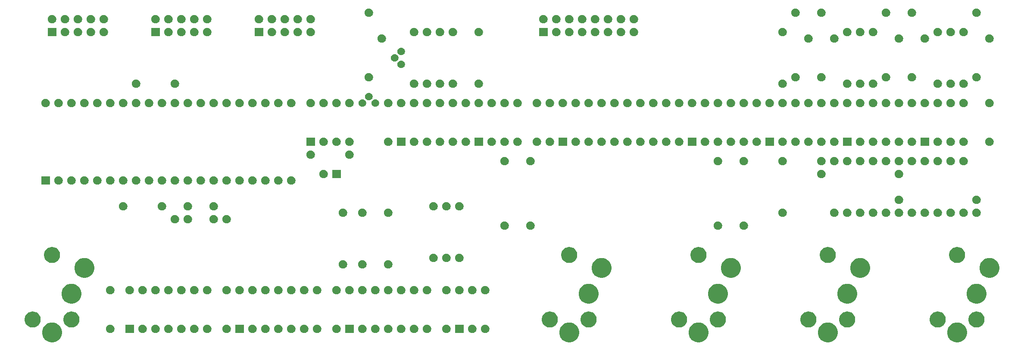
<source format=gbr>
G04 #@! TF.GenerationSoftware,KiCad,Pcbnew,(5.0.2)-1*
G04 #@! TF.CreationDate,2019-01-01T18:45:18-08:00*
G04 #@! TF.ProjectId,500-1063C,3530302d-3130-4363-9343-2e6b69636164,rev?*
G04 #@! TF.SameCoordinates,Original*
G04 #@! TF.FileFunction,Soldermask,Bot*
G04 #@! TF.FilePolarity,Negative*
%FSLAX46Y46*%
G04 Gerber Fmt 4.6, Leading zero omitted, Abs format (unit mm)*
G04 Created by KiCad (PCBNEW (5.0.2)-1) date 1/1/2019 6:45:18 PM*
%MOMM*%
%LPD*%
G01*
G04 APERTURE LIST*
%ADD10C,0.100000*%
G04 APERTURE END LIST*
D10*
G36*
X254444579Y-119455312D02*
X254570544Y-119480368D01*
X254717991Y-119541443D01*
X254926512Y-119627815D01*
X255246880Y-119841878D01*
X255519322Y-120114320D01*
X255733385Y-120434688D01*
X255880832Y-120790657D01*
X255956000Y-121168549D01*
X255956000Y-121553851D01*
X255880832Y-121931743D01*
X255733385Y-122287712D01*
X255519322Y-122608080D01*
X255246880Y-122880522D01*
X254926512Y-123094585D01*
X254717991Y-123180957D01*
X254570544Y-123242032D01*
X254444579Y-123267088D01*
X254192651Y-123317200D01*
X253807349Y-123317200D01*
X253555421Y-123267088D01*
X253429456Y-123242032D01*
X253282009Y-123180957D01*
X253073488Y-123094585D01*
X252753120Y-122880522D01*
X252480678Y-122608080D01*
X252266615Y-122287712D01*
X252119168Y-121931743D01*
X252044000Y-121553851D01*
X252044000Y-121168549D01*
X252119168Y-120790657D01*
X252266615Y-120434688D01*
X252480678Y-120114320D01*
X252753120Y-119841878D01*
X253073488Y-119627815D01*
X253282009Y-119541443D01*
X253429456Y-119480368D01*
X253555421Y-119455312D01*
X253807349Y-119405200D01*
X254192651Y-119405200D01*
X254444579Y-119455312D01*
X254444579Y-119455312D01*
G37*
G36*
X229044579Y-119455312D02*
X229170544Y-119480368D01*
X229317991Y-119541443D01*
X229526512Y-119627815D01*
X229846880Y-119841878D01*
X230119322Y-120114320D01*
X230333385Y-120434688D01*
X230480832Y-120790657D01*
X230556000Y-121168549D01*
X230556000Y-121553851D01*
X230480832Y-121931743D01*
X230333385Y-122287712D01*
X230119322Y-122608080D01*
X229846880Y-122880522D01*
X229526512Y-123094585D01*
X229317991Y-123180957D01*
X229170544Y-123242032D01*
X229044579Y-123267088D01*
X228792651Y-123317200D01*
X228407349Y-123317200D01*
X228155421Y-123267088D01*
X228029456Y-123242032D01*
X227882009Y-123180957D01*
X227673488Y-123094585D01*
X227353120Y-122880522D01*
X227080678Y-122608080D01*
X226866615Y-122287712D01*
X226719168Y-121931743D01*
X226644000Y-121553851D01*
X226644000Y-121168549D01*
X226719168Y-120790657D01*
X226866615Y-120434688D01*
X227080678Y-120114320D01*
X227353120Y-119841878D01*
X227673488Y-119627815D01*
X227882009Y-119541443D01*
X228029456Y-119480368D01*
X228155421Y-119455312D01*
X228407349Y-119405200D01*
X228792651Y-119405200D01*
X229044579Y-119455312D01*
X229044579Y-119455312D01*
G37*
G36*
X76644579Y-119455312D02*
X76770544Y-119480368D01*
X76917991Y-119541443D01*
X77126512Y-119627815D01*
X77446880Y-119841878D01*
X77719322Y-120114320D01*
X77933385Y-120434688D01*
X78080832Y-120790657D01*
X78156000Y-121168549D01*
X78156000Y-121553851D01*
X78080832Y-121931743D01*
X77933385Y-122287712D01*
X77719322Y-122608080D01*
X77446880Y-122880522D01*
X77126512Y-123094585D01*
X76917991Y-123180957D01*
X76770544Y-123242032D01*
X76644579Y-123267088D01*
X76392651Y-123317200D01*
X76007349Y-123317200D01*
X75755421Y-123267088D01*
X75629456Y-123242032D01*
X75482009Y-123180957D01*
X75273488Y-123094585D01*
X74953120Y-122880522D01*
X74680678Y-122608080D01*
X74466615Y-122287712D01*
X74319168Y-121931743D01*
X74244000Y-121553851D01*
X74244000Y-121168549D01*
X74319168Y-120790657D01*
X74466615Y-120434688D01*
X74680678Y-120114320D01*
X74953120Y-119841878D01*
X75273488Y-119627815D01*
X75482009Y-119541443D01*
X75629456Y-119480368D01*
X75755421Y-119455312D01*
X76007349Y-119405200D01*
X76392651Y-119405200D01*
X76644579Y-119455312D01*
X76644579Y-119455312D01*
G37*
G36*
X203644579Y-119455312D02*
X203770544Y-119480368D01*
X203917991Y-119541443D01*
X204126512Y-119627815D01*
X204446880Y-119841878D01*
X204719322Y-120114320D01*
X204933385Y-120434688D01*
X205080832Y-120790657D01*
X205156000Y-121168549D01*
X205156000Y-121553851D01*
X205080832Y-121931743D01*
X204933385Y-122287712D01*
X204719322Y-122608080D01*
X204446880Y-122880522D01*
X204126512Y-123094585D01*
X203917991Y-123180957D01*
X203770544Y-123242032D01*
X203644579Y-123267088D01*
X203392651Y-123317200D01*
X203007349Y-123317200D01*
X202755421Y-123267088D01*
X202629456Y-123242032D01*
X202482009Y-123180957D01*
X202273488Y-123094585D01*
X201953120Y-122880522D01*
X201680678Y-122608080D01*
X201466615Y-122287712D01*
X201319168Y-121931743D01*
X201244000Y-121553851D01*
X201244000Y-121168549D01*
X201319168Y-120790657D01*
X201466615Y-120434688D01*
X201680678Y-120114320D01*
X201953120Y-119841878D01*
X202273488Y-119627815D01*
X202482009Y-119541443D01*
X202629456Y-119480368D01*
X202755421Y-119455312D01*
X203007349Y-119405200D01*
X203392651Y-119405200D01*
X203644579Y-119455312D01*
X203644579Y-119455312D01*
G37*
G36*
X178244579Y-119455312D02*
X178370544Y-119480368D01*
X178517991Y-119541443D01*
X178726512Y-119627815D01*
X179046880Y-119841878D01*
X179319322Y-120114320D01*
X179533385Y-120434688D01*
X179680832Y-120790657D01*
X179756000Y-121168549D01*
X179756000Y-121553851D01*
X179680832Y-121931743D01*
X179533385Y-122287712D01*
X179319322Y-122608080D01*
X179046880Y-122880522D01*
X178726512Y-123094585D01*
X178517991Y-123180957D01*
X178370544Y-123242032D01*
X178244579Y-123267088D01*
X177992651Y-123317200D01*
X177607349Y-123317200D01*
X177355421Y-123267088D01*
X177229456Y-123242032D01*
X177082009Y-123180957D01*
X176873488Y-123094585D01*
X176553120Y-122880522D01*
X176280678Y-122608080D01*
X176066615Y-122287712D01*
X175919168Y-121931743D01*
X175844000Y-121553851D01*
X175844000Y-121168549D01*
X175919168Y-120790657D01*
X176066615Y-120434688D01*
X176280678Y-120114320D01*
X176553120Y-119841878D01*
X176873488Y-119627815D01*
X177082009Y-119541443D01*
X177229456Y-119480368D01*
X177355421Y-119455312D01*
X177607349Y-119405200D01*
X177992651Y-119405200D01*
X178244579Y-119455312D01*
X178244579Y-119455312D01*
G37*
G36*
X113868400Y-121488400D02*
X112191600Y-121488400D01*
X112191600Y-119811600D01*
X113868400Y-119811600D01*
X113868400Y-121488400D01*
X113868400Y-121488400D01*
G37*
G36*
X157048400Y-121488400D02*
X155371600Y-121488400D01*
X155371600Y-119811600D01*
X157048400Y-119811600D01*
X157048400Y-121488400D01*
X157048400Y-121488400D01*
G37*
G36*
X87820560Y-119833079D02*
X87874552Y-119843819D01*
X88027131Y-119907019D01*
X88164449Y-119998772D01*
X88281228Y-120115551D01*
X88372981Y-120252869D01*
X88436181Y-120405448D01*
X88468400Y-120567425D01*
X88468400Y-120732575D01*
X88436181Y-120894552D01*
X88372981Y-121047131D01*
X88281228Y-121184449D01*
X88164449Y-121301228D01*
X88027131Y-121392981D01*
X87874552Y-121456181D01*
X87820560Y-121466921D01*
X87712577Y-121488400D01*
X87547423Y-121488400D01*
X87439440Y-121466921D01*
X87385448Y-121456181D01*
X87232869Y-121392981D01*
X87095551Y-121301228D01*
X86978772Y-121184449D01*
X86887019Y-121047131D01*
X86823819Y-120894552D01*
X86791600Y-120732575D01*
X86791600Y-120567425D01*
X86823819Y-120405448D01*
X86887019Y-120252869D01*
X86978772Y-120115551D01*
X87095551Y-119998772D01*
X87232869Y-119907019D01*
X87385448Y-119843819D01*
X87439440Y-119833079D01*
X87547423Y-119811600D01*
X87712577Y-119811600D01*
X87820560Y-119833079D01*
X87820560Y-119833079D01*
G37*
G36*
X92278400Y-121488400D02*
X90601600Y-121488400D01*
X90601600Y-119811600D01*
X92278400Y-119811600D01*
X92278400Y-121488400D01*
X92278400Y-121488400D01*
G37*
G36*
X94170560Y-119833079D02*
X94224552Y-119843819D01*
X94377131Y-119907019D01*
X94514449Y-119998772D01*
X94631228Y-120115551D01*
X94722981Y-120252869D01*
X94786181Y-120405448D01*
X94818400Y-120567425D01*
X94818400Y-120732575D01*
X94786181Y-120894552D01*
X94722981Y-121047131D01*
X94631228Y-121184449D01*
X94514449Y-121301228D01*
X94377131Y-121392981D01*
X94224552Y-121456181D01*
X94170560Y-121466921D01*
X94062577Y-121488400D01*
X93897423Y-121488400D01*
X93789440Y-121466921D01*
X93735448Y-121456181D01*
X93582869Y-121392981D01*
X93445551Y-121301228D01*
X93328772Y-121184449D01*
X93237019Y-121047131D01*
X93173819Y-120894552D01*
X93141600Y-120732575D01*
X93141600Y-120567425D01*
X93173819Y-120405448D01*
X93237019Y-120252869D01*
X93328772Y-120115551D01*
X93445551Y-119998772D01*
X93582869Y-119907019D01*
X93735448Y-119843819D01*
X93789440Y-119833079D01*
X93897423Y-119811600D01*
X94062577Y-119811600D01*
X94170560Y-119833079D01*
X94170560Y-119833079D01*
G37*
G36*
X96710560Y-119833079D02*
X96764552Y-119843819D01*
X96917131Y-119907019D01*
X97054449Y-119998772D01*
X97171228Y-120115551D01*
X97262981Y-120252869D01*
X97326181Y-120405448D01*
X97358400Y-120567425D01*
X97358400Y-120732575D01*
X97326181Y-120894552D01*
X97262981Y-121047131D01*
X97171228Y-121184449D01*
X97054449Y-121301228D01*
X96917131Y-121392981D01*
X96764552Y-121456181D01*
X96710560Y-121466921D01*
X96602577Y-121488400D01*
X96437423Y-121488400D01*
X96329440Y-121466921D01*
X96275448Y-121456181D01*
X96122869Y-121392981D01*
X95985551Y-121301228D01*
X95868772Y-121184449D01*
X95777019Y-121047131D01*
X95713819Y-120894552D01*
X95681600Y-120732575D01*
X95681600Y-120567425D01*
X95713819Y-120405448D01*
X95777019Y-120252869D01*
X95868772Y-120115551D01*
X95985551Y-119998772D01*
X96122869Y-119907019D01*
X96275448Y-119843819D01*
X96329440Y-119833079D01*
X96437423Y-119811600D01*
X96602577Y-119811600D01*
X96710560Y-119833079D01*
X96710560Y-119833079D01*
G37*
G36*
X99250560Y-119833079D02*
X99304552Y-119843819D01*
X99457131Y-119907019D01*
X99594449Y-119998772D01*
X99711228Y-120115551D01*
X99802981Y-120252869D01*
X99866181Y-120405448D01*
X99898400Y-120567425D01*
X99898400Y-120732575D01*
X99866181Y-120894552D01*
X99802981Y-121047131D01*
X99711228Y-121184449D01*
X99594449Y-121301228D01*
X99457131Y-121392981D01*
X99304552Y-121456181D01*
X99250560Y-121466921D01*
X99142577Y-121488400D01*
X98977423Y-121488400D01*
X98869440Y-121466921D01*
X98815448Y-121456181D01*
X98662869Y-121392981D01*
X98525551Y-121301228D01*
X98408772Y-121184449D01*
X98317019Y-121047131D01*
X98253819Y-120894552D01*
X98221600Y-120732575D01*
X98221600Y-120567425D01*
X98253819Y-120405448D01*
X98317019Y-120252869D01*
X98408772Y-120115551D01*
X98525551Y-119998772D01*
X98662869Y-119907019D01*
X98815448Y-119843819D01*
X98869440Y-119833079D01*
X98977423Y-119811600D01*
X99142577Y-119811600D01*
X99250560Y-119833079D01*
X99250560Y-119833079D01*
G37*
G36*
X101790560Y-119833079D02*
X101844552Y-119843819D01*
X101997131Y-119907019D01*
X102134449Y-119998772D01*
X102251228Y-120115551D01*
X102342981Y-120252869D01*
X102406181Y-120405448D01*
X102438400Y-120567425D01*
X102438400Y-120732575D01*
X102406181Y-120894552D01*
X102342981Y-121047131D01*
X102251228Y-121184449D01*
X102134449Y-121301228D01*
X101997131Y-121392981D01*
X101844552Y-121456181D01*
X101790560Y-121466921D01*
X101682577Y-121488400D01*
X101517423Y-121488400D01*
X101409440Y-121466921D01*
X101355448Y-121456181D01*
X101202869Y-121392981D01*
X101065551Y-121301228D01*
X100948772Y-121184449D01*
X100857019Y-121047131D01*
X100793819Y-120894552D01*
X100761600Y-120732575D01*
X100761600Y-120567425D01*
X100793819Y-120405448D01*
X100857019Y-120252869D01*
X100948772Y-120115551D01*
X101065551Y-119998772D01*
X101202869Y-119907019D01*
X101355448Y-119843819D01*
X101409440Y-119833079D01*
X101517423Y-119811600D01*
X101682577Y-119811600D01*
X101790560Y-119833079D01*
X101790560Y-119833079D01*
G37*
G36*
X104330560Y-119833079D02*
X104384552Y-119843819D01*
X104537131Y-119907019D01*
X104674449Y-119998772D01*
X104791228Y-120115551D01*
X104882981Y-120252869D01*
X104946181Y-120405448D01*
X104978400Y-120567425D01*
X104978400Y-120732575D01*
X104946181Y-120894552D01*
X104882981Y-121047131D01*
X104791228Y-121184449D01*
X104674449Y-121301228D01*
X104537131Y-121392981D01*
X104384552Y-121456181D01*
X104330560Y-121466921D01*
X104222577Y-121488400D01*
X104057423Y-121488400D01*
X103949440Y-121466921D01*
X103895448Y-121456181D01*
X103742869Y-121392981D01*
X103605551Y-121301228D01*
X103488772Y-121184449D01*
X103397019Y-121047131D01*
X103333819Y-120894552D01*
X103301600Y-120732575D01*
X103301600Y-120567425D01*
X103333819Y-120405448D01*
X103397019Y-120252869D01*
X103488772Y-120115551D01*
X103605551Y-119998772D01*
X103742869Y-119907019D01*
X103895448Y-119843819D01*
X103949440Y-119833079D01*
X104057423Y-119811600D01*
X104222577Y-119811600D01*
X104330560Y-119833079D01*
X104330560Y-119833079D01*
G37*
G36*
X106870560Y-119833079D02*
X106924552Y-119843819D01*
X107077131Y-119907019D01*
X107214449Y-119998772D01*
X107331228Y-120115551D01*
X107422981Y-120252869D01*
X107486181Y-120405448D01*
X107518400Y-120567425D01*
X107518400Y-120732575D01*
X107486181Y-120894552D01*
X107422981Y-121047131D01*
X107331228Y-121184449D01*
X107214449Y-121301228D01*
X107077131Y-121392981D01*
X106924552Y-121456181D01*
X106870560Y-121466921D01*
X106762577Y-121488400D01*
X106597423Y-121488400D01*
X106489440Y-121466921D01*
X106435448Y-121456181D01*
X106282869Y-121392981D01*
X106145551Y-121301228D01*
X106028772Y-121184449D01*
X105937019Y-121047131D01*
X105873819Y-120894552D01*
X105841600Y-120732575D01*
X105841600Y-120567425D01*
X105873819Y-120405448D01*
X105937019Y-120252869D01*
X106028772Y-120115551D01*
X106145551Y-119998772D01*
X106282869Y-119907019D01*
X106435448Y-119843819D01*
X106489440Y-119833079D01*
X106597423Y-119811600D01*
X106762577Y-119811600D01*
X106870560Y-119833079D01*
X106870560Y-119833079D01*
G37*
G36*
X128460560Y-119833079D02*
X128514552Y-119843819D01*
X128667131Y-119907019D01*
X128804449Y-119998772D01*
X128921228Y-120115551D01*
X129012981Y-120252869D01*
X129076181Y-120405448D01*
X129108400Y-120567425D01*
X129108400Y-120732575D01*
X129076181Y-120894552D01*
X129012981Y-121047131D01*
X128921228Y-121184449D01*
X128804449Y-121301228D01*
X128667131Y-121392981D01*
X128514552Y-121456181D01*
X128460560Y-121466921D01*
X128352577Y-121488400D01*
X128187423Y-121488400D01*
X128079440Y-121466921D01*
X128025448Y-121456181D01*
X127872869Y-121392981D01*
X127735551Y-121301228D01*
X127618772Y-121184449D01*
X127527019Y-121047131D01*
X127463819Y-120894552D01*
X127431600Y-120732575D01*
X127431600Y-120567425D01*
X127463819Y-120405448D01*
X127527019Y-120252869D01*
X127618772Y-120115551D01*
X127735551Y-119998772D01*
X127872869Y-119907019D01*
X128025448Y-119843819D01*
X128079440Y-119833079D01*
X128187423Y-119811600D01*
X128352577Y-119811600D01*
X128460560Y-119833079D01*
X128460560Y-119833079D01*
G37*
G36*
X125920560Y-119833079D02*
X125974552Y-119843819D01*
X126127131Y-119907019D01*
X126264449Y-119998772D01*
X126381228Y-120115551D01*
X126472981Y-120252869D01*
X126536181Y-120405448D01*
X126568400Y-120567425D01*
X126568400Y-120732575D01*
X126536181Y-120894552D01*
X126472981Y-121047131D01*
X126381228Y-121184449D01*
X126264449Y-121301228D01*
X126127131Y-121392981D01*
X125974552Y-121456181D01*
X125920560Y-121466921D01*
X125812577Y-121488400D01*
X125647423Y-121488400D01*
X125539440Y-121466921D01*
X125485448Y-121456181D01*
X125332869Y-121392981D01*
X125195551Y-121301228D01*
X125078772Y-121184449D01*
X124987019Y-121047131D01*
X124923819Y-120894552D01*
X124891600Y-120732575D01*
X124891600Y-120567425D01*
X124923819Y-120405448D01*
X124987019Y-120252869D01*
X125078772Y-120115551D01*
X125195551Y-119998772D01*
X125332869Y-119907019D01*
X125485448Y-119843819D01*
X125539440Y-119833079D01*
X125647423Y-119811600D01*
X125812577Y-119811600D01*
X125920560Y-119833079D01*
X125920560Y-119833079D01*
G37*
G36*
X123380560Y-119833079D02*
X123434552Y-119843819D01*
X123587131Y-119907019D01*
X123724449Y-119998772D01*
X123841228Y-120115551D01*
X123932981Y-120252869D01*
X123996181Y-120405448D01*
X124028400Y-120567425D01*
X124028400Y-120732575D01*
X123996181Y-120894552D01*
X123932981Y-121047131D01*
X123841228Y-121184449D01*
X123724449Y-121301228D01*
X123587131Y-121392981D01*
X123434552Y-121456181D01*
X123380560Y-121466921D01*
X123272577Y-121488400D01*
X123107423Y-121488400D01*
X122999440Y-121466921D01*
X122945448Y-121456181D01*
X122792869Y-121392981D01*
X122655551Y-121301228D01*
X122538772Y-121184449D01*
X122447019Y-121047131D01*
X122383819Y-120894552D01*
X122351600Y-120732575D01*
X122351600Y-120567425D01*
X122383819Y-120405448D01*
X122447019Y-120252869D01*
X122538772Y-120115551D01*
X122655551Y-119998772D01*
X122792869Y-119907019D01*
X122945448Y-119843819D01*
X122999440Y-119833079D01*
X123107423Y-119811600D01*
X123272577Y-119811600D01*
X123380560Y-119833079D01*
X123380560Y-119833079D01*
G37*
G36*
X120840560Y-119833079D02*
X120894552Y-119843819D01*
X121047131Y-119907019D01*
X121184449Y-119998772D01*
X121301228Y-120115551D01*
X121392981Y-120252869D01*
X121456181Y-120405448D01*
X121488400Y-120567425D01*
X121488400Y-120732575D01*
X121456181Y-120894552D01*
X121392981Y-121047131D01*
X121301228Y-121184449D01*
X121184449Y-121301228D01*
X121047131Y-121392981D01*
X120894552Y-121456181D01*
X120840560Y-121466921D01*
X120732577Y-121488400D01*
X120567423Y-121488400D01*
X120459440Y-121466921D01*
X120405448Y-121456181D01*
X120252869Y-121392981D01*
X120115551Y-121301228D01*
X119998772Y-121184449D01*
X119907019Y-121047131D01*
X119843819Y-120894552D01*
X119811600Y-120732575D01*
X119811600Y-120567425D01*
X119843819Y-120405448D01*
X119907019Y-120252869D01*
X119998772Y-120115551D01*
X120115551Y-119998772D01*
X120252869Y-119907019D01*
X120405448Y-119843819D01*
X120459440Y-119833079D01*
X120567423Y-119811600D01*
X120732577Y-119811600D01*
X120840560Y-119833079D01*
X120840560Y-119833079D01*
G37*
G36*
X110680560Y-119833079D02*
X110734552Y-119843819D01*
X110887131Y-119907019D01*
X111024449Y-119998772D01*
X111141228Y-120115551D01*
X111232981Y-120252869D01*
X111296181Y-120405448D01*
X111328400Y-120567425D01*
X111328400Y-120732575D01*
X111296181Y-120894552D01*
X111232981Y-121047131D01*
X111141228Y-121184449D01*
X111024449Y-121301228D01*
X110887131Y-121392981D01*
X110734552Y-121456181D01*
X110680560Y-121466921D01*
X110572577Y-121488400D01*
X110407423Y-121488400D01*
X110299440Y-121466921D01*
X110245448Y-121456181D01*
X110092869Y-121392981D01*
X109955551Y-121301228D01*
X109838772Y-121184449D01*
X109747019Y-121047131D01*
X109683819Y-120894552D01*
X109651600Y-120732575D01*
X109651600Y-120567425D01*
X109683819Y-120405448D01*
X109747019Y-120252869D01*
X109838772Y-120115551D01*
X109955551Y-119998772D01*
X110092869Y-119907019D01*
X110245448Y-119843819D01*
X110299440Y-119833079D01*
X110407423Y-119811600D01*
X110572577Y-119811600D01*
X110680560Y-119833079D01*
X110680560Y-119833079D01*
G37*
G36*
X153860560Y-119833079D02*
X153914552Y-119843819D01*
X154067131Y-119907019D01*
X154204449Y-119998772D01*
X154321228Y-120115551D01*
X154412981Y-120252869D01*
X154476181Y-120405448D01*
X154508400Y-120567425D01*
X154508400Y-120732575D01*
X154476181Y-120894552D01*
X154412981Y-121047131D01*
X154321228Y-121184449D01*
X154204449Y-121301228D01*
X154067131Y-121392981D01*
X153914552Y-121456181D01*
X153860560Y-121466921D01*
X153752577Y-121488400D01*
X153587423Y-121488400D01*
X153479440Y-121466921D01*
X153425448Y-121456181D01*
X153272869Y-121392981D01*
X153135551Y-121301228D01*
X153018772Y-121184449D01*
X152927019Y-121047131D01*
X152863819Y-120894552D01*
X152831600Y-120732575D01*
X152831600Y-120567425D01*
X152863819Y-120405448D01*
X152927019Y-120252869D01*
X153018772Y-120115551D01*
X153135551Y-119998772D01*
X153272869Y-119907019D01*
X153425448Y-119843819D01*
X153479440Y-119833079D01*
X153587423Y-119811600D01*
X153752577Y-119811600D01*
X153860560Y-119833079D01*
X153860560Y-119833079D01*
G37*
G36*
X135458400Y-121488400D02*
X133781600Y-121488400D01*
X133781600Y-119811600D01*
X135458400Y-119811600D01*
X135458400Y-121488400D01*
X135458400Y-121488400D01*
G37*
G36*
X137350560Y-119833079D02*
X137404552Y-119843819D01*
X137557131Y-119907019D01*
X137694449Y-119998772D01*
X137811228Y-120115551D01*
X137902981Y-120252869D01*
X137966181Y-120405448D01*
X137998400Y-120567425D01*
X137998400Y-120732575D01*
X137966181Y-120894552D01*
X137902981Y-121047131D01*
X137811228Y-121184449D01*
X137694449Y-121301228D01*
X137557131Y-121392981D01*
X137404552Y-121456181D01*
X137350560Y-121466921D01*
X137242577Y-121488400D01*
X137077423Y-121488400D01*
X136969440Y-121466921D01*
X136915448Y-121456181D01*
X136762869Y-121392981D01*
X136625551Y-121301228D01*
X136508772Y-121184449D01*
X136417019Y-121047131D01*
X136353819Y-120894552D01*
X136321600Y-120732575D01*
X136321600Y-120567425D01*
X136353819Y-120405448D01*
X136417019Y-120252869D01*
X136508772Y-120115551D01*
X136625551Y-119998772D01*
X136762869Y-119907019D01*
X136915448Y-119843819D01*
X136969440Y-119833079D01*
X137077423Y-119811600D01*
X137242577Y-119811600D01*
X137350560Y-119833079D01*
X137350560Y-119833079D01*
G37*
G36*
X139890560Y-119833079D02*
X139944552Y-119843819D01*
X140097131Y-119907019D01*
X140234449Y-119998772D01*
X140351228Y-120115551D01*
X140442981Y-120252869D01*
X140506181Y-120405448D01*
X140538400Y-120567425D01*
X140538400Y-120732575D01*
X140506181Y-120894552D01*
X140442981Y-121047131D01*
X140351228Y-121184449D01*
X140234449Y-121301228D01*
X140097131Y-121392981D01*
X139944552Y-121456181D01*
X139890560Y-121466921D01*
X139782577Y-121488400D01*
X139617423Y-121488400D01*
X139509440Y-121466921D01*
X139455448Y-121456181D01*
X139302869Y-121392981D01*
X139165551Y-121301228D01*
X139048772Y-121184449D01*
X138957019Y-121047131D01*
X138893819Y-120894552D01*
X138861600Y-120732575D01*
X138861600Y-120567425D01*
X138893819Y-120405448D01*
X138957019Y-120252869D01*
X139048772Y-120115551D01*
X139165551Y-119998772D01*
X139302869Y-119907019D01*
X139455448Y-119843819D01*
X139509440Y-119833079D01*
X139617423Y-119811600D01*
X139782577Y-119811600D01*
X139890560Y-119833079D01*
X139890560Y-119833079D01*
G37*
G36*
X142430560Y-119833079D02*
X142484552Y-119843819D01*
X142637131Y-119907019D01*
X142774449Y-119998772D01*
X142891228Y-120115551D01*
X142982981Y-120252869D01*
X143046181Y-120405448D01*
X143078400Y-120567425D01*
X143078400Y-120732575D01*
X143046181Y-120894552D01*
X142982981Y-121047131D01*
X142891228Y-121184449D01*
X142774449Y-121301228D01*
X142637131Y-121392981D01*
X142484552Y-121456181D01*
X142430560Y-121466921D01*
X142322577Y-121488400D01*
X142157423Y-121488400D01*
X142049440Y-121466921D01*
X141995448Y-121456181D01*
X141842869Y-121392981D01*
X141705551Y-121301228D01*
X141588772Y-121184449D01*
X141497019Y-121047131D01*
X141433819Y-120894552D01*
X141401600Y-120732575D01*
X141401600Y-120567425D01*
X141433819Y-120405448D01*
X141497019Y-120252869D01*
X141588772Y-120115551D01*
X141705551Y-119998772D01*
X141842869Y-119907019D01*
X141995448Y-119843819D01*
X142049440Y-119833079D01*
X142157423Y-119811600D01*
X142322577Y-119811600D01*
X142430560Y-119833079D01*
X142430560Y-119833079D01*
G37*
G36*
X144970560Y-119833079D02*
X145024552Y-119843819D01*
X145177131Y-119907019D01*
X145314449Y-119998772D01*
X145431228Y-120115551D01*
X145522981Y-120252869D01*
X145586181Y-120405448D01*
X145618400Y-120567425D01*
X145618400Y-120732575D01*
X145586181Y-120894552D01*
X145522981Y-121047131D01*
X145431228Y-121184449D01*
X145314449Y-121301228D01*
X145177131Y-121392981D01*
X145024552Y-121456181D01*
X144970560Y-121466921D01*
X144862577Y-121488400D01*
X144697423Y-121488400D01*
X144589440Y-121466921D01*
X144535448Y-121456181D01*
X144382869Y-121392981D01*
X144245551Y-121301228D01*
X144128772Y-121184449D01*
X144037019Y-121047131D01*
X143973819Y-120894552D01*
X143941600Y-120732575D01*
X143941600Y-120567425D01*
X143973819Y-120405448D01*
X144037019Y-120252869D01*
X144128772Y-120115551D01*
X144245551Y-119998772D01*
X144382869Y-119907019D01*
X144535448Y-119843819D01*
X144589440Y-119833079D01*
X144697423Y-119811600D01*
X144862577Y-119811600D01*
X144970560Y-119833079D01*
X144970560Y-119833079D01*
G37*
G36*
X147510560Y-119833079D02*
X147564552Y-119843819D01*
X147717131Y-119907019D01*
X147854449Y-119998772D01*
X147971228Y-120115551D01*
X148062981Y-120252869D01*
X148126181Y-120405448D01*
X148158400Y-120567425D01*
X148158400Y-120732575D01*
X148126181Y-120894552D01*
X148062981Y-121047131D01*
X147971228Y-121184449D01*
X147854449Y-121301228D01*
X147717131Y-121392981D01*
X147564552Y-121456181D01*
X147510560Y-121466921D01*
X147402577Y-121488400D01*
X147237423Y-121488400D01*
X147129440Y-121466921D01*
X147075448Y-121456181D01*
X146922869Y-121392981D01*
X146785551Y-121301228D01*
X146668772Y-121184449D01*
X146577019Y-121047131D01*
X146513819Y-120894552D01*
X146481600Y-120732575D01*
X146481600Y-120567425D01*
X146513819Y-120405448D01*
X146577019Y-120252869D01*
X146668772Y-120115551D01*
X146785551Y-119998772D01*
X146922869Y-119907019D01*
X147075448Y-119843819D01*
X147129440Y-119833079D01*
X147237423Y-119811600D01*
X147402577Y-119811600D01*
X147510560Y-119833079D01*
X147510560Y-119833079D01*
G37*
G36*
X150050560Y-119833079D02*
X150104552Y-119843819D01*
X150257131Y-119907019D01*
X150394449Y-119998772D01*
X150511228Y-120115551D01*
X150602981Y-120252869D01*
X150666181Y-120405448D01*
X150698400Y-120567425D01*
X150698400Y-120732575D01*
X150666181Y-120894552D01*
X150602981Y-121047131D01*
X150511228Y-121184449D01*
X150394449Y-121301228D01*
X150257131Y-121392981D01*
X150104552Y-121456181D01*
X150050560Y-121466921D01*
X149942577Y-121488400D01*
X149777423Y-121488400D01*
X149669440Y-121466921D01*
X149615448Y-121456181D01*
X149462869Y-121392981D01*
X149325551Y-121301228D01*
X149208772Y-121184449D01*
X149117019Y-121047131D01*
X149053819Y-120894552D01*
X149021600Y-120732575D01*
X149021600Y-120567425D01*
X149053819Y-120405448D01*
X149117019Y-120252869D01*
X149208772Y-120115551D01*
X149325551Y-119998772D01*
X149462869Y-119907019D01*
X149615448Y-119843819D01*
X149669440Y-119833079D01*
X149777423Y-119811600D01*
X149942577Y-119811600D01*
X150050560Y-119833079D01*
X150050560Y-119833079D01*
G37*
G36*
X118300560Y-119833079D02*
X118354552Y-119843819D01*
X118507131Y-119907019D01*
X118644449Y-119998772D01*
X118761228Y-120115551D01*
X118852981Y-120252869D01*
X118916181Y-120405448D01*
X118948400Y-120567425D01*
X118948400Y-120732575D01*
X118916181Y-120894552D01*
X118852981Y-121047131D01*
X118761228Y-121184449D01*
X118644449Y-121301228D01*
X118507131Y-121392981D01*
X118354552Y-121456181D01*
X118300560Y-121466921D01*
X118192577Y-121488400D01*
X118027423Y-121488400D01*
X117919440Y-121466921D01*
X117865448Y-121456181D01*
X117712869Y-121392981D01*
X117575551Y-121301228D01*
X117458772Y-121184449D01*
X117367019Y-121047131D01*
X117303819Y-120894552D01*
X117271600Y-120732575D01*
X117271600Y-120567425D01*
X117303819Y-120405448D01*
X117367019Y-120252869D01*
X117458772Y-120115551D01*
X117575551Y-119998772D01*
X117712869Y-119907019D01*
X117865448Y-119843819D01*
X117919440Y-119833079D01*
X118027423Y-119811600D01*
X118192577Y-119811600D01*
X118300560Y-119833079D01*
X118300560Y-119833079D01*
G37*
G36*
X158940560Y-119833079D02*
X158994552Y-119843819D01*
X159147131Y-119907019D01*
X159284449Y-119998772D01*
X159401228Y-120115551D01*
X159492981Y-120252869D01*
X159556181Y-120405448D01*
X159588400Y-120567425D01*
X159588400Y-120732575D01*
X159556181Y-120894552D01*
X159492981Y-121047131D01*
X159401228Y-121184449D01*
X159284449Y-121301228D01*
X159147131Y-121392981D01*
X158994552Y-121456181D01*
X158940560Y-121466921D01*
X158832577Y-121488400D01*
X158667423Y-121488400D01*
X158559440Y-121466921D01*
X158505448Y-121456181D01*
X158352869Y-121392981D01*
X158215551Y-121301228D01*
X158098772Y-121184449D01*
X158007019Y-121047131D01*
X157943819Y-120894552D01*
X157911600Y-120732575D01*
X157911600Y-120567425D01*
X157943819Y-120405448D01*
X158007019Y-120252869D01*
X158098772Y-120115551D01*
X158215551Y-119998772D01*
X158352869Y-119907019D01*
X158505448Y-119843819D01*
X158559440Y-119833079D01*
X158667423Y-119811600D01*
X158832577Y-119811600D01*
X158940560Y-119833079D01*
X158940560Y-119833079D01*
G37*
G36*
X161480560Y-119833079D02*
X161534552Y-119843819D01*
X161687131Y-119907019D01*
X161824449Y-119998772D01*
X161941228Y-120115551D01*
X162032981Y-120252869D01*
X162096181Y-120405448D01*
X162128400Y-120567425D01*
X162128400Y-120732575D01*
X162096181Y-120894552D01*
X162032981Y-121047131D01*
X161941228Y-121184449D01*
X161824449Y-121301228D01*
X161687131Y-121392981D01*
X161534552Y-121456181D01*
X161480560Y-121466921D01*
X161372577Y-121488400D01*
X161207423Y-121488400D01*
X161099440Y-121466921D01*
X161045448Y-121456181D01*
X160892869Y-121392981D01*
X160755551Y-121301228D01*
X160638772Y-121184449D01*
X160547019Y-121047131D01*
X160483819Y-120894552D01*
X160451600Y-120732575D01*
X160451600Y-120567425D01*
X160483819Y-120405448D01*
X160547019Y-120252869D01*
X160638772Y-120115551D01*
X160755551Y-119998772D01*
X160892869Y-119907019D01*
X161045448Y-119843819D01*
X161099440Y-119833079D01*
X161207423Y-119811600D01*
X161372577Y-119811600D01*
X161480560Y-119833079D01*
X161480560Y-119833079D01*
G37*
G36*
X132270560Y-119833079D02*
X132324552Y-119843819D01*
X132477131Y-119907019D01*
X132614449Y-119998772D01*
X132731228Y-120115551D01*
X132822981Y-120252869D01*
X132886181Y-120405448D01*
X132918400Y-120567425D01*
X132918400Y-120732575D01*
X132886181Y-120894552D01*
X132822981Y-121047131D01*
X132731228Y-121184449D01*
X132614449Y-121301228D01*
X132477131Y-121392981D01*
X132324552Y-121456181D01*
X132270560Y-121466921D01*
X132162577Y-121488400D01*
X131997423Y-121488400D01*
X131889440Y-121466921D01*
X131835448Y-121456181D01*
X131682869Y-121392981D01*
X131545551Y-121301228D01*
X131428772Y-121184449D01*
X131337019Y-121047131D01*
X131273819Y-120894552D01*
X131241600Y-120732575D01*
X131241600Y-120567425D01*
X131273819Y-120405448D01*
X131337019Y-120252869D01*
X131428772Y-120115551D01*
X131545551Y-119998772D01*
X131682869Y-119907019D01*
X131835448Y-119843819D01*
X131889440Y-119833079D01*
X131997423Y-119811600D01*
X132162577Y-119811600D01*
X132270560Y-119833079D01*
X132270560Y-119833079D01*
G37*
G36*
X115760560Y-119833079D02*
X115814552Y-119843819D01*
X115967131Y-119907019D01*
X116104449Y-119998772D01*
X116221228Y-120115551D01*
X116312981Y-120252869D01*
X116376181Y-120405448D01*
X116408400Y-120567425D01*
X116408400Y-120732575D01*
X116376181Y-120894552D01*
X116312981Y-121047131D01*
X116221228Y-121184449D01*
X116104449Y-121301228D01*
X115967131Y-121392981D01*
X115814552Y-121456181D01*
X115760560Y-121466921D01*
X115652577Y-121488400D01*
X115487423Y-121488400D01*
X115379440Y-121466921D01*
X115325448Y-121456181D01*
X115172869Y-121392981D01*
X115035551Y-121301228D01*
X114918772Y-121184449D01*
X114827019Y-121047131D01*
X114763819Y-120894552D01*
X114731600Y-120732575D01*
X114731600Y-120567425D01*
X114763819Y-120405448D01*
X114827019Y-120252869D01*
X114918772Y-120115551D01*
X115035551Y-119998772D01*
X115172869Y-119907019D01*
X115325448Y-119843819D01*
X115379440Y-119833079D01*
X115487423Y-119811600D01*
X115652577Y-119811600D01*
X115760560Y-119833079D01*
X115760560Y-119833079D01*
G37*
G36*
X250497267Y-117276463D02*
X250649411Y-117306726D01*
X250768137Y-117355904D01*
X250936041Y-117425452D01*
X251194007Y-117597819D01*
X251413381Y-117817193D01*
X251585748Y-118075159D01*
X251704474Y-118361790D01*
X251765000Y-118666075D01*
X251765000Y-118976325D01*
X251704474Y-119280610D01*
X251585748Y-119567241D01*
X251413381Y-119825207D01*
X251194007Y-120044581D01*
X250936041Y-120216948D01*
X250768137Y-120286496D01*
X250649411Y-120335674D01*
X250497267Y-120365937D01*
X250345125Y-120396200D01*
X250034875Y-120396200D01*
X249882733Y-120365937D01*
X249730589Y-120335674D01*
X249611863Y-120286496D01*
X249443959Y-120216948D01*
X249185993Y-120044581D01*
X248966619Y-119825207D01*
X248794252Y-119567241D01*
X248675526Y-119280610D01*
X248615000Y-118976325D01*
X248615000Y-118666075D01*
X248675526Y-118361790D01*
X248794252Y-118075159D01*
X248966619Y-117817193D01*
X249185993Y-117597819D01*
X249443959Y-117425452D01*
X249611863Y-117355904D01*
X249730589Y-117306726D01*
X249882733Y-117276463D01*
X250034875Y-117246200D01*
X250345125Y-117246200D01*
X250497267Y-117276463D01*
X250497267Y-117276463D01*
G37*
G36*
X232717267Y-117276463D02*
X232869411Y-117306726D01*
X232988137Y-117355904D01*
X233156041Y-117425452D01*
X233414007Y-117597819D01*
X233633381Y-117817193D01*
X233805748Y-118075159D01*
X233924474Y-118361790D01*
X233985000Y-118666075D01*
X233985000Y-118976325D01*
X233924474Y-119280610D01*
X233805748Y-119567241D01*
X233633381Y-119825207D01*
X233414007Y-120044581D01*
X233156041Y-120216948D01*
X232988137Y-120286496D01*
X232869411Y-120335674D01*
X232717267Y-120365937D01*
X232565125Y-120396200D01*
X232254875Y-120396200D01*
X232102733Y-120365937D01*
X231950589Y-120335674D01*
X231831863Y-120286496D01*
X231663959Y-120216948D01*
X231405993Y-120044581D01*
X231186619Y-119825207D01*
X231014252Y-119567241D01*
X230895526Y-119280610D01*
X230835000Y-118976325D01*
X230835000Y-118666075D01*
X230895526Y-118361790D01*
X231014252Y-118075159D01*
X231186619Y-117817193D01*
X231405993Y-117597819D01*
X231663959Y-117425452D01*
X231831863Y-117355904D01*
X231950589Y-117306726D01*
X232102733Y-117276463D01*
X232254875Y-117246200D01*
X232565125Y-117246200D01*
X232717267Y-117276463D01*
X232717267Y-117276463D01*
G37*
G36*
X258117267Y-117276463D02*
X258269411Y-117306726D01*
X258388137Y-117355904D01*
X258556041Y-117425452D01*
X258814007Y-117597819D01*
X259033381Y-117817193D01*
X259205748Y-118075159D01*
X259324474Y-118361790D01*
X259385000Y-118666075D01*
X259385000Y-118976325D01*
X259324474Y-119280610D01*
X259205748Y-119567241D01*
X259033381Y-119825207D01*
X258814007Y-120044581D01*
X258556041Y-120216948D01*
X258388137Y-120286496D01*
X258269411Y-120335674D01*
X258117267Y-120365937D01*
X257965125Y-120396200D01*
X257654875Y-120396200D01*
X257502733Y-120365937D01*
X257350589Y-120335674D01*
X257231863Y-120286496D01*
X257063959Y-120216948D01*
X256805993Y-120044581D01*
X256586619Y-119825207D01*
X256414252Y-119567241D01*
X256295526Y-119280610D01*
X256235000Y-118976325D01*
X256235000Y-118666075D01*
X256295526Y-118361790D01*
X256414252Y-118075159D01*
X256586619Y-117817193D01*
X256805993Y-117597819D01*
X257063959Y-117425452D01*
X257231863Y-117355904D01*
X257350589Y-117306726D01*
X257502733Y-117276463D01*
X257654875Y-117246200D01*
X257965125Y-117246200D01*
X258117267Y-117276463D01*
X258117267Y-117276463D01*
G37*
G36*
X174297267Y-117276463D02*
X174449411Y-117306726D01*
X174568137Y-117355904D01*
X174736041Y-117425452D01*
X174994007Y-117597819D01*
X175213381Y-117817193D01*
X175385748Y-118075159D01*
X175504474Y-118361790D01*
X175565000Y-118666075D01*
X175565000Y-118976325D01*
X175504474Y-119280610D01*
X175385748Y-119567241D01*
X175213381Y-119825207D01*
X174994007Y-120044581D01*
X174736041Y-120216948D01*
X174568137Y-120286496D01*
X174449411Y-120335674D01*
X174297267Y-120365937D01*
X174145125Y-120396200D01*
X173834875Y-120396200D01*
X173682733Y-120365937D01*
X173530589Y-120335674D01*
X173411863Y-120286496D01*
X173243959Y-120216948D01*
X172985993Y-120044581D01*
X172766619Y-119825207D01*
X172594252Y-119567241D01*
X172475526Y-119280610D01*
X172415000Y-118976325D01*
X172415000Y-118666075D01*
X172475526Y-118361790D01*
X172594252Y-118075159D01*
X172766619Y-117817193D01*
X172985993Y-117597819D01*
X173243959Y-117425452D01*
X173411863Y-117355904D01*
X173530589Y-117306726D01*
X173682733Y-117276463D01*
X173834875Y-117246200D01*
X174145125Y-117246200D01*
X174297267Y-117276463D01*
X174297267Y-117276463D01*
G37*
G36*
X181917267Y-117276463D02*
X182069411Y-117306726D01*
X182188137Y-117355904D01*
X182356041Y-117425452D01*
X182614007Y-117597819D01*
X182833381Y-117817193D01*
X183005748Y-118075159D01*
X183124474Y-118361790D01*
X183185000Y-118666075D01*
X183185000Y-118976325D01*
X183124474Y-119280610D01*
X183005748Y-119567241D01*
X182833381Y-119825207D01*
X182614007Y-120044581D01*
X182356041Y-120216948D01*
X182188137Y-120286496D01*
X182069411Y-120335674D01*
X181917267Y-120365937D01*
X181765125Y-120396200D01*
X181454875Y-120396200D01*
X181302733Y-120365937D01*
X181150589Y-120335674D01*
X181031863Y-120286496D01*
X180863959Y-120216948D01*
X180605993Y-120044581D01*
X180386619Y-119825207D01*
X180214252Y-119567241D01*
X180095526Y-119280610D01*
X180035000Y-118976325D01*
X180035000Y-118666075D01*
X180095526Y-118361790D01*
X180214252Y-118075159D01*
X180386619Y-117817193D01*
X180605993Y-117597819D01*
X180863959Y-117425452D01*
X181031863Y-117355904D01*
X181150589Y-117306726D01*
X181302733Y-117276463D01*
X181454875Y-117246200D01*
X181765125Y-117246200D01*
X181917267Y-117276463D01*
X181917267Y-117276463D01*
G37*
G36*
X72697267Y-117276463D02*
X72849411Y-117306726D01*
X72968137Y-117355904D01*
X73136041Y-117425452D01*
X73394007Y-117597819D01*
X73613381Y-117817193D01*
X73785748Y-118075159D01*
X73904474Y-118361790D01*
X73965000Y-118666075D01*
X73965000Y-118976325D01*
X73904474Y-119280610D01*
X73785748Y-119567241D01*
X73613381Y-119825207D01*
X73394007Y-120044581D01*
X73136041Y-120216948D01*
X72968137Y-120286496D01*
X72849411Y-120335674D01*
X72697267Y-120365937D01*
X72545125Y-120396200D01*
X72234875Y-120396200D01*
X72082733Y-120365937D01*
X71930589Y-120335674D01*
X71811863Y-120286496D01*
X71643959Y-120216948D01*
X71385993Y-120044581D01*
X71166619Y-119825207D01*
X70994252Y-119567241D01*
X70875526Y-119280610D01*
X70815000Y-118976325D01*
X70815000Y-118666075D01*
X70875526Y-118361790D01*
X70994252Y-118075159D01*
X71166619Y-117817193D01*
X71385993Y-117597819D01*
X71643959Y-117425452D01*
X71811863Y-117355904D01*
X71930589Y-117306726D01*
X72082733Y-117276463D01*
X72234875Y-117246200D01*
X72545125Y-117246200D01*
X72697267Y-117276463D01*
X72697267Y-117276463D01*
G37*
G36*
X207317267Y-117276463D02*
X207469411Y-117306726D01*
X207588137Y-117355904D01*
X207756041Y-117425452D01*
X208014007Y-117597819D01*
X208233381Y-117817193D01*
X208405748Y-118075159D01*
X208524474Y-118361790D01*
X208585000Y-118666075D01*
X208585000Y-118976325D01*
X208524474Y-119280610D01*
X208405748Y-119567241D01*
X208233381Y-119825207D01*
X208014007Y-120044581D01*
X207756041Y-120216948D01*
X207588137Y-120286496D01*
X207469411Y-120335674D01*
X207317267Y-120365937D01*
X207165125Y-120396200D01*
X206854875Y-120396200D01*
X206702733Y-120365937D01*
X206550589Y-120335674D01*
X206431863Y-120286496D01*
X206263959Y-120216948D01*
X206005993Y-120044581D01*
X205786619Y-119825207D01*
X205614252Y-119567241D01*
X205495526Y-119280610D01*
X205435000Y-118976325D01*
X205435000Y-118666075D01*
X205495526Y-118361790D01*
X205614252Y-118075159D01*
X205786619Y-117817193D01*
X206005993Y-117597819D01*
X206263959Y-117425452D01*
X206431863Y-117355904D01*
X206550589Y-117306726D01*
X206702733Y-117276463D01*
X206854875Y-117246200D01*
X207165125Y-117246200D01*
X207317267Y-117276463D01*
X207317267Y-117276463D01*
G37*
G36*
X199697267Y-117276463D02*
X199849411Y-117306726D01*
X199968137Y-117355904D01*
X200136041Y-117425452D01*
X200394007Y-117597819D01*
X200613381Y-117817193D01*
X200785748Y-118075159D01*
X200904474Y-118361790D01*
X200965000Y-118666075D01*
X200965000Y-118976325D01*
X200904474Y-119280610D01*
X200785748Y-119567241D01*
X200613381Y-119825207D01*
X200394007Y-120044581D01*
X200136041Y-120216948D01*
X199968137Y-120286496D01*
X199849411Y-120335674D01*
X199697267Y-120365937D01*
X199545125Y-120396200D01*
X199234875Y-120396200D01*
X199082733Y-120365937D01*
X198930589Y-120335674D01*
X198811863Y-120286496D01*
X198643959Y-120216948D01*
X198385993Y-120044581D01*
X198166619Y-119825207D01*
X197994252Y-119567241D01*
X197875526Y-119280610D01*
X197815000Y-118976325D01*
X197815000Y-118666075D01*
X197875526Y-118361790D01*
X197994252Y-118075159D01*
X198166619Y-117817193D01*
X198385993Y-117597819D01*
X198643959Y-117425452D01*
X198811863Y-117355904D01*
X198930589Y-117306726D01*
X199082733Y-117276463D01*
X199234875Y-117246200D01*
X199545125Y-117246200D01*
X199697267Y-117276463D01*
X199697267Y-117276463D01*
G37*
G36*
X80317267Y-117276463D02*
X80469411Y-117306726D01*
X80588137Y-117355904D01*
X80756041Y-117425452D01*
X81014007Y-117597819D01*
X81233381Y-117817193D01*
X81405748Y-118075159D01*
X81524474Y-118361790D01*
X81585000Y-118666075D01*
X81585000Y-118976325D01*
X81524474Y-119280610D01*
X81405748Y-119567241D01*
X81233381Y-119825207D01*
X81014007Y-120044581D01*
X80756041Y-120216948D01*
X80588137Y-120286496D01*
X80469411Y-120335674D01*
X80317267Y-120365937D01*
X80165125Y-120396200D01*
X79854875Y-120396200D01*
X79702733Y-120365937D01*
X79550589Y-120335674D01*
X79431863Y-120286496D01*
X79263959Y-120216948D01*
X79005993Y-120044581D01*
X78786619Y-119825207D01*
X78614252Y-119567241D01*
X78495526Y-119280610D01*
X78435000Y-118976325D01*
X78435000Y-118666075D01*
X78495526Y-118361790D01*
X78614252Y-118075159D01*
X78786619Y-117817193D01*
X79005993Y-117597819D01*
X79263959Y-117425452D01*
X79431863Y-117355904D01*
X79550589Y-117306726D01*
X79702733Y-117276463D01*
X79854875Y-117246200D01*
X80165125Y-117246200D01*
X80317267Y-117276463D01*
X80317267Y-117276463D01*
G37*
G36*
X225097267Y-117276463D02*
X225249411Y-117306726D01*
X225368137Y-117355904D01*
X225536041Y-117425452D01*
X225794007Y-117597819D01*
X226013381Y-117817193D01*
X226185748Y-118075159D01*
X226304474Y-118361790D01*
X226365000Y-118666075D01*
X226365000Y-118976325D01*
X226304474Y-119280610D01*
X226185748Y-119567241D01*
X226013381Y-119825207D01*
X225794007Y-120044581D01*
X225536041Y-120216948D01*
X225368137Y-120286496D01*
X225249411Y-120335674D01*
X225097267Y-120365937D01*
X224945125Y-120396200D01*
X224634875Y-120396200D01*
X224482733Y-120365937D01*
X224330589Y-120335674D01*
X224211863Y-120286496D01*
X224043959Y-120216948D01*
X223785993Y-120044581D01*
X223566619Y-119825207D01*
X223394252Y-119567241D01*
X223275526Y-119280610D01*
X223215000Y-118976325D01*
X223215000Y-118666075D01*
X223275526Y-118361790D01*
X223394252Y-118075159D01*
X223566619Y-117817193D01*
X223785993Y-117597819D01*
X224043959Y-117425452D01*
X224211863Y-117355904D01*
X224330589Y-117306726D01*
X224482733Y-117276463D01*
X224634875Y-117246200D01*
X224945125Y-117246200D01*
X225097267Y-117276463D01*
X225097267Y-117276463D01*
G37*
G36*
X258254579Y-111835312D02*
X258380544Y-111860368D01*
X258527991Y-111921443D01*
X258736512Y-112007815D01*
X259056880Y-112221878D01*
X259329322Y-112494320D01*
X259543385Y-112814688D01*
X259690832Y-113170657D01*
X259766000Y-113548549D01*
X259766000Y-113933851D01*
X259690832Y-114311743D01*
X259543385Y-114667712D01*
X259329322Y-114988080D01*
X259056880Y-115260522D01*
X258736512Y-115474585D01*
X258527991Y-115560957D01*
X258380544Y-115622032D01*
X258254579Y-115647088D01*
X258002651Y-115697200D01*
X257617349Y-115697200D01*
X257365421Y-115647088D01*
X257239456Y-115622032D01*
X257092009Y-115560957D01*
X256883488Y-115474585D01*
X256563120Y-115260522D01*
X256290678Y-114988080D01*
X256076615Y-114667712D01*
X255929168Y-114311743D01*
X255854000Y-113933851D01*
X255854000Y-113548549D01*
X255929168Y-113170657D01*
X256076615Y-112814688D01*
X256290678Y-112494320D01*
X256563120Y-112221878D01*
X256883488Y-112007815D01*
X257092009Y-111921443D01*
X257239456Y-111860368D01*
X257365421Y-111835312D01*
X257617349Y-111785200D01*
X258002651Y-111785200D01*
X258254579Y-111835312D01*
X258254579Y-111835312D01*
G37*
G36*
X232854579Y-111835312D02*
X232980544Y-111860368D01*
X233127991Y-111921443D01*
X233336512Y-112007815D01*
X233656880Y-112221878D01*
X233929322Y-112494320D01*
X234143385Y-112814688D01*
X234290832Y-113170657D01*
X234366000Y-113548549D01*
X234366000Y-113933851D01*
X234290832Y-114311743D01*
X234143385Y-114667712D01*
X233929322Y-114988080D01*
X233656880Y-115260522D01*
X233336512Y-115474585D01*
X233127991Y-115560957D01*
X232980544Y-115622032D01*
X232854579Y-115647088D01*
X232602651Y-115697200D01*
X232217349Y-115697200D01*
X231965421Y-115647088D01*
X231839456Y-115622032D01*
X231692009Y-115560957D01*
X231483488Y-115474585D01*
X231163120Y-115260522D01*
X230890678Y-114988080D01*
X230676615Y-114667712D01*
X230529168Y-114311743D01*
X230454000Y-113933851D01*
X230454000Y-113548549D01*
X230529168Y-113170657D01*
X230676615Y-112814688D01*
X230890678Y-112494320D01*
X231163120Y-112221878D01*
X231483488Y-112007815D01*
X231692009Y-111921443D01*
X231839456Y-111860368D01*
X231965421Y-111835312D01*
X232217349Y-111785200D01*
X232602651Y-111785200D01*
X232854579Y-111835312D01*
X232854579Y-111835312D01*
G37*
G36*
X207454579Y-111835312D02*
X207580544Y-111860368D01*
X207727991Y-111921443D01*
X207936512Y-112007815D01*
X208256880Y-112221878D01*
X208529322Y-112494320D01*
X208743385Y-112814688D01*
X208890832Y-113170657D01*
X208966000Y-113548549D01*
X208966000Y-113933851D01*
X208890832Y-114311743D01*
X208743385Y-114667712D01*
X208529322Y-114988080D01*
X208256880Y-115260522D01*
X207936512Y-115474585D01*
X207727991Y-115560957D01*
X207580544Y-115622032D01*
X207454579Y-115647088D01*
X207202651Y-115697200D01*
X206817349Y-115697200D01*
X206565421Y-115647088D01*
X206439456Y-115622032D01*
X206292009Y-115560957D01*
X206083488Y-115474585D01*
X205763120Y-115260522D01*
X205490678Y-114988080D01*
X205276615Y-114667712D01*
X205129168Y-114311743D01*
X205054000Y-113933851D01*
X205054000Y-113548549D01*
X205129168Y-113170657D01*
X205276615Y-112814688D01*
X205490678Y-112494320D01*
X205763120Y-112221878D01*
X206083488Y-112007815D01*
X206292009Y-111921443D01*
X206439456Y-111860368D01*
X206565421Y-111835312D01*
X206817349Y-111785200D01*
X207202651Y-111785200D01*
X207454579Y-111835312D01*
X207454579Y-111835312D01*
G37*
G36*
X182054579Y-111835312D02*
X182180544Y-111860368D01*
X182327991Y-111921443D01*
X182536512Y-112007815D01*
X182856880Y-112221878D01*
X183129322Y-112494320D01*
X183343385Y-112814688D01*
X183490832Y-113170657D01*
X183566000Y-113548549D01*
X183566000Y-113933851D01*
X183490832Y-114311743D01*
X183343385Y-114667712D01*
X183129322Y-114988080D01*
X182856880Y-115260522D01*
X182536512Y-115474585D01*
X182327991Y-115560957D01*
X182180544Y-115622032D01*
X182054579Y-115647088D01*
X181802651Y-115697200D01*
X181417349Y-115697200D01*
X181165421Y-115647088D01*
X181039456Y-115622032D01*
X180892009Y-115560957D01*
X180683488Y-115474585D01*
X180363120Y-115260522D01*
X180090678Y-114988080D01*
X179876615Y-114667712D01*
X179729168Y-114311743D01*
X179654000Y-113933851D01*
X179654000Y-113548549D01*
X179729168Y-113170657D01*
X179876615Y-112814688D01*
X180090678Y-112494320D01*
X180363120Y-112221878D01*
X180683488Y-112007815D01*
X180892009Y-111921443D01*
X181039456Y-111860368D01*
X181165421Y-111835312D01*
X181417349Y-111785200D01*
X181802651Y-111785200D01*
X182054579Y-111835312D01*
X182054579Y-111835312D01*
G37*
G36*
X80454579Y-111835312D02*
X80580544Y-111860368D01*
X80727991Y-111921443D01*
X80936512Y-112007815D01*
X81256880Y-112221878D01*
X81529322Y-112494320D01*
X81743385Y-112814688D01*
X81890832Y-113170657D01*
X81966000Y-113548549D01*
X81966000Y-113933851D01*
X81890832Y-114311743D01*
X81743385Y-114667712D01*
X81529322Y-114988080D01*
X81256880Y-115260522D01*
X80936512Y-115474585D01*
X80727991Y-115560957D01*
X80580544Y-115622032D01*
X80454579Y-115647088D01*
X80202651Y-115697200D01*
X79817349Y-115697200D01*
X79565421Y-115647088D01*
X79439456Y-115622032D01*
X79292009Y-115560957D01*
X79083488Y-115474585D01*
X78763120Y-115260522D01*
X78490678Y-114988080D01*
X78276615Y-114667712D01*
X78129168Y-114311743D01*
X78054000Y-113933851D01*
X78054000Y-113548549D01*
X78129168Y-113170657D01*
X78276615Y-112814688D01*
X78490678Y-112494320D01*
X78763120Y-112221878D01*
X79083488Y-112007815D01*
X79292009Y-111921443D01*
X79439456Y-111860368D01*
X79565421Y-111835312D01*
X79817349Y-111785200D01*
X80202651Y-111785200D01*
X80454579Y-111835312D01*
X80454579Y-111835312D01*
G37*
G36*
X144970560Y-112213079D02*
X145024552Y-112223819D01*
X145177131Y-112287019D01*
X145314449Y-112378772D01*
X145431228Y-112495551D01*
X145522981Y-112632869D01*
X145586181Y-112785448D01*
X145618400Y-112947425D01*
X145618400Y-113112575D01*
X145586181Y-113274552D01*
X145522981Y-113427131D01*
X145431228Y-113564449D01*
X145314449Y-113681228D01*
X145177131Y-113772981D01*
X145024552Y-113836181D01*
X144970560Y-113846921D01*
X144862577Y-113868400D01*
X144697423Y-113868400D01*
X144589440Y-113846921D01*
X144535448Y-113836181D01*
X144382869Y-113772981D01*
X144245551Y-113681228D01*
X144128772Y-113564449D01*
X144037019Y-113427131D01*
X143973819Y-113274552D01*
X143941600Y-113112575D01*
X143941600Y-112947425D01*
X143973819Y-112785448D01*
X144037019Y-112632869D01*
X144128772Y-112495551D01*
X144245551Y-112378772D01*
X144382869Y-112287019D01*
X144535448Y-112223819D01*
X144589440Y-112213079D01*
X144697423Y-112191600D01*
X144862577Y-112191600D01*
X144970560Y-112213079D01*
X144970560Y-112213079D01*
G37*
G36*
X101790560Y-112213079D02*
X101844552Y-112223819D01*
X101997131Y-112287019D01*
X102134449Y-112378772D01*
X102251228Y-112495551D01*
X102342981Y-112632869D01*
X102406181Y-112785448D01*
X102438400Y-112947425D01*
X102438400Y-113112575D01*
X102406181Y-113274552D01*
X102342981Y-113427131D01*
X102251228Y-113564449D01*
X102134449Y-113681228D01*
X101997131Y-113772981D01*
X101844552Y-113836181D01*
X101790560Y-113846921D01*
X101682577Y-113868400D01*
X101517423Y-113868400D01*
X101409440Y-113846921D01*
X101355448Y-113836181D01*
X101202869Y-113772981D01*
X101065551Y-113681228D01*
X100948772Y-113564449D01*
X100857019Y-113427131D01*
X100793819Y-113274552D01*
X100761600Y-113112575D01*
X100761600Y-112947425D01*
X100793819Y-112785448D01*
X100857019Y-112632869D01*
X100948772Y-112495551D01*
X101065551Y-112378772D01*
X101202869Y-112287019D01*
X101355448Y-112223819D01*
X101409440Y-112213079D01*
X101517423Y-112191600D01*
X101682577Y-112191600D01*
X101790560Y-112213079D01*
X101790560Y-112213079D01*
G37*
G36*
X142430560Y-112213079D02*
X142484552Y-112223819D01*
X142637131Y-112287019D01*
X142774449Y-112378772D01*
X142891228Y-112495551D01*
X142982981Y-112632869D01*
X143046181Y-112785448D01*
X143078400Y-112947425D01*
X143078400Y-113112575D01*
X143046181Y-113274552D01*
X142982981Y-113427131D01*
X142891228Y-113564449D01*
X142774449Y-113681228D01*
X142637131Y-113772981D01*
X142484552Y-113836181D01*
X142430560Y-113846921D01*
X142322577Y-113868400D01*
X142157423Y-113868400D01*
X142049440Y-113846921D01*
X141995448Y-113836181D01*
X141842869Y-113772981D01*
X141705551Y-113681228D01*
X141588772Y-113564449D01*
X141497019Y-113427131D01*
X141433819Y-113274552D01*
X141401600Y-113112575D01*
X141401600Y-112947425D01*
X141433819Y-112785448D01*
X141497019Y-112632869D01*
X141588772Y-112495551D01*
X141705551Y-112378772D01*
X141842869Y-112287019D01*
X141995448Y-112223819D01*
X142049440Y-112213079D01*
X142157423Y-112191600D01*
X142322577Y-112191600D01*
X142430560Y-112213079D01*
X142430560Y-112213079D01*
G37*
G36*
X118300560Y-112213079D02*
X118354552Y-112223819D01*
X118507131Y-112287019D01*
X118644449Y-112378772D01*
X118761228Y-112495551D01*
X118852981Y-112632869D01*
X118916181Y-112785448D01*
X118948400Y-112947425D01*
X118948400Y-113112575D01*
X118916181Y-113274552D01*
X118852981Y-113427131D01*
X118761228Y-113564449D01*
X118644449Y-113681228D01*
X118507131Y-113772981D01*
X118354552Y-113836181D01*
X118300560Y-113846921D01*
X118192577Y-113868400D01*
X118027423Y-113868400D01*
X117919440Y-113846921D01*
X117865448Y-113836181D01*
X117712869Y-113772981D01*
X117575551Y-113681228D01*
X117458772Y-113564449D01*
X117367019Y-113427131D01*
X117303819Y-113274552D01*
X117271600Y-113112575D01*
X117271600Y-112947425D01*
X117303819Y-112785448D01*
X117367019Y-112632869D01*
X117458772Y-112495551D01*
X117575551Y-112378772D01*
X117712869Y-112287019D01*
X117865448Y-112223819D01*
X117919440Y-112213079D01*
X118027423Y-112191600D01*
X118192577Y-112191600D01*
X118300560Y-112213079D01*
X118300560Y-112213079D01*
G37*
G36*
X139890560Y-112213079D02*
X139944552Y-112223819D01*
X140097131Y-112287019D01*
X140234449Y-112378772D01*
X140351228Y-112495551D01*
X140442981Y-112632869D01*
X140506181Y-112785448D01*
X140538400Y-112947425D01*
X140538400Y-113112575D01*
X140506181Y-113274552D01*
X140442981Y-113427131D01*
X140351228Y-113564449D01*
X140234449Y-113681228D01*
X140097131Y-113772981D01*
X139944552Y-113836181D01*
X139890560Y-113846921D01*
X139782577Y-113868400D01*
X139617423Y-113868400D01*
X139509440Y-113846921D01*
X139455448Y-113836181D01*
X139302869Y-113772981D01*
X139165551Y-113681228D01*
X139048772Y-113564449D01*
X138957019Y-113427131D01*
X138893819Y-113274552D01*
X138861600Y-113112575D01*
X138861600Y-112947425D01*
X138893819Y-112785448D01*
X138957019Y-112632869D01*
X139048772Y-112495551D01*
X139165551Y-112378772D01*
X139302869Y-112287019D01*
X139455448Y-112223819D01*
X139509440Y-112213079D01*
X139617423Y-112191600D01*
X139782577Y-112191600D01*
X139890560Y-112213079D01*
X139890560Y-112213079D01*
G37*
G36*
X99250560Y-112213079D02*
X99304552Y-112223819D01*
X99457131Y-112287019D01*
X99594449Y-112378772D01*
X99711228Y-112495551D01*
X99802981Y-112632869D01*
X99866181Y-112785448D01*
X99898400Y-112947425D01*
X99898400Y-113112575D01*
X99866181Y-113274552D01*
X99802981Y-113427131D01*
X99711228Y-113564449D01*
X99594449Y-113681228D01*
X99457131Y-113772981D01*
X99304552Y-113836181D01*
X99250560Y-113846921D01*
X99142577Y-113868400D01*
X98977423Y-113868400D01*
X98869440Y-113846921D01*
X98815448Y-113836181D01*
X98662869Y-113772981D01*
X98525551Y-113681228D01*
X98408772Y-113564449D01*
X98317019Y-113427131D01*
X98253819Y-113274552D01*
X98221600Y-113112575D01*
X98221600Y-112947425D01*
X98253819Y-112785448D01*
X98317019Y-112632869D01*
X98408772Y-112495551D01*
X98525551Y-112378772D01*
X98662869Y-112287019D01*
X98815448Y-112223819D01*
X98869440Y-112213079D01*
X98977423Y-112191600D01*
X99142577Y-112191600D01*
X99250560Y-112213079D01*
X99250560Y-112213079D01*
G37*
G36*
X115760560Y-112213079D02*
X115814552Y-112223819D01*
X115967131Y-112287019D01*
X116104449Y-112378772D01*
X116221228Y-112495551D01*
X116312981Y-112632869D01*
X116376181Y-112785448D01*
X116408400Y-112947425D01*
X116408400Y-113112575D01*
X116376181Y-113274552D01*
X116312981Y-113427131D01*
X116221228Y-113564449D01*
X116104449Y-113681228D01*
X115967131Y-113772981D01*
X115814552Y-113836181D01*
X115760560Y-113846921D01*
X115652577Y-113868400D01*
X115487423Y-113868400D01*
X115379440Y-113846921D01*
X115325448Y-113836181D01*
X115172869Y-113772981D01*
X115035551Y-113681228D01*
X114918772Y-113564449D01*
X114827019Y-113427131D01*
X114763819Y-113274552D01*
X114731600Y-113112575D01*
X114731600Y-112947425D01*
X114763819Y-112785448D01*
X114827019Y-112632869D01*
X114918772Y-112495551D01*
X115035551Y-112378772D01*
X115172869Y-112287019D01*
X115325448Y-112223819D01*
X115379440Y-112213079D01*
X115487423Y-112191600D01*
X115652577Y-112191600D01*
X115760560Y-112213079D01*
X115760560Y-112213079D01*
G37*
G36*
X137350560Y-112213079D02*
X137404552Y-112223819D01*
X137557131Y-112287019D01*
X137694449Y-112378772D01*
X137811228Y-112495551D01*
X137902981Y-112632869D01*
X137966181Y-112785448D01*
X137998400Y-112947425D01*
X137998400Y-113112575D01*
X137966181Y-113274552D01*
X137902981Y-113427131D01*
X137811228Y-113564449D01*
X137694449Y-113681228D01*
X137557131Y-113772981D01*
X137404552Y-113836181D01*
X137350560Y-113846921D01*
X137242577Y-113868400D01*
X137077423Y-113868400D01*
X136969440Y-113846921D01*
X136915448Y-113836181D01*
X136762869Y-113772981D01*
X136625551Y-113681228D01*
X136508772Y-113564449D01*
X136417019Y-113427131D01*
X136353819Y-113274552D01*
X136321600Y-113112575D01*
X136321600Y-112947425D01*
X136353819Y-112785448D01*
X136417019Y-112632869D01*
X136508772Y-112495551D01*
X136625551Y-112378772D01*
X136762869Y-112287019D01*
X136915448Y-112223819D01*
X136969440Y-112213079D01*
X137077423Y-112191600D01*
X137242577Y-112191600D01*
X137350560Y-112213079D01*
X137350560Y-112213079D01*
G37*
G36*
X134810560Y-112213079D02*
X134864552Y-112223819D01*
X135017131Y-112287019D01*
X135154449Y-112378772D01*
X135271228Y-112495551D01*
X135362981Y-112632869D01*
X135426181Y-112785448D01*
X135458400Y-112947425D01*
X135458400Y-113112575D01*
X135426181Y-113274552D01*
X135362981Y-113427131D01*
X135271228Y-113564449D01*
X135154449Y-113681228D01*
X135017131Y-113772981D01*
X134864552Y-113836181D01*
X134810560Y-113846921D01*
X134702577Y-113868400D01*
X134537423Y-113868400D01*
X134429440Y-113846921D01*
X134375448Y-113836181D01*
X134222869Y-113772981D01*
X134085551Y-113681228D01*
X133968772Y-113564449D01*
X133877019Y-113427131D01*
X133813819Y-113274552D01*
X133781600Y-113112575D01*
X133781600Y-112947425D01*
X133813819Y-112785448D01*
X133877019Y-112632869D01*
X133968772Y-112495551D01*
X134085551Y-112378772D01*
X134222869Y-112287019D01*
X134375448Y-112223819D01*
X134429440Y-112213079D01*
X134537423Y-112191600D01*
X134702577Y-112191600D01*
X134810560Y-112213079D01*
X134810560Y-112213079D01*
G37*
G36*
X161480560Y-112213079D02*
X161534552Y-112223819D01*
X161687131Y-112287019D01*
X161824449Y-112378772D01*
X161941228Y-112495551D01*
X162032981Y-112632869D01*
X162096181Y-112785448D01*
X162128400Y-112947425D01*
X162128400Y-113112575D01*
X162096181Y-113274552D01*
X162032981Y-113427131D01*
X161941228Y-113564449D01*
X161824449Y-113681228D01*
X161687131Y-113772981D01*
X161534552Y-113836181D01*
X161480560Y-113846921D01*
X161372577Y-113868400D01*
X161207423Y-113868400D01*
X161099440Y-113846921D01*
X161045448Y-113836181D01*
X160892869Y-113772981D01*
X160755551Y-113681228D01*
X160638772Y-113564449D01*
X160547019Y-113427131D01*
X160483819Y-113274552D01*
X160451600Y-113112575D01*
X160451600Y-112947425D01*
X160483819Y-112785448D01*
X160547019Y-112632869D01*
X160638772Y-112495551D01*
X160755551Y-112378772D01*
X160892869Y-112287019D01*
X161045448Y-112223819D01*
X161099440Y-112213079D01*
X161207423Y-112191600D01*
X161372577Y-112191600D01*
X161480560Y-112213079D01*
X161480560Y-112213079D01*
G37*
G36*
X156400560Y-112213079D02*
X156454552Y-112223819D01*
X156607131Y-112287019D01*
X156744449Y-112378772D01*
X156861228Y-112495551D01*
X156952981Y-112632869D01*
X157016181Y-112785448D01*
X157048400Y-112947425D01*
X157048400Y-113112575D01*
X157016181Y-113274552D01*
X156952981Y-113427131D01*
X156861228Y-113564449D01*
X156744449Y-113681228D01*
X156607131Y-113772981D01*
X156454552Y-113836181D01*
X156400560Y-113846921D01*
X156292577Y-113868400D01*
X156127423Y-113868400D01*
X156019440Y-113846921D01*
X155965448Y-113836181D01*
X155812869Y-113772981D01*
X155675551Y-113681228D01*
X155558772Y-113564449D01*
X155467019Y-113427131D01*
X155403819Y-113274552D01*
X155371600Y-113112575D01*
X155371600Y-112947425D01*
X155403819Y-112785448D01*
X155467019Y-112632869D01*
X155558772Y-112495551D01*
X155675551Y-112378772D01*
X155812869Y-112287019D01*
X155965448Y-112223819D01*
X156019440Y-112213079D01*
X156127423Y-112191600D01*
X156292577Y-112191600D01*
X156400560Y-112213079D01*
X156400560Y-112213079D01*
G37*
G36*
X132270560Y-112213079D02*
X132324552Y-112223819D01*
X132477131Y-112287019D01*
X132614449Y-112378772D01*
X132731228Y-112495551D01*
X132822981Y-112632869D01*
X132886181Y-112785448D01*
X132918400Y-112947425D01*
X132918400Y-113112575D01*
X132886181Y-113274552D01*
X132822981Y-113427131D01*
X132731228Y-113564449D01*
X132614449Y-113681228D01*
X132477131Y-113772981D01*
X132324552Y-113836181D01*
X132270560Y-113846921D01*
X132162577Y-113868400D01*
X131997423Y-113868400D01*
X131889440Y-113846921D01*
X131835448Y-113836181D01*
X131682869Y-113772981D01*
X131545551Y-113681228D01*
X131428772Y-113564449D01*
X131337019Y-113427131D01*
X131273819Y-113274552D01*
X131241600Y-113112575D01*
X131241600Y-112947425D01*
X131273819Y-112785448D01*
X131337019Y-112632869D01*
X131428772Y-112495551D01*
X131545551Y-112378772D01*
X131682869Y-112287019D01*
X131835448Y-112223819D01*
X131889440Y-112213079D01*
X131997423Y-112191600D01*
X132162577Y-112191600D01*
X132270560Y-112213079D01*
X132270560Y-112213079D01*
G37*
G36*
X153860560Y-112213079D02*
X153914552Y-112223819D01*
X154067131Y-112287019D01*
X154204449Y-112378772D01*
X154321228Y-112495551D01*
X154412981Y-112632869D01*
X154476181Y-112785448D01*
X154508400Y-112947425D01*
X154508400Y-113112575D01*
X154476181Y-113274552D01*
X154412981Y-113427131D01*
X154321228Y-113564449D01*
X154204449Y-113681228D01*
X154067131Y-113772981D01*
X153914552Y-113836181D01*
X153860560Y-113846921D01*
X153752577Y-113868400D01*
X153587423Y-113868400D01*
X153479440Y-113846921D01*
X153425448Y-113836181D01*
X153272869Y-113772981D01*
X153135551Y-113681228D01*
X153018772Y-113564449D01*
X152927019Y-113427131D01*
X152863819Y-113274552D01*
X152831600Y-113112575D01*
X152831600Y-112947425D01*
X152863819Y-112785448D01*
X152927019Y-112632869D01*
X153018772Y-112495551D01*
X153135551Y-112378772D01*
X153272869Y-112287019D01*
X153425448Y-112223819D01*
X153479440Y-112213079D01*
X153587423Y-112191600D01*
X153752577Y-112191600D01*
X153860560Y-112213079D01*
X153860560Y-112213079D01*
G37*
G36*
X158940560Y-112213079D02*
X158994552Y-112223819D01*
X159147131Y-112287019D01*
X159284449Y-112378772D01*
X159401228Y-112495551D01*
X159492981Y-112632869D01*
X159556181Y-112785448D01*
X159588400Y-112947425D01*
X159588400Y-113112575D01*
X159556181Y-113274552D01*
X159492981Y-113427131D01*
X159401228Y-113564449D01*
X159284449Y-113681228D01*
X159147131Y-113772981D01*
X158994552Y-113836181D01*
X158940560Y-113846921D01*
X158832577Y-113868400D01*
X158667423Y-113868400D01*
X158559440Y-113846921D01*
X158505448Y-113836181D01*
X158352869Y-113772981D01*
X158215551Y-113681228D01*
X158098772Y-113564449D01*
X158007019Y-113427131D01*
X157943819Y-113274552D01*
X157911600Y-113112575D01*
X157911600Y-112947425D01*
X157943819Y-112785448D01*
X158007019Y-112632869D01*
X158098772Y-112495551D01*
X158215551Y-112378772D01*
X158352869Y-112287019D01*
X158505448Y-112223819D01*
X158559440Y-112213079D01*
X158667423Y-112191600D01*
X158832577Y-112191600D01*
X158940560Y-112213079D01*
X158940560Y-112213079D01*
G37*
G36*
X113220560Y-112213079D02*
X113274552Y-112223819D01*
X113427131Y-112287019D01*
X113564449Y-112378772D01*
X113681228Y-112495551D01*
X113772981Y-112632869D01*
X113836181Y-112785448D01*
X113868400Y-112947425D01*
X113868400Y-113112575D01*
X113836181Y-113274552D01*
X113772981Y-113427131D01*
X113681228Y-113564449D01*
X113564449Y-113681228D01*
X113427131Y-113772981D01*
X113274552Y-113836181D01*
X113220560Y-113846921D01*
X113112577Y-113868400D01*
X112947423Y-113868400D01*
X112839440Y-113846921D01*
X112785448Y-113836181D01*
X112632869Y-113772981D01*
X112495551Y-113681228D01*
X112378772Y-113564449D01*
X112287019Y-113427131D01*
X112223819Y-113274552D01*
X112191600Y-113112575D01*
X112191600Y-112947425D01*
X112223819Y-112785448D01*
X112287019Y-112632869D01*
X112378772Y-112495551D01*
X112495551Y-112378772D01*
X112632869Y-112287019D01*
X112785448Y-112223819D01*
X112839440Y-112213079D01*
X112947423Y-112191600D01*
X113112577Y-112191600D01*
X113220560Y-112213079D01*
X113220560Y-112213079D01*
G37*
G36*
X147510560Y-112213079D02*
X147564552Y-112223819D01*
X147717131Y-112287019D01*
X147854449Y-112378772D01*
X147971228Y-112495551D01*
X148062981Y-112632869D01*
X148126181Y-112785448D01*
X148158400Y-112947425D01*
X148158400Y-113112575D01*
X148126181Y-113274552D01*
X148062981Y-113427131D01*
X147971228Y-113564449D01*
X147854449Y-113681228D01*
X147717131Y-113772981D01*
X147564552Y-113836181D01*
X147510560Y-113846921D01*
X147402577Y-113868400D01*
X147237423Y-113868400D01*
X147129440Y-113846921D01*
X147075448Y-113836181D01*
X146922869Y-113772981D01*
X146785551Y-113681228D01*
X146668772Y-113564449D01*
X146577019Y-113427131D01*
X146513819Y-113274552D01*
X146481600Y-113112575D01*
X146481600Y-112947425D01*
X146513819Y-112785448D01*
X146577019Y-112632869D01*
X146668772Y-112495551D01*
X146785551Y-112378772D01*
X146922869Y-112287019D01*
X147075448Y-112223819D01*
X147129440Y-112213079D01*
X147237423Y-112191600D01*
X147402577Y-112191600D01*
X147510560Y-112213079D01*
X147510560Y-112213079D01*
G37*
G36*
X110680560Y-112213079D02*
X110734552Y-112223819D01*
X110887131Y-112287019D01*
X111024449Y-112378772D01*
X111141228Y-112495551D01*
X111232981Y-112632869D01*
X111296181Y-112785448D01*
X111328400Y-112947425D01*
X111328400Y-113112575D01*
X111296181Y-113274552D01*
X111232981Y-113427131D01*
X111141228Y-113564449D01*
X111024449Y-113681228D01*
X110887131Y-113772981D01*
X110734552Y-113836181D01*
X110680560Y-113846921D01*
X110572577Y-113868400D01*
X110407423Y-113868400D01*
X110299440Y-113846921D01*
X110245448Y-113836181D01*
X110092869Y-113772981D01*
X109955551Y-113681228D01*
X109838772Y-113564449D01*
X109747019Y-113427131D01*
X109683819Y-113274552D01*
X109651600Y-113112575D01*
X109651600Y-112947425D01*
X109683819Y-112785448D01*
X109747019Y-112632869D01*
X109838772Y-112495551D01*
X109955551Y-112378772D01*
X110092869Y-112287019D01*
X110245448Y-112223819D01*
X110299440Y-112213079D01*
X110407423Y-112191600D01*
X110572577Y-112191600D01*
X110680560Y-112213079D01*
X110680560Y-112213079D01*
G37*
G36*
X94170560Y-112213079D02*
X94224552Y-112223819D01*
X94377131Y-112287019D01*
X94514449Y-112378772D01*
X94631228Y-112495551D01*
X94722981Y-112632869D01*
X94786181Y-112785448D01*
X94818400Y-112947425D01*
X94818400Y-113112575D01*
X94786181Y-113274552D01*
X94722981Y-113427131D01*
X94631228Y-113564449D01*
X94514449Y-113681228D01*
X94377131Y-113772981D01*
X94224552Y-113836181D01*
X94170560Y-113846921D01*
X94062577Y-113868400D01*
X93897423Y-113868400D01*
X93789440Y-113846921D01*
X93735448Y-113836181D01*
X93582869Y-113772981D01*
X93445551Y-113681228D01*
X93328772Y-113564449D01*
X93237019Y-113427131D01*
X93173819Y-113274552D01*
X93141600Y-113112575D01*
X93141600Y-112947425D01*
X93173819Y-112785448D01*
X93237019Y-112632869D01*
X93328772Y-112495551D01*
X93445551Y-112378772D01*
X93582869Y-112287019D01*
X93735448Y-112223819D01*
X93789440Y-112213079D01*
X93897423Y-112191600D01*
X94062577Y-112191600D01*
X94170560Y-112213079D01*
X94170560Y-112213079D01*
G37*
G36*
X150050560Y-112213079D02*
X150104552Y-112223819D01*
X150257131Y-112287019D01*
X150394449Y-112378772D01*
X150511228Y-112495551D01*
X150602981Y-112632869D01*
X150666181Y-112785448D01*
X150698400Y-112947425D01*
X150698400Y-113112575D01*
X150666181Y-113274552D01*
X150602981Y-113427131D01*
X150511228Y-113564449D01*
X150394449Y-113681228D01*
X150257131Y-113772981D01*
X150104552Y-113836181D01*
X150050560Y-113846921D01*
X149942577Y-113868400D01*
X149777423Y-113868400D01*
X149669440Y-113846921D01*
X149615448Y-113836181D01*
X149462869Y-113772981D01*
X149325551Y-113681228D01*
X149208772Y-113564449D01*
X149117019Y-113427131D01*
X149053819Y-113274552D01*
X149021600Y-113112575D01*
X149021600Y-112947425D01*
X149053819Y-112785448D01*
X149117019Y-112632869D01*
X149208772Y-112495551D01*
X149325551Y-112378772D01*
X149462869Y-112287019D01*
X149615448Y-112223819D01*
X149669440Y-112213079D01*
X149777423Y-112191600D01*
X149942577Y-112191600D01*
X150050560Y-112213079D01*
X150050560Y-112213079D01*
G37*
G36*
X91630560Y-112213079D02*
X91684552Y-112223819D01*
X91837131Y-112287019D01*
X91974449Y-112378772D01*
X92091228Y-112495551D01*
X92182981Y-112632869D01*
X92246181Y-112785448D01*
X92278400Y-112947425D01*
X92278400Y-113112575D01*
X92246181Y-113274552D01*
X92182981Y-113427131D01*
X92091228Y-113564449D01*
X91974449Y-113681228D01*
X91837131Y-113772981D01*
X91684552Y-113836181D01*
X91630560Y-113846921D01*
X91522577Y-113868400D01*
X91357423Y-113868400D01*
X91249440Y-113846921D01*
X91195448Y-113836181D01*
X91042869Y-113772981D01*
X90905551Y-113681228D01*
X90788772Y-113564449D01*
X90697019Y-113427131D01*
X90633819Y-113274552D01*
X90601600Y-113112575D01*
X90601600Y-112947425D01*
X90633819Y-112785448D01*
X90697019Y-112632869D01*
X90788772Y-112495551D01*
X90905551Y-112378772D01*
X91042869Y-112287019D01*
X91195448Y-112223819D01*
X91249440Y-112213079D01*
X91357423Y-112191600D01*
X91522577Y-112191600D01*
X91630560Y-112213079D01*
X91630560Y-112213079D01*
G37*
G36*
X123380560Y-112213079D02*
X123434552Y-112223819D01*
X123587131Y-112287019D01*
X123724449Y-112378772D01*
X123841228Y-112495551D01*
X123932981Y-112632869D01*
X123996181Y-112785448D01*
X124028400Y-112947425D01*
X124028400Y-113112575D01*
X123996181Y-113274552D01*
X123932981Y-113427131D01*
X123841228Y-113564449D01*
X123724449Y-113681228D01*
X123587131Y-113772981D01*
X123434552Y-113836181D01*
X123380560Y-113846921D01*
X123272577Y-113868400D01*
X123107423Y-113868400D01*
X122999440Y-113846921D01*
X122945448Y-113836181D01*
X122792869Y-113772981D01*
X122655551Y-113681228D01*
X122538772Y-113564449D01*
X122447019Y-113427131D01*
X122383819Y-113274552D01*
X122351600Y-113112575D01*
X122351600Y-112947425D01*
X122383819Y-112785448D01*
X122447019Y-112632869D01*
X122538772Y-112495551D01*
X122655551Y-112378772D01*
X122792869Y-112287019D01*
X122945448Y-112223819D01*
X122999440Y-112213079D01*
X123107423Y-112191600D01*
X123272577Y-112191600D01*
X123380560Y-112213079D01*
X123380560Y-112213079D01*
G37*
G36*
X125920560Y-112213079D02*
X125974552Y-112223819D01*
X126127131Y-112287019D01*
X126264449Y-112378772D01*
X126381228Y-112495551D01*
X126472981Y-112632869D01*
X126536181Y-112785448D01*
X126568400Y-112947425D01*
X126568400Y-113112575D01*
X126536181Y-113274552D01*
X126472981Y-113427131D01*
X126381228Y-113564449D01*
X126264449Y-113681228D01*
X126127131Y-113772981D01*
X125974552Y-113836181D01*
X125920560Y-113846921D01*
X125812577Y-113868400D01*
X125647423Y-113868400D01*
X125539440Y-113846921D01*
X125485448Y-113836181D01*
X125332869Y-113772981D01*
X125195551Y-113681228D01*
X125078772Y-113564449D01*
X124987019Y-113427131D01*
X124923819Y-113274552D01*
X124891600Y-113112575D01*
X124891600Y-112947425D01*
X124923819Y-112785448D01*
X124987019Y-112632869D01*
X125078772Y-112495551D01*
X125195551Y-112378772D01*
X125332869Y-112287019D01*
X125485448Y-112223819D01*
X125539440Y-112213079D01*
X125647423Y-112191600D01*
X125812577Y-112191600D01*
X125920560Y-112213079D01*
X125920560Y-112213079D01*
G37*
G36*
X104330560Y-112213079D02*
X104384552Y-112223819D01*
X104537131Y-112287019D01*
X104674449Y-112378772D01*
X104791228Y-112495551D01*
X104882981Y-112632869D01*
X104946181Y-112785448D01*
X104978400Y-112947425D01*
X104978400Y-113112575D01*
X104946181Y-113274552D01*
X104882981Y-113427131D01*
X104791228Y-113564449D01*
X104674449Y-113681228D01*
X104537131Y-113772981D01*
X104384552Y-113836181D01*
X104330560Y-113846921D01*
X104222577Y-113868400D01*
X104057423Y-113868400D01*
X103949440Y-113846921D01*
X103895448Y-113836181D01*
X103742869Y-113772981D01*
X103605551Y-113681228D01*
X103488772Y-113564449D01*
X103397019Y-113427131D01*
X103333819Y-113274552D01*
X103301600Y-113112575D01*
X103301600Y-112947425D01*
X103333819Y-112785448D01*
X103397019Y-112632869D01*
X103488772Y-112495551D01*
X103605551Y-112378772D01*
X103742869Y-112287019D01*
X103895448Y-112223819D01*
X103949440Y-112213079D01*
X104057423Y-112191600D01*
X104222577Y-112191600D01*
X104330560Y-112213079D01*
X104330560Y-112213079D01*
G37*
G36*
X128460560Y-112213079D02*
X128514552Y-112223819D01*
X128667131Y-112287019D01*
X128804449Y-112378772D01*
X128921228Y-112495551D01*
X129012981Y-112632869D01*
X129076181Y-112785448D01*
X129108400Y-112947425D01*
X129108400Y-113112575D01*
X129076181Y-113274552D01*
X129012981Y-113427131D01*
X128921228Y-113564449D01*
X128804449Y-113681228D01*
X128667131Y-113772981D01*
X128514552Y-113836181D01*
X128460560Y-113846921D01*
X128352577Y-113868400D01*
X128187423Y-113868400D01*
X128079440Y-113846921D01*
X128025448Y-113836181D01*
X127872869Y-113772981D01*
X127735551Y-113681228D01*
X127618772Y-113564449D01*
X127527019Y-113427131D01*
X127463819Y-113274552D01*
X127431600Y-113112575D01*
X127431600Y-112947425D01*
X127463819Y-112785448D01*
X127527019Y-112632869D01*
X127618772Y-112495551D01*
X127735551Y-112378772D01*
X127872869Y-112287019D01*
X128025448Y-112223819D01*
X128079440Y-112213079D01*
X128187423Y-112191600D01*
X128352577Y-112191600D01*
X128460560Y-112213079D01*
X128460560Y-112213079D01*
G37*
G36*
X87820560Y-112213079D02*
X87874552Y-112223819D01*
X88027131Y-112287019D01*
X88164449Y-112378772D01*
X88281228Y-112495551D01*
X88372981Y-112632869D01*
X88436181Y-112785448D01*
X88468400Y-112947425D01*
X88468400Y-113112575D01*
X88436181Y-113274552D01*
X88372981Y-113427131D01*
X88281228Y-113564449D01*
X88164449Y-113681228D01*
X88027131Y-113772981D01*
X87874552Y-113836181D01*
X87820560Y-113846921D01*
X87712577Y-113868400D01*
X87547423Y-113868400D01*
X87439440Y-113846921D01*
X87385448Y-113836181D01*
X87232869Y-113772981D01*
X87095551Y-113681228D01*
X86978772Y-113564449D01*
X86887019Y-113427131D01*
X86823819Y-113274552D01*
X86791600Y-113112575D01*
X86791600Y-112947425D01*
X86823819Y-112785448D01*
X86887019Y-112632869D01*
X86978772Y-112495551D01*
X87095551Y-112378772D01*
X87232869Y-112287019D01*
X87385448Y-112223819D01*
X87439440Y-112213079D01*
X87547423Y-112191600D01*
X87712577Y-112191600D01*
X87820560Y-112213079D01*
X87820560Y-112213079D01*
G37*
G36*
X106870560Y-112213079D02*
X106924552Y-112223819D01*
X107077131Y-112287019D01*
X107214449Y-112378772D01*
X107331228Y-112495551D01*
X107422981Y-112632869D01*
X107486181Y-112785448D01*
X107518400Y-112947425D01*
X107518400Y-113112575D01*
X107486181Y-113274552D01*
X107422981Y-113427131D01*
X107331228Y-113564449D01*
X107214449Y-113681228D01*
X107077131Y-113772981D01*
X106924552Y-113836181D01*
X106870560Y-113846921D01*
X106762577Y-113868400D01*
X106597423Y-113868400D01*
X106489440Y-113846921D01*
X106435448Y-113836181D01*
X106282869Y-113772981D01*
X106145551Y-113681228D01*
X106028772Y-113564449D01*
X105937019Y-113427131D01*
X105873819Y-113274552D01*
X105841600Y-113112575D01*
X105841600Y-112947425D01*
X105873819Y-112785448D01*
X105937019Y-112632869D01*
X106028772Y-112495551D01*
X106145551Y-112378772D01*
X106282869Y-112287019D01*
X106435448Y-112223819D01*
X106489440Y-112213079D01*
X106597423Y-112191600D01*
X106762577Y-112191600D01*
X106870560Y-112213079D01*
X106870560Y-112213079D01*
G37*
G36*
X96710560Y-112213079D02*
X96764552Y-112223819D01*
X96917131Y-112287019D01*
X97054449Y-112378772D01*
X97171228Y-112495551D01*
X97262981Y-112632869D01*
X97326181Y-112785448D01*
X97358400Y-112947425D01*
X97358400Y-113112575D01*
X97326181Y-113274552D01*
X97262981Y-113427131D01*
X97171228Y-113564449D01*
X97054449Y-113681228D01*
X96917131Y-113772981D01*
X96764552Y-113836181D01*
X96710560Y-113846921D01*
X96602577Y-113868400D01*
X96437423Y-113868400D01*
X96329440Y-113846921D01*
X96275448Y-113836181D01*
X96122869Y-113772981D01*
X95985551Y-113681228D01*
X95868772Y-113564449D01*
X95777019Y-113427131D01*
X95713819Y-113274552D01*
X95681600Y-113112575D01*
X95681600Y-112947425D01*
X95713819Y-112785448D01*
X95777019Y-112632869D01*
X95868772Y-112495551D01*
X95985551Y-112378772D01*
X96122869Y-112287019D01*
X96275448Y-112223819D01*
X96329440Y-112213079D01*
X96437423Y-112191600D01*
X96602577Y-112191600D01*
X96710560Y-112213079D01*
X96710560Y-112213079D01*
G37*
G36*
X120840560Y-112213079D02*
X120894552Y-112223819D01*
X121047131Y-112287019D01*
X121184449Y-112378772D01*
X121301228Y-112495551D01*
X121392981Y-112632869D01*
X121456181Y-112785448D01*
X121488400Y-112947425D01*
X121488400Y-113112575D01*
X121456181Y-113274552D01*
X121392981Y-113427131D01*
X121301228Y-113564449D01*
X121184449Y-113681228D01*
X121047131Y-113772981D01*
X120894552Y-113836181D01*
X120840560Y-113846921D01*
X120732577Y-113868400D01*
X120567423Y-113868400D01*
X120459440Y-113846921D01*
X120405448Y-113836181D01*
X120252869Y-113772981D01*
X120115551Y-113681228D01*
X119998772Y-113564449D01*
X119907019Y-113427131D01*
X119843819Y-113274552D01*
X119811600Y-113112575D01*
X119811600Y-112947425D01*
X119843819Y-112785448D01*
X119907019Y-112632869D01*
X119998772Y-112495551D01*
X120115551Y-112378772D01*
X120252869Y-112287019D01*
X120405448Y-112223819D01*
X120459440Y-112213079D01*
X120567423Y-112191600D01*
X120732577Y-112191600D01*
X120840560Y-112213079D01*
X120840560Y-112213079D01*
G37*
G36*
X82994579Y-106755312D02*
X83120544Y-106780368D01*
X83267991Y-106841443D01*
X83476512Y-106927815D01*
X83796880Y-107141878D01*
X84069322Y-107414320D01*
X84283385Y-107734688D01*
X84430832Y-108090657D01*
X84506000Y-108468549D01*
X84506000Y-108853851D01*
X84430832Y-109231743D01*
X84283385Y-109587712D01*
X84069322Y-109908080D01*
X83796880Y-110180522D01*
X83476512Y-110394585D01*
X83267991Y-110480957D01*
X83120544Y-110542032D01*
X82994579Y-110567088D01*
X82742651Y-110617200D01*
X82357349Y-110617200D01*
X82105421Y-110567088D01*
X81979456Y-110542032D01*
X81832009Y-110480957D01*
X81623488Y-110394585D01*
X81303120Y-110180522D01*
X81030678Y-109908080D01*
X80816615Y-109587712D01*
X80669168Y-109231743D01*
X80594000Y-108853851D01*
X80594000Y-108468549D01*
X80669168Y-108090657D01*
X80816615Y-107734688D01*
X81030678Y-107414320D01*
X81303120Y-107141878D01*
X81623488Y-106927815D01*
X81832009Y-106841443D01*
X81979456Y-106780368D01*
X82105421Y-106755312D01*
X82357349Y-106705200D01*
X82742651Y-106705200D01*
X82994579Y-106755312D01*
X82994579Y-106755312D01*
G37*
G36*
X260794579Y-106755312D02*
X260920544Y-106780368D01*
X261067991Y-106841443D01*
X261276512Y-106927815D01*
X261596880Y-107141878D01*
X261869322Y-107414320D01*
X262083385Y-107734688D01*
X262230832Y-108090657D01*
X262306000Y-108468549D01*
X262306000Y-108853851D01*
X262230832Y-109231743D01*
X262083385Y-109587712D01*
X261869322Y-109908080D01*
X261596880Y-110180522D01*
X261276512Y-110394585D01*
X261067991Y-110480957D01*
X260920544Y-110542032D01*
X260794579Y-110567088D01*
X260542651Y-110617200D01*
X260157349Y-110617200D01*
X259905421Y-110567088D01*
X259779456Y-110542032D01*
X259632009Y-110480957D01*
X259423488Y-110394585D01*
X259103120Y-110180522D01*
X258830678Y-109908080D01*
X258616615Y-109587712D01*
X258469168Y-109231743D01*
X258394000Y-108853851D01*
X258394000Y-108468549D01*
X258469168Y-108090657D01*
X258616615Y-107734688D01*
X258830678Y-107414320D01*
X259103120Y-107141878D01*
X259423488Y-106927815D01*
X259632009Y-106841443D01*
X259779456Y-106780368D01*
X259905421Y-106755312D01*
X260157349Y-106705200D01*
X260542651Y-106705200D01*
X260794579Y-106755312D01*
X260794579Y-106755312D01*
G37*
G36*
X209994579Y-106755312D02*
X210120544Y-106780368D01*
X210267991Y-106841443D01*
X210476512Y-106927815D01*
X210796880Y-107141878D01*
X211069322Y-107414320D01*
X211283385Y-107734688D01*
X211430832Y-108090657D01*
X211506000Y-108468549D01*
X211506000Y-108853851D01*
X211430832Y-109231743D01*
X211283385Y-109587712D01*
X211069322Y-109908080D01*
X210796880Y-110180522D01*
X210476512Y-110394585D01*
X210267991Y-110480957D01*
X210120544Y-110542032D01*
X209994579Y-110567088D01*
X209742651Y-110617200D01*
X209357349Y-110617200D01*
X209105421Y-110567088D01*
X208979456Y-110542032D01*
X208832009Y-110480957D01*
X208623488Y-110394585D01*
X208303120Y-110180522D01*
X208030678Y-109908080D01*
X207816615Y-109587712D01*
X207669168Y-109231743D01*
X207594000Y-108853851D01*
X207594000Y-108468549D01*
X207669168Y-108090657D01*
X207816615Y-107734688D01*
X208030678Y-107414320D01*
X208303120Y-107141878D01*
X208623488Y-106927815D01*
X208832009Y-106841443D01*
X208979456Y-106780368D01*
X209105421Y-106755312D01*
X209357349Y-106705200D01*
X209742651Y-106705200D01*
X209994579Y-106755312D01*
X209994579Y-106755312D01*
G37*
G36*
X184594579Y-106755312D02*
X184720544Y-106780368D01*
X184867991Y-106841443D01*
X185076512Y-106927815D01*
X185396880Y-107141878D01*
X185669322Y-107414320D01*
X185883385Y-107734688D01*
X186030832Y-108090657D01*
X186106000Y-108468549D01*
X186106000Y-108853851D01*
X186030832Y-109231743D01*
X185883385Y-109587712D01*
X185669322Y-109908080D01*
X185396880Y-110180522D01*
X185076512Y-110394585D01*
X184867991Y-110480957D01*
X184720544Y-110542032D01*
X184594579Y-110567088D01*
X184342651Y-110617200D01*
X183957349Y-110617200D01*
X183705421Y-110567088D01*
X183579456Y-110542032D01*
X183432009Y-110480957D01*
X183223488Y-110394585D01*
X182903120Y-110180522D01*
X182630678Y-109908080D01*
X182416615Y-109587712D01*
X182269168Y-109231743D01*
X182194000Y-108853851D01*
X182194000Y-108468549D01*
X182269168Y-108090657D01*
X182416615Y-107734688D01*
X182630678Y-107414320D01*
X182903120Y-107141878D01*
X183223488Y-106927815D01*
X183432009Y-106841443D01*
X183579456Y-106780368D01*
X183705421Y-106755312D01*
X183957349Y-106705200D01*
X184342651Y-106705200D01*
X184594579Y-106755312D01*
X184594579Y-106755312D01*
G37*
G36*
X235394579Y-106755312D02*
X235520544Y-106780368D01*
X235667991Y-106841443D01*
X235876512Y-106927815D01*
X236196880Y-107141878D01*
X236469322Y-107414320D01*
X236683385Y-107734688D01*
X236830832Y-108090657D01*
X236906000Y-108468549D01*
X236906000Y-108853851D01*
X236830832Y-109231743D01*
X236683385Y-109587712D01*
X236469322Y-109908080D01*
X236196880Y-110180522D01*
X235876512Y-110394585D01*
X235667991Y-110480957D01*
X235520544Y-110542032D01*
X235394579Y-110567088D01*
X235142651Y-110617200D01*
X234757349Y-110617200D01*
X234505421Y-110567088D01*
X234379456Y-110542032D01*
X234232009Y-110480957D01*
X234023488Y-110394585D01*
X233703120Y-110180522D01*
X233430678Y-109908080D01*
X233216615Y-109587712D01*
X233069168Y-109231743D01*
X232994000Y-108853851D01*
X232994000Y-108468549D01*
X233069168Y-108090657D01*
X233216615Y-107734688D01*
X233430678Y-107414320D01*
X233703120Y-107141878D01*
X234023488Y-106927815D01*
X234232009Y-106841443D01*
X234379456Y-106780368D01*
X234505421Y-106755312D01*
X234757349Y-106705200D01*
X235142651Y-106705200D01*
X235394579Y-106755312D01*
X235394579Y-106755312D01*
G37*
G36*
X142430560Y-107133079D02*
X142484552Y-107143819D01*
X142637131Y-107207019D01*
X142774449Y-107298772D01*
X142891228Y-107415551D01*
X142982981Y-107552869D01*
X143046181Y-107705448D01*
X143078400Y-107867425D01*
X143078400Y-108032575D01*
X143046181Y-108194552D01*
X142982981Y-108347131D01*
X142891228Y-108484449D01*
X142774449Y-108601228D01*
X142637131Y-108692981D01*
X142484552Y-108756181D01*
X142430560Y-108766921D01*
X142322577Y-108788400D01*
X142157423Y-108788400D01*
X142049440Y-108766921D01*
X141995448Y-108756181D01*
X141842869Y-108692981D01*
X141705551Y-108601228D01*
X141588772Y-108484449D01*
X141497019Y-108347131D01*
X141433819Y-108194552D01*
X141401600Y-108032575D01*
X141401600Y-107867425D01*
X141433819Y-107705448D01*
X141497019Y-107552869D01*
X141588772Y-107415551D01*
X141705551Y-107298772D01*
X141842869Y-107207019D01*
X141995448Y-107143819D01*
X142049440Y-107133079D01*
X142157423Y-107111600D01*
X142322577Y-107111600D01*
X142430560Y-107133079D01*
X142430560Y-107133079D01*
G37*
G36*
X133540560Y-107133079D02*
X133594552Y-107143819D01*
X133747131Y-107207019D01*
X133884449Y-107298772D01*
X134001228Y-107415551D01*
X134092981Y-107552869D01*
X134156181Y-107705448D01*
X134188400Y-107867425D01*
X134188400Y-108032575D01*
X134156181Y-108194552D01*
X134092981Y-108347131D01*
X134001228Y-108484449D01*
X133884449Y-108601228D01*
X133747131Y-108692981D01*
X133594552Y-108756181D01*
X133540560Y-108766921D01*
X133432577Y-108788400D01*
X133267423Y-108788400D01*
X133159440Y-108766921D01*
X133105448Y-108756181D01*
X132952869Y-108692981D01*
X132815551Y-108601228D01*
X132698772Y-108484449D01*
X132607019Y-108347131D01*
X132543819Y-108194552D01*
X132511600Y-108032575D01*
X132511600Y-107867425D01*
X132543819Y-107705448D01*
X132607019Y-107552869D01*
X132698772Y-107415551D01*
X132815551Y-107298772D01*
X132952869Y-107207019D01*
X133105448Y-107143819D01*
X133159440Y-107133079D01*
X133267423Y-107111600D01*
X133432577Y-107111600D01*
X133540560Y-107133079D01*
X133540560Y-107133079D01*
G37*
G36*
X137350560Y-107133079D02*
X137404552Y-107143819D01*
X137557131Y-107207019D01*
X137694449Y-107298772D01*
X137811228Y-107415551D01*
X137902981Y-107552869D01*
X137966181Y-107705448D01*
X137998400Y-107867425D01*
X137998400Y-108032575D01*
X137966181Y-108194552D01*
X137902981Y-108347131D01*
X137811228Y-108484449D01*
X137694449Y-108601228D01*
X137557131Y-108692981D01*
X137404552Y-108756181D01*
X137350560Y-108766921D01*
X137242577Y-108788400D01*
X137077423Y-108788400D01*
X136969440Y-108766921D01*
X136915448Y-108756181D01*
X136762869Y-108692981D01*
X136625551Y-108601228D01*
X136508772Y-108484449D01*
X136417019Y-108347131D01*
X136353819Y-108194552D01*
X136321600Y-108032575D01*
X136321600Y-107867425D01*
X136353819Y-107705448D01*
X136417019Y-107552869D01*
X136508772Y-107415551D01*
X136625551Y-107298772D01*
X136762869Y-107207019D01*
X136915448Y-107143819D01*
X136969440Y-107133079D01*
X137077423Y-107111600D01*
X137242577Y-107111600D01*
X137350560Y-107133079D01*
X137350560Y-107133079D01*
G37*
G36*
X254307267Y-104576463D02*
X254459411Y-104606726D01*
X254578137Y-104655904D01*
X254746041Y-104725452D01*
X255004007Y-104897819D01*
X255223381Y-105117193D01*
X255395748Y-105375159D01*
X255514474Y-105661790D01*
X255569221Y-105937020D01*
X255575000Y-105966076D01*
X255575000Y-106276324D01*
X255543349Y-106435448D01*
X255514474Y-106580610D01*
X255395748Y-106867241D01*
X255223381Y-107125207D01*
X255004007Y-107344581D01*
X254746041Y-107516948D01*
X254578137Y-107586496D01*
X254459411Y-107635674D01*
X254307267Y-107665937D01*
X254155125Y-107696200D01*
X253844875Y-107696200D01*
X253692733Y-107665937D01*
X253540589Y-107635674D01*
X253421863Y-107586496D01*
X253253959Y-107516948D01*
X252995993Y-107344581D01*
X252776619Y-107125207D01*
X252604252Y-106867241D01*
X252485526Y-106580610D01*
X252456652Y-106435448D01*
X252425000Y-106276324D01*
X252425000Y-105966076D01*
X252430780Y-105937020D01*
X252485526Y-105661790D01*
X252604252Y-105375159D01*
X252776619Y-105117193D01*
X252995993Y-104897819D01*
X253253959Y-104725452D01*
X253421863Y-104655904D01*
X253540589Y-104606726D01*
X253692733Y-104576463D01*
X253844875Y-104546200D01*
X254155125Y-104546200D01*
X254307267Y-104576463D01*
X254307267Y-104576463D01*
G37*
G36*
X203507267Y-104576463D02*
X203659411Y-104606726D01*
X203778137Y-104655904D01*
X203946041Y-104725452D01*
X204204007Y-104897819D01*
X204423381Y-105117193D01*
X204595748Y-105375159D01*
X204714474Y-105661790D01*
X204769221Y-105937020D01*
X204775000Y-105966076D01*
X204775000Y-106276324D01*
X204743349Y-106435448D01*
X204714474Y-106580610D01*
X204595748Y-106867241D01*
X204423381Y-107125207D01*
X204204007Y-107344581D01*
X203946041Y-107516948D01*
X203778137Y-107586496D01*
X203659411Y-107635674D01*
X203507267Y-107665937D01*
X203355125Y-107696200D01*
X203044875Y-107696200D01*
X202892733Y-107665937D01*
X202740589Y-107635674D01*
X202621863Y-107586496D01*
X202453959Y-107516948D01*
X202195993Y-107344581D01*
X201976619Y-107125207D01*
X201804252Y-106867241D01*
X201685526Y-106580610D01*
X201656652Y-106435448D01*
X201625000Y-106276324D01*
X201625000Y-105966076D01*
X201630780Y-105937020D01*
X201685526Y-105661790D01*
X201804252Y-105375159D01*
X201976619Y-105117193D01*
X202195993Y-104897819D01*
X202453959Y-104725452D01*
X202621863Y-104655904D01*
X202740589Y-104606726D01*
X202892733Y-104576463D01*
X203044875Y-104546200D01*
X203355125Y-104546200D01*
X203507267Y-104576463D01*
X203507267Y-104576463D01*
G37*
G36*
X178107267Y-104576463D02*
X178259411Y-104606726D01*
X178378137Y-104655904D01*
X178546041Y-104725452D01*
X178804007Y-104897819D01*
X179023381Y-105117193D01*
X179195748Y-105375159D01*
X179314474Y-105661790D01*
X179369221Y-105937020D01*
X179375000Y-105966076D01*
X179375000Y-106276324D01*
X179343349Y-106435448D01*
X179314474Y-106580610D01*
X179195748Y-106867241D01*
X179023381Y-107125207D01*
X178804007Y-107344581D01*
X178546041Y-107516948D01*
X178378137Y-107586496D01*
X178259411Y-107635674D01*
X178107267Y-107665937D01*
X177955125Y-107696200D01*
X177644875Y-107696200D01*
X177492733Y-107665937D01*
X177340589Y-107635674D01*
X177221863Y-107586496D01*
X177053959Y-107516948D01*
X176795993Y-107344581D01*
X176576619Y-107125207D01*
X176404252Y-106867241D01*
X176285526Y-106580610D01*
X176256652Y-106435448D01*
X176225000Y-106276324D01*
X176225000Y-105966076D01*
X176230780Y-105937020D01*
X176285526Y-105661790D01*
X176404252Y-105375159D01*
X176576619Y-105117193D01*
X176795993Y-104897819D01*
X177053959Y-104725452D01*
X177221863Y-104655904D01*
X177340589Y-104606726D01*
X177492733Y-104576463D01*
X177644875Y-104546200D01*
X177955125Y-104546200D01*
X178107267Y-104576463D01*
X178107267Y-104576463D01*
G37*
G36*
X228907267Y-104576463D02*
X229059411Y-104606726D01*
X229178137Y-104655904D01*
X229346041Y-104725452D01*
X229604007Y-104897819D01*
X229823381Y-105117193D01*
X229995748Y-105375159D01*
X230114474Y-105661790D01*
X230169221Y-105937020D01*
X230175000Y-105966076D01*
X230175000Y-106276324D01*
X230143349Y-106435448D01*
X230114474Y-106580610D01*
X229995748Y-106867241D01*
X229823381Y-107125207D01*
X229604007Y-107344581D01*
X229346041Y-107516948D01*
X229178137Y-107586496D01*
X229059411Y-107635674D01*
X228907267Y-107665937D01*
X228755125Y-107696200D01*
X228444875Y-107696200D01*
X228292733Y-107665937D01*
X228140589Y-107635674D01*
X228021863Y-107586496D01*
X227853959Y-107516948D01*
X227595993Y-107344581D01*
X227376619Y-107125207D01*
X227204252Y-106867241D01*
X227085526Y-106580610D01*
X227056652Y-106435448D01*
X227025000Y-106276324D01*
X227025000Y-105966076D01*
X227030780Y-105937020D01*
X227085526Y-105661790D01*
X227204252Y-105375159D01*
X227376619Y-105117193D01*
X227595993Y-104897819D01*
X227853959Y-104725452D01*
X228021863Y-104655904D01*
X228140589Y-104606726D01*
X228292733Y-104576463D01*
X228444875Y-104546200D01*
X228755125Y-104546200D01*
X228907267Y-104576463D01*
X228907267Y-104576463D01*
G37*
G36*
X76507267Y-104576463D02*
X76659411Y-104606726D01*
X76778137Y-104655904D01*
X76946041Y-104725452D01*
X77204007Y-104897819D01*
X77423381Y-105117193D01*
X77595748Y-105375159D01*
X77714474Y-105661790D01*
X77769221Y-105937020D01*
X77775000Y-105966076D01*
X77775000Y-106276324D01*
X77743349Y-106435448D01*
X77714474Y-106580610D01*
X77595748Y-106867241D01*
X77423381Y-107125207D01*
X77204007Y-107344581D01*
X76946041Y-107516948D01*
X76778137Y-107586496D01*
X76659411Y-107635674D01*
X76507267Y-107665937D01*
X76355125Y-107696200D01*
X76044875Y-107696200D01*
X75892733Y-107665937D01*
X75740589Y-107635674D01*
X75621863Y-107586496D01*
X75453959Y-107516948D01*
X75195993Y-107344581D01*
X74976619Y-107125207D01*
X74804252Y-106867241D01*
X74685526Y-106580610D01*
X74656652Y-106435448D01*
X74625000Y-106276324D01*
X74625000Y-105966076D01*
X74630780Y-105937020D01*
X74685526Y-105661790D01*
X74804252Y-105375159D01*
X74976619Y-105117193D01*
X75195993Y-104897819D01*
X75453959Y-104725452D01*
X75621863Y-104655904D01*
X75740589Y-104606726D01*
X75892733Y-104576463D01*
X76044875Y-104546200D01*
X76355125Y-104546200D01*
X76507267Y-104576463D01*
X76507267Y-104576463D01*
G37*
G36*
X153860560Y-105863079D02*
X153914552Y-105873819D01*
X154067131Y-105937019D01*
X154204449Y-106028772D01*
X154321228Y-106145551D01*
X154412981Y-106282869D01*
X154476181Y-106435448D01*
X154476181Y-106435449D01*
X154505056Y-106580610D01*
X154508400Y-106597425D01*
X154508400Y-106762575D01*
X154476181Y-106924552D01*
X154412981Y-107077131D01*
X154321228Y-107214449D01*
X154204449Y-107331228D01*
X154067131Y-107422981D01*
X153914552Y-107486181D01*
X153860560Y-107496921D01*
X153752577Y-107518400D01*
X153587423Y-107518400D01*
X153479440Y-107496921D01*
X153425448Y-107486181D01*
X153272869Y-107422981D01*
X153135551Y-107331228D01*
X153018772Y-107214449D01*
X152927019Y-107077131D01*
X152863819Y-106924552D01*
X152831600Y-106762575D01*
X152831600Y-106597425D01*
X152834945Y-106580610D01*
X152863819Y-106435449D01*
X152863819Y-106435448D01*
X152927019Y-106282869D01*
X153018772Y-106145551D01*
X153135551Y-106028772D01*
X153272869Y-105937019D01*
X153425448Y-105873819D01*
X153479440Y-105863079D01*
X153587423Y-105841600D01*
X153752577Y-105841600D01*
X153860560Y-105863079D01*
X153860560Y-105863079D01*
G37*
G36*
X156400560Y-105863079D02*
X156454552Y-105873819D01*
X156607131Y-105937019D01*
X156744449Y-106028772D01*
X156861228Y-106145551D01*
X156952981Y-106282869D01*
X157016181Y-106435448D01*
X157016181Y-106435449D01*
X157045056Y-106580610D01*
X157048400Y-106597425D01*
X157048400Y-106762575D01*
X157016181Y-106924552D01*
X156952981Y-107077131D01*
X156861228Y-107214449D01*
X156744449Y-107331228D01*
X156607131Y-107422981D01*
X156454552Y-107486181D01*
X156400560Y-107496921D01*
X156292577Y-107518400D01*
X156127423Y-107518400D01*
X156019440Y-107496921D01*
X155965448Y-107486181D01*
X155812869Y-107422981D01*
X155675551Y-107331228D01*
X155558772Y-107214449D01*
X155467019Y-107077131D01*
X155403819Y-106924552D01*
X155371600Y-106762575D01*
X155371600Y-106597425D01*
X155374945Y-106580610D01*
X155403819Y-106435449D01*
X155403819Y-106435448D01*
X155467019Y-106282869D01*
X155558772Y-106145551D01*
X155675551Y-106028772D01*
X155812869Y-105937019D01*
X155965448Y-105873819D01*
X156019440Y-105863079D01*
X156127423Y-105841600D01*
X156292577Y-105841600D01*
X156400560Y-105863079D01*
X156400560Y-105863079D01*
G37*
G36*
X151320560Y-105863079D02*
X151374552Y-105873819D01*
X151527131Y-105937019D01*
X151664449Y-106028772D01*
X151781228Y-106145551D01*
X151872981Y-106282869D01*
X151936181Y-106435448D01*
X151936181Y-106435449D01*
X151965056Y-106580610D01*
X151968400Y-106597425D01*
X151968400Y-106762575D01*
X151936181Y-106924552D01*
X151872981Y-107077131D01*
X151781228Y-107214449D01*
X151664449Y-107331228D01*
X151527131Y-107422981D01*
X151374552Y-107486181D01*
X151320560Y-107496921D01*
X151212577Y-107518400D01*
X151047423Y-107518400D01*
X150939440Y-107496921D01*
X150885448Y-107486181D01*
X150732869Y-107422981D01*
X150595551Y-107331228D01*
X150478772Y-107214449D01*
X150387019Y-107077131D01*
X150323819Y-106924552D01*
X150291600Y-106762575D01*
X150291600Y-106597425D01*
X150294945Y-106580610D01*
X150323819Y-106435449D01*
X150323819Y-106435448D01*
X150387019Y-106282869D01*
X150478772Y-106145551D01*
X150595551Y-106028772D01*
X150732869Y-105937019D01*
X150885448Y-105873819D01*
X150939440Y-105863079D01*
X151047423Y-105841600D01*
X151212577Y-105841600D01*
X151320560Y-105863079D01*
X151320560Y-105863079D01*
G37*
G36*
X212280560Y-99513079D02*
X212334552Y-99523819D01*
X212487131Y-99587019D01*
X212624449Y-99678772D01*
X212741228Y-99795551D01*
X212832981Y-99932869D01*
X212896181Y-100085448D01*
X212928400Y-100247425D01*
X212928400Y-100412575D01*
X212896181Y-100574552D01*
X212832981Y-100727131D01*
X212741228Y-100864449D01*
X212624449Y-100981228D01*
X212487131Y-101072981D01*
X212334552Y-101136181D01*
X212280560Y-101146921D01*
X212172577Y-101168400D01*
X212007423Y-101168400D01*
X211899440Y-101146921D01*
X211845448Y-101136181D01*
X211692869Y-101072981D01*
X211555551Y-100981228D01*
X211438772Y-100864449D01*
X211347019Y-100727131D01*
X211283819Y-100574552D01*
X211251600Y-100412575D01*
X211251600Y-100247425D01*
X211283819Y-100085448D01*
X211347019Y-99932869D01*
X211438772Y-99795551D01*
X211555551Y-99678772D01*
X211692869Y-99587019D01*
X211845448Y-99523819D01*
X211899440Y-99513079D01*
X212007423Y-99491600D01*
X212172577Y-99491600D01*
X212280560Y-99513079D01*
X212280560Y-99513079D01*
G37*
G36*
X207200560Y-99513079D02*
X207254552Y-99523819D01*
X207407131Y-99587019D01*
X207544449Y-99678772D01*
X207661228Y-99795551D01*
X207752981Y-99932869D01*
X207816181Y-100085448D01*
X207848400Y-100247425D01*
X207848400Y-100412575D01*
X207816181Y-100574552D01*
X207752981Y-100727131D01*
X207661228Y-100864449D01*
X207544449Y-100981228D01*
X207407131Y-101072981D01*
X207254552Y-101136181D01*
X207200560Y-101146921D01*
X207092577Y-101168400D01*
X206927423Y-101168400D01*
X206819440Y-101146921D01*
X206765448Y-101136181D01*
X206612869Y-101072981D01*
X206475551Y-100981228D01*
X206358772Y-100864449D01*
X206267019Y-100727131D01*
X206203819Y-100574552D01*
X206171600Y-100412575D01*
X206171600Y-100247425D01*
X206203819Y-100085448D01*
X206267019Y-99932869D01*
X206358772Y-99795551D01*
X206475551Y-99678772D01*
X206612869Y-99587019D01*
X206765448Y-99523819D01*
X206819440Y-99513079D01*
X206927423Y-99491600D01*
X207092577Y-99491600D01*
X207200560Y-99513079D01*
X207200560Y-99513079D01*
G37*
G36*
X170370560Y-99513079D02*
X170424552Y-99523819D01*
X170577131Y-99587019D01*
X170714449Y-99678772D01*
X170831228Y-99795551D01*
X170922981Y-99932869D01*
X170986181Y-100085448D01*
X171018400Y-100247425D01*
X171018400Y-100412575D01*
X170986181Y-100574552D01*
X170922981Y-100727131D01*
X170831228Y-100864449D01*
X170714449Y-100981228D01*
X170577131Y-101072981D01*
X170424552Y-101136181D01*
X170370560Y-101146921D01*
X170262577Y-101168400D01*
X170097423Y-101168400D01*
X169989440Y-101146921D01*
X169935448Y-101136181D01*
X169782869Y-101072981D01*
X169645551Y-100981228D01*
X169528772Y-100864449D01*
X169437019Y-100727131D01*
X169373819Y-100574552D01*
X169341600Y-100412575D01*
X169341600Y-100247425D01*
X169373819Y-100085448D01*
X169437019Y-99932869D01*
X169528772Y-99795551D01*
X169645551Y-99678772D01*
X169782869Y-99587019D01*
X169935448Y-99523819D01*
X169989440Y-99513079D01*
X170097423Y-99491600D01*
X170262577Y-99491600D01*
X170370560Y-99513079D01*
X170370560Y-99513079D01*
G37*
G36*
X165290560Y-99513079D02*
X165344552Y-99523819D01*
X165497131Y-99587019D01*
X165634449Y-99678772D01*
X165751228Y-99795551D01*
X165842981Y-99932869D01*
X165906181Y-100085448D01*
X165938400Y-100247425D01*
X165938400Y-100412575D01*
X165906181Y-100574552D01*
X165842981Y-100727131D01*
X165751228Y-100864449D01*
X165634449Y-100981228D01*
X165497131Y-101072981D01*
X165344552Y-101136181D01*
X165290560Y-101146921D01*
X165182577Y-101168400D01*
X165017423Y-101168400D01*
X164909440Y-101146921D01*
X164855448Y-101136181D01*
X164702869Y-101072981D01*
X164565551Y-100981228D01*
X164448772Y-100864449D01*
X164357019Y-100727131D01*
X164293819Y-100574552D01*
X164261600Y-100412575D01*
X164261600Y-100247425D01*
X164293819Y-100085448D01*
X164357019Y-99932869D01*
X164448772Y-99795551D01*
X164565551Y-99678772D01*
X164702869Y-99587019D01*
X164855448Y-99523819D01*
X164909440Y-99513079D01*
X165017423Y-99491600D01*
X165182577Y-99491600D01*
X165290560Y-99513079D01*
X165290560Y-99513079D01*
G37*
G36*
X103060560Y-98243079D02*
X103114552Y-98253819D01*
X103267131Y-98317019D01*
X103404449Y-98408772D01*
X103521228Y-98525551D01*
X103612981Y-98662869D01*
X103676181Y-98815448D01*
X103708400Y-98977425D01*
X103708400Y-99142575D01*
X103676181Y-99304552D01*
X103612981Y-99457131D01*
X103521228Y-99594449D01*
X103404449Y-99711228D01*
X103267131Y-99802981D01*
X103114552Y-99866181D01*
X103060560Y-99876921D01*
X102952577Y-99898400D01*
X102787423Y-99898400D01*
X102679440Y-99876921D01*
X102625448Y-99866181D01*
X102472869Y-99802981D01*
X102335551Y-99711228D01*
X102218772Y-99594449D01*
X102127019Y-99457131D01*
X102063819Y-99304552D01*
X102031600Y-99142575D01*
X102031600Y-98977425D01*
X102063819Y-98815448D01*
X102127019Y-98662869D01*
X102218772Y-98525551D01*
X102335551Y-98408772D01*
X102472869Y-98317019D01*
X102625448Y-98253819D01*
X102679440Y-98243079D01*
X102787423Y-98221600D01*
X102952577Y-98221600D01*
X103060560Y-98243079D01*
X103060560Y-98243079D01*
G37*
G36*
X108140560Y-98243079D02*
X108194552Y-98253819D01*
X108347131Y-98317019D01*
X108484449Y-98408772D01*
X108601228Y-98525551D01*
X108692981Y-98662869D01*
X108756181Y-98815448D01*
X108788400Y-98977425D01*
X108788400Y-99142575D01*
X108756181Y-99304552D01*
X108692981Y-99457131D01*
X108601228Y-99594449D01*
X108484449Y-99711228D01*
X108347131Y-99802981D01*
X108194552Y-99866181D01*
X108140560Y-99876921D01*
X108032577Y-99898400D01*
X107867423Y-99898400D01*
X107759440Y-99876921D01*
X107705448Y-99866181D01*
X107552869Y-99802981D01*
X107415551Y-99711228D01*
X107298772Y-99594449D01*
X107207019Y-99457131D01*
X107143819Y-99304552D01*
X107111600Y-99142575D01*
X107111600Y-98977425D01*
X107143819Y-98815448D01*
X107207019Y-98662869D01*
X107298772Y-98525551D01*
X107415551Y-98408772D01*
X107552869Y-98317019D01*
X107705448Y-98253819D01*
X107759440Y-98243079D01*
X107867423Y-98221600D01*
X108032577Y-98221600D01*
X108140560Y-98243079D01*
X108140560Y-98243079D01*
G37*
G36*
X100520560Y-98243079D02*
X100574552Y-98253819D01*
X100727131Y-98317019D01*
X100864449Y-98408772D01*
X100981228Y-98525551D01*
X101072981Y-98662869D01*
X101136181Y-98815448D01*
X101168400Y-98977425D01*
X101168400Y-99142575D01*
X101136181Y-99304552D01*
X101072981Y-99457131D01*
X100981228Y-99594449D01*
X100864449Y-99711228D01*
X100727131Y-99802981D01*
X100574552Y-99866181D01*
X100520560Y-99876921D01*
X100412577Y-99898400D01*
X100247423Y-99898400D01*
X100139440Y-99876921D01*
X100085448Y-99866181D01*
X99932869Y-99802981D01*
X99795551Y-99711228D01*
X99678772Y-99594449D01*
X99587019Y-99457131D01*
X99523819Y-99304552D01*
X99491600Y-99142575D01*
X99491600Y-98977425D01*
X99523819Y-98815448D01*
X99587019Y-98662869D01*
X99678772Y-98525551D01*
X99795551Y-98408772D01*
X99932869Y-98317019D01*
X100085448Y-98253819D01*
X100139440Y-98243079D01*
X100247423Y-98221600D01*
X100412577Y-98221600D01*
X100520560Y-98243079D01*
X100520560Y-98243079D01*
G37*
G36*
X110680560Y-98243079D02*
X110734552Y-98253819D01*
X110887131Y-98317019D01*
X111024449Y-98408772D01*
X111141228Y-98525551D01*
X111232981Y-98662869D01*
X111296181Y-98815448D01*
X111328400Y-98977425D01*
X111328400Y-99142575D01*
X111296181Y-99304552D01*
X111232981Y-99457131D01*
X111141228Y-99594449D01*
X111024449Y-99711228D01*
X110887131Y-99802981D01*
X110734552Y-99866181D01*
X110680560Y-99876921D01*
X110572577Y-99898400D01*
X110407423Y-99898400D01*
X110299440Y-99876921D01*
X110245448Y-99866181D01*
X110092869Y-99802981D01*
X109955551Y-99711228D01*
X109838772Y-99594449D01*
X109747019Y-99457131D01*
X109683819Y-99304552D01*
X109651600Y-99142575D01*
X109651600Y-98977425D01*
X109683819Y-98815448D01*
X109747019Y-98662869D01*
X109838772Y-98525551D01*
X109955551Y-98408772D01*
X110092869Y-98317019D01*
X110245448Y-98253819D01*
X110299440Y-98243079D01*
X110407423Y-98221600D01*
X110572577Y-98221600D01*
X110680560Y-98243079D01*
X110680560Y-98243079D01*
G37*
G36*
X133540560Y-96973079D02*
X133594552Y-96983819D01*
X133747131Y-97047019D01*
X133884449Y-97138772D01*
X134001228Y-97255551D01*
X134092981Y-97392869D01*
X134156181Y-97545448D01*
X134188400Y-97707425D01*
X134188400Y-97872575D01*
X134156181Y-98034552D01*
X134092981Y-98187131D01*
X134001228Y-98324449D01*
X133884449Y-98441228D01*
X133747131Y-98532981D01*
X133594552Y-98596181D01*
X133540560Y-98606921D01*
X133432577Y-98628400D01*
X133267423Y-98628400D01*
X133159440Y-98606921D01*
X133105448Y-98596181D01*
X132952869Y-98532981D01*
X132815551Y-98441228D01*
X132698772Y-98324449D01*
X132607019Y-98187131D01*
X132543819Y-98034552D01*
X132511600Y-97872575D01*
X132511600Y-97707425D01*
X132543819Y-97545448D01*
X132607019Y-97392869D01*
X132698772Y-97255551D01*
X132815551Y-97138772D01*
X132952869Y-97047019D01*
X133105448Y-96983819D01*
X133159440Y-96973079D01*
X133267423Y-96951600D01*
X133432577Y-96951600D01*
X133540560Y-96973079D01*
X133540560Y-96973079D01*
G37*
G36*
X245300560Y-96973079D02*
X245354552Y-96983819D01*
X245507131Y-97047019D01*
X245644449Y-97138772D01*
X245761228Y-97255551D01*
X245852981Y-97392869D01*
X245916181Y-97545448D01*
X245948400Y-97707425D01*
X245948400Y-97872575D01*
X245916181Y-98034552D01*
X245852981Y-98187131D01*
X245761228Y-98324449D01*
X245644449Y-98441228D01*
X245507131Y-98532981D01*
X245354552Y-98596181D01*
X245300560Y-98606921D01*
X245192577Y-98628400D01*
X245027423Y-98628400D01*
X244919440Y-98606921D01*
X244865448Y-98596181D01*
X244712869Y-98532981D01*
X244575551Y-98441228D01*
X244458772Y-98324449D01*
X244367019Y-98187131D01*
X244303819Y-98034552D01*
X244271600Y-97872575D01*
X244271600Y-97707425D01*
X244303819Y-97545448D01*
X244367019Y-97392869D01*
X244458772Y-97255551D01*
X244575551Y-97138772D01*
X244712869Y-97047019D01*
X244865448Y-96983819D01*
X244919440Y-96973079D01*
X245027423Y-96951600D01*
X245192577Y-96951600D01*
X245300560Y-96973079D01*
X245300560Y-96973079D01*
G37*
G36*
X255460560Y-96973079D02*
X255514552Y-96983819D01*
X255667131Y-97047019D01*
X255804449Y-97138772D01*
X255921228Y-97255551D01*
X256012981Y-97392869D01*
X256076181Y-97545448D01*
X256108400Y-97707425D01*
X256108400Y-97872575D01*
X256076181Y-98034552D01*
X256012981Y-98187131D01*
X255921228Y-98324449D01*
X255804449Y-98441228D01*
X255667131Y-98532981D01*
X255514552Y-98596181D01*
X255460560Y-98606921D01*
X255352577Y-98628400D01*
X255187423Y-98628400D01*
X255079440Y-98606921D01*
X255025448Y-98596181D01*
X254872869Y-98532981D01*
X254735551Y-98441228D01*
X254618772Y-98324449D01*
X254527019Y-98187131D01*
X254463819Y-98034552D01*
X254431600Y-97872575D01*
X254431600Y-97707425D01*
X254463819Y-97545448D01*
X254527019Y-97392869D01*
X254618772Y-97255551D01*
X254735551Y-97138772D01*
X254872869Y-97047019D01*
X255025448Y-96983819D01*
X255079440Y-96973079D01*
X255187423Y-96951600D01*
X255352577Y-96951600D01*
X255460560Y-96973079D01*
X255460560Y-96973079D01*
G37*
G36*
X258000560Y-96973079D02*
X258054552Y-96983819D01*
X258207131Y-97047019D01*
X258344449Y-97138772D01*
X258461228Y-97255551D01*
X258552981Y-97392869D01*
X258616181Y-97545448D01*
X258648400Y-97707425D01*
X258648400Y-97872575D01*
X258616181Y-98034552D01*
X258552981Y-98187131D01*
X258461228Y-98324449D01*
X258344449Y-98441228D01*
X258207131Y-98532981D01*
X258054552Y-98596181D01*
X258000560Y-98606921D01*
X257892577Y-98628400D01*
X257727423Y-98628400D01*
X257619440Y-98606921D01*
X257565448Y-98596181D01*
X257412869Y-98532981D01*
X257275551Y-98441228D01*
X257158772Y-98324449D01*
X257067019Y-98187131D01*
X257003819Y-98034552D01*
X256971600Y-97872575D01*
X256971600Y-97707425D01*
X257003819Y-97545448D01*
X257067019Y-97392869D01*
X257158772Y-97255551D01*
X257275551Y-97138772D01*
X257412869Y-97047019D01*
X257565448Y-96983819D01*
X257619440Y-96973079D01*
X257727423Y-96951600D01*
X257892577Y-96951600D01*
X258000560Y-96973079D01*
X258000560Y-96973079D01*
G37*
G36*
X240220560Y-96973079D02*
X240274552Y-96983819D01*
X240427131Y-97047019D01*
X240564449Y-97138772D01*
X240681228Y-97255551D01*
X240772981Y-97392869D01*
X240836181Y-97545448D01*
X240868400Y-97707425D01*
X240868400Y-97872575D01*
X240836181Y-98034552D01*
X240772981Y-98187131D01*
X240681228Y-98324449D01*
X240564449Y-98441228D01*
X240427131Y-98532981D01*
X240274552Y-98596181D01*
X240220560Y-98606921D01*
X240112577Y-98628400D01*
X239947423Y-98628400D01*
X239839440Y-98606921D01*
X239785448Y-98596181D01*
X239632869Y-98532981D01*
X239495551Y-98441228D01*
X239378772Y-98324449D01*
X239287019Y-98187131D01*
X239223819Y-98034552D01*
X239191600Y-97872575D01*
X239191600Y-97707425D01*
X239223819Y-97545448D01*
X239287019Y-97392869D01*
X239378772Y-97255551D01*
X239495551Y-97138772D01*
X239632869Y-97047019D01*
X239785448Y-96983819D01*
X239839440Y-96973079D01*
X239947423Y-96951600D01*
X240112577Y-96951600D01*
X240220560Y-96973079D01*
X240220560Y-96973079D01*
G37*
G36*
X230060560Y-96973079D02*
X230114552Y-96983819D01*
X230267131Y-97047019D01*
X230404449Y-97138772D01*
X230521228Y-97255551D01*
X230612981Y-97392869D01*
X230676181Y-97545448D01*
X230708400Y-97707425D01*
X230708400Y-97872575D01*
X230676181Y-98034552D01*
X230612981Y-98187131D01*
X230521228Y-98324449D01*
X230404449Y-98441228D01*
X230267131Y-98532981D01*
X230114552Y-98596181D01*
X230060560Y-98606921D01*
X229952577Y-98628400D01*
X229787423Y-98628400D01*
X229679440Y-98606921D01*
X229625448Y-98596181D01*
X229472869Y-98532981D01*
X229335551Y-98441228D01*
X229218772Y-98324449D01*
X229127019Y-98187131D01*
X229063819Y-98034552D01*
X229031600Y-97872575D01*
X229031600Y-97707425D01*
X229063819Y-97545448D01*
X229127019Y-97392869D01*
X229218772Y-97255551D01*
X229335551Y-97138772D01*
X229472869Y-97047019D01*
X229625448Y-96983819D01*
X229679440Y-96973079D01*
X229787423Y-96951600D01*
X229952577Y-96951600D01*
X230060560Y-96973079D01*
X230060560Y-96973079D01*
G37*
G36*
X252920560Y-96973079D02*
X252974552Y-96983819D01*
X253127131Y-97047019D01*
X253264449Y-97138772D01*
X253381228Y-97255551D01*
X253472981Y-97392869D01*
X253536181Y-97545448D01*
X253568400Y-97707425D01*
X253568400Y-97872575D01*
X253536181Y-98034552D01*
X253472981Y-98187131D01*
X253381228Y-98324449D01*
X253264449Y-98441228D01*
X253127131Y-98532981D01*
X252974552Y-98596181D01*
X252920560Y-98606921D01*
X252812577Y-98628400D01*
X252647423Y-98628400D01*
X252539440Y-98606921D01*
X252485448Y-98596181D01*
X252332869Y-98532981D01*
X252195551Y-98441228D01*
X252078772Y-98324449D01*
X251987019Y-98187131D01*
X251923819Y-98034552D01*
X251891600Y-97872575D01*
X251891600Y-97707425D01*
X251923819Y-97545448D01*
X251987019Y-97392869D01*
X252078772Y-97255551D01*
X252195551Y-97138772D01*
X252332869Y-97047019D01*
X252485448Y-96983819D01*
X252539440Y-96973079D01*
X252647423Y-96951600D01*
X252812577Y-96951600D01*
X252920560Y-96973079D01*
X252920560Y-96973079D01*
G37*
G36*
X142430560Y-96973079D02*
X142484552Y-96983819D01*
X142637131Y-97047019D01*
X142774449Y-97138772D01*
X142891228Y-97255551D01*
X142982981Y-97392869D01*
X143046181Y-97545448D01*
X143078400Y-97707425D01*
X143078400Y-97872575D01*
X143046181Y-98034552D01*
X142982981Y-98187131D01*
X142891228Y-98324449D01*
X142774449Y-98441228D01*
X142637131Y-98532981D01*
X142484552Y-98596181D01*
X142430560Y-98606921D01*
X142322577Y-98628400D01*
X142157423Y-98628400D01*
X142049440Y-98606921D01*
X141995448Y-98596181D01*
X141842869Y-98532981D01*
X141705551Y-98441228D01*
X141588772Y-98324449D01*
X141497019Y-98187131D01*
X141433819Y-98034552D01*
X141401600Y-97872575D01*
X141401600Y-97707425D01*
X141433819Y-97545448D01*
X141497019Y-97392869D01*
X141588772Y-97255551D01*
X141705551Y-97138772D01*
X141842869Y-97047019D01*
X141995448Y-96983819D01*
X142049440Y-96973079D01*
X142157423Y-96951600D01*
X142322577Y-96951600D01*
X142430560Y-96973079D01*
X142430560Y-96973079D01*
G37*
G36*
X247840560Y-96973079D02*
X247894552Y-96983819D01*
X248047131Y-97047019D01*
X248184449Y-97138772D01*
X248301228Y-97255551D01*
X248392981Y-97392869D01*
X248456181Y-97545448D01*
X248488400Y-97707425D01*
X248488400Y-97872575D01*
X248456181Y-98034552D01*
X248392981Y-98187131D01*
X248301228Y-98324449D01*
X248184449Y-98441228D01*
X248047131Y-98532981D01*
X247894552Y-98596181D01*
X247840560Y-98606921D01*
X247732577Y-98628400D01*
X247567423Y-98628400D01*
X247459440Y-98606921D01*
X247405448Y-98596181D01*
X247252869Y-98532981D01*
X247115551Y-98441228D01*
X246998772Y-98324449D01*
X246907019Y-98187131D01*
X246843819Y-98034552D01*
X246811600Y-97872575D01*
X246811600Y-97707425D01*
X246843819Y-97545448D01*
X246907019Y-97392869D01*
X246998772Y-97255551D01*
X247115551Y-97138772D01*
X247252869Y-97047019D01*
X247405448Y-96983819D01*
X247459440Y-96973079D01*
X247567423Y-96951600D01*
X247732577Y-96951600D01*
X247840560Y-96973079D01*
X247840560Y-96973079D01*
G37*
G36*
X232600560Y-96973079D02*
X232654552Y-96983819D01*
X232807131Y-97047019D01*
X232944449Y-97138772D01*
X233061228Y-97255551D01*
X233152981Y-97392869D01*
X233216181Y-97545448D01*
X233248400Y-97707425D01*
X233248400Y-97872575D01*
X233216181Y-98034552D01*
X233152981Y-98187131D01*
X233061228Y-98324449D01*
X232944449Y-98441228D01*
X232807131Y-98532981D01*
X232654552Y-98596181D01*
X232600560Y-98606921D01*
X232492577Y-98628400D01*
X232327423Y-98628400D01*
X232219440Y-98606921D01*
X232165448Y-98596181D01*
X232012869Y-98532981D01*
X231875551Y-98441228D01*
X231758772Y-98324449D01*
X231667019Y-98187131D01*
X231603819Y-98034552D01*
X231571600Y-97872575D01*
X231571600Y-97707425D01*
X231603819Y-97545448D01*
X231667019Y-97392869D01*
X231758772Y-97255551D01*
X231875551Y-97138772D01*
X232012869Y-97047019D01*
X232165448Y-96983819D01*
X232219440Y-96973079D01*
X232327423Y-96951600D01*
X232492577Y-96951600D01*
X232600560Y-96973079D01*
X232600560Y-96973079D01*
G37*
G36*
X137350560Y-96973079D02*
X137404552Y-96983819D01*
X137557131Y-97047019D01*
X137694449Y-97138772D01*
X137811228Y-97255551D01*
X137902981Y-97392869D01*
X137966181Y-97545448D01*
X137998400Y-97707425D01*
X137998400Y-97872575D01*
X137966181Y-98034552D01*
X137902981Y-98187131D01*
X137811228Y-98324449D01*
X137694449Y-98441228D01*
X137557131Y-98532981D01*
X137404552Y-98596181D01*
X137350560Y-98606921D01*
X137242577Y-98628400D01*
X137077423Y-98628400D01*
X136969440Y-98606921D01*
X136915448Y-98596181D01*
X136762869Y-98532981D01*
X136625551Y-98441228D01*
X136508772Y-98324449D01*
X136417019Y-98187131D01*
X136353819Y-98034552D01*
X136321600Y-97872575D01*
X136321600Y-97707425D01*
X136353819Y-97545448D01*
X136417019Y-97392869D01*
X136508772Y-97255551D01*
X136625551Y-97138772D01*
X136762869Y-97047019D01*
X136915448Y-96983819D01*
X136969440Y-96973079D01*
X137077423Y-96951600D01*
X137242577Y-96951600D01*
X137350560Y-96973079D01*
X137350560Y-96973079D01*
G37*
G36*
X219900560Y-96973079D02*
X219954552Y-96983819D01*
X220107131Y-97047019D01*
X220244449Y-97138772D01*
X220361228Y-97255551D01*
X220452981Y-97392869D01*
X220516181Y-97545448D01*
X220548400Y-97707425D01*
X220548400Y-97872575D01*
X220516181Y-98034552D01*
X220452981Y-98187131D01*
X220361228Y-98324449D01*
X220244449Y-98441228D01*
X220107131Y-98532981D01*
X219954552Y-98596181D01*
X219900560Y-98606921D01*
X219792577Y-98628400D01*
X219627423Y-98628400D01*
X219519440Y-98606921D01*
X219465448Y-98596181D01*
X219312869Y-98532981D01*
X219175551Y-98441228D01*
X219058772Y-98324449D01*
X218967019Y-98187131D01*
X218903819Y-98034552D01*
X218871600Y-97872575D01*
X218871600Y-97707425D01*
X218903819Y-97545448D01*
X218967019Y-97392869D01*
X219058772Y-97255551D01*
X219175551Y-97138772D01*
X219312869Y-97047019D01*
X219465448Y-96983819D01*
X219519440Y-96973079D01*
X219627423Y-96951600D01*
X219792577Y-96951600D01*
X219900560Y-96973079D01*
X219900560Y-96973079D01*
G37*
G36*
X235140560Y-96973079D02*
X235194552Y-96983819D01*
X235347131Y-97047019D01*
X235484449Y-97138772D01*
X235601228Y-97255551D01*
X235692981Y-97392869D01*
X235756181Y-97545448D01*
X235788400Y-97707425D01*
X235788400Y-97872575D01*
X235756181Y-98034552D01*
X235692981Y-98187131D01*
X235601228Y-98324449D01*
X235484449Y-98441228D01*
X235347131Y-98532981D01*
X235194552Y-98596181D01*
X235140560Y-98606921D01*
X235032577Y-98628400D01*
X234867423Y-98628400D01*
X234759440Y-98606921D01*
X234705448Y-98596181D01*
X234552869Y-98532981D01*
X234415551Y-98441228D01*
X234298772Y-98324449D01*
X234207019Y-98187131D01*
X234143819Y-98034552D01*
X234111600Y-97872575D01*
X234111600Y-97707425D01*
X234143819Y-97545448D01*
X234207019Y-97392869D01*
X234298772Y-97255551D01*
X234415551Y-97138772D01*
X234552869Y-97047019D01*
X234705448Y-96983819D01*
X234759440Y-96973079D01*
X234867423Y-96951600D01*
X235032577Y-96951600D01*
X235140560Y-96973079D01*
X235140560Y-96973079D01*
G37*
G36*
X237680560Y-96973079D02*
X237734552Y-96983819D01*
X237887131Y-97047019D01*
X238024449Y-97138772D01*
X238141228Y-97255551D01*
X238232981Y-97392869D01*
X238296181Y-97545448D01*
X238328400Y-97707425D01*
X238328400Y-97872575D01*
X238296181Y-98034552D01*
X238232981Y-98187131D01*
X238141228Y-98324449D01*
X238024449Y-98441228D01*
X237887131Y-98532981D01*
X237734552Y-98596181D01*
X237680560Y-98606921D01*
X237572577Y-98628400D01*
X237407423Y-98628400D01*
X237299440Y-98606921D01*
X237245448Y-98596181D01*
X237092869Y-98532981D01*
X236955551Y-98441228D01*
X236838772Y-98324449D01*
X236747019Y-98187131D01*
X236683819Y-98034552D01*
X236651600Y-97872575D01*
X236651600Y-97707425D01*
X236683819Y-97545448D01*
X236747019Y-97392869D01*
X236838772Y-97255551D01*
X236955551Y-97138772D01*
X237092869Y-97047019D01*
X237245448Y-96983819D01*
X237299440Y-96973079D01*
X237407423Y-96951600D01*
X237572577Y-96951600D01*
X237680560Y-96973079D01*
X237680560Y-96973079D01*
G37*
G36*
X242760560Y-96973079D02*
X242814552Y-96983819D01*
X242967131Y-97047019D01*
X243104449Y-97138772D01*
X243221228Y-97255551D01*
X243312981Y-97392869D01*
X243376181Y-97545448D01*
X243408400Y-97707425D01*
X243408400Y-97872575D01*
X243376181Y-98034552D01*
X243312981Y-98187131D01*
X243221228Y-98324449D01*
X243104449Y-98441228D01*
X242967131Y-98532981D01*
X242814552Y-98596181D01*
X242760560Y-98606921D01*
X242652577Y-98628400D01*
X242487423Y-98628400D01*
X242379440Y-98606921D01*
X242325448Y-98596181D01*
X242172869Y-98532981D01*
X242035551Y-98441228D01*
X241918772Y-98324449D01*
X241827019Y-98187131D01*
X241763819Y-98034552D01*
X241731600Y-97872575D01*
X241731600Y-97707425D01*
X241763819Y-97545448D01*
X241827019Y-97392869D01*
X241918772Y-97255551D01*
X242035551Y-97138772D01*
X242172869Y-97047019D01*
X242325448Y-96983819D01*
X242379440Y-96973079D01*
X242487423Y-96951600D01*
X242652577Y-96951600D01*
X242760560Y-96973079D01*
X242760560Y-96973079D01*
G37*
G36*
X250380560Y-96973079D02*
X250434552Y-96983819D01*
X250587131Y-97047019D01*
X250724449Y-97138772D01*
X250841228Y-97255551D01*
X250932981Y-97392869D01*
X250996181Y-97545448D01*
X251028400Y-97707425D01*
X251028400Y-97872575D01*
X250996181Y-98034552D01*
X250932981Y-98187131D01*
X250841228Y-98324449D01*
X250724449Y-98441228D01*
X250587131Y-98532981D01*
X250434552Y-98596181D01*
X250380560Y-98606921D01*
X250272577Y-98628400D01*
X250107423Y-98628400D01*
X249999440Y-98606921D01*
X249945448Y-98596181D01*
X249792869Y-98532981D01*
X249655551Y-98441228D01*
X249538772Y-98324449D01*
X249447019Y-98187131D01*
X249383819Y-98034552D01*
X249351600Y-97872575D01*
X249351600Y-97707425D01*
X249383819Y-97545448D01*
X249447019Y-97392869D01*
X249538772Y-97255551D01*
X249655551Y-97138772D01*
X249792869Y-97047019D01*
X249945448Y-96983819D01*
X249999440Y-96973079D01*
X250107423Y-96951600D01*
X250272577Y-96951600D01*
X250380560Y-96973079D01*
X250380560Y-96973079D01*
G37*
G36*
X153860560Y-95703079D02*
X153914552Y-95713819D01*
X154067131Y-95777019D01*
X154204449Y-95868772D01*
X154321228Y-95985551D01*
X154412981Y-96122869D01*
X154476181Y-96275448D01*
X154508400Y-96437425D01*
X154508400Y-96602575D01*
X154476181Y-96764552D01*
X154412981Y-96917131D01*
X154321228Y-97054449D01*
X154204449Y-97171228D01*
X154067131Y-97262981D01*
X153914552Y-97326181D01*
X153860560Y-97336921D01*
X153752577Y-97358400D01*
X153587423Y-97358400D01*
X153479440Y-97336921D01*
X153425448Y-97326181D01*
X153272869Y-97262981D01*
X153135551Y-97171228D01*
X153018772Y-97054449D01*
X152927019Y-96917131D01*
X152863819Y-96764552D01*
X152831600Y-96602575D01*
X152831600Y-96437425D01*
X152863819Y-96275448D01*
X152927019Y-96122869D01*
X153018772Y-95985551D01*
X153135551Y-95868772D01*
X153272869Y-95777019D01*
X153425448Y-95713819D01*
X153479440Y-95703079D01*
X153587423Y-95681600D01*
X153752577Y-95681600D01*
X153860560Y-95703079D01*
X153860560Y-95703079D01*
G37*
G36*
X151320560Y-95703079D02*
X151374552Y-95713819D01*
X151527131Y-95777019D01*
X151664449Y-95868772D01*
X151781228Y-95985551D01*
X151872981Y-96122869D01*
X151936181Y-96275448D01*
X151968400Y-96437425D01*
X151968400Y-96602575D01*
X151936181Y-96764552D01*
X151872981Y-96917131D01*
X151781228Y-97054449D01*
X151664449Y-97171228D01*
X151527131Y-97262981D01*
X151374552Y-97326181D01*
X151320560Y-97336921D01*
X151212577Y-97358400D01*
X151047423Y-97358400D01*
X150939440Y-97336921D01*
X150885448Y-97326181D01*
X150732869Y-97262981D01*
X150595551Y-97171228D01*
X150478772Y-97054449D01*
X150387019Y-96917131D01*
X150323819Y-96764552D01*
X150291600Y-96602575D01*
X150291600Y-96437425D01*
X150323819Y-96275448D01*
X150387019Y-96122869D01*
X150478772Y-95985551D01*
X150595551Y-95868772D01*
X150732869Y-95777019D01*
X150885448Y-95713819D01*
X150939440Y-95703079D01*
X151047423Y-95681600D01*
X151212577Y-95681600D01*
X151320560Y-95703079D01*
X151320560Y-95703079D01*
G37*
G36*
X97980560Y-95703079D02*
X98034552Y-95713819D01*
X98187131Y-95777019D01*
X98324449Y-95868772D01*
X98441228Y-95985551D01*
X98532981Y-96122869D01*
X98596181Y-96275448D01*
X98628400Y-96437425D01*
X98628400Y-96602575D01*
X98596181Y-96764552D01*
X98532981Y-96917131D01*
X98441228Y-97054449D01*
X98324449Y-97171228D01*
X98187131Y-97262981D01*
X98034552Y-97326181D01*
X97980560Y-97336921D01*
X97872577Y-97358400D01*
X97707423Y-97358400D01*
X97599440Y-97336921D01*
X97545448Y-97326181D01*
X97392869Y-97262981D01*
X97255551Y-97171228D01*
X97138772Y-97054449D01*
X97047019Y-96917131D01*
X96983819Y-96764552D01*
X96951600Y-96602575D01*
X96951600Y-96437425D01*
X96983819Y-96275448D01*
X97047019Y-96122869D01*
X97138772Y-95985551D01*
X97255551Y-95868772D01*
X97392869Y-95777019D01*
X97545448Y-95713819D01*
X97599440Y-95703079D01*
X97707423Y-95681600D01*
X97872577Y-95681600D01*
X97980560Y-95703079D01*
X97980560Y-95703079D01*
G37*
G36*
X90360560Y-95703079D02*
X90414552Y-95713819D01*
X90567131Y-95777019D01*
X90704449Y-95868772D01*
X90821228Y-95985551D01*
X90912981Y-96122869D01*
X90976181Y-96275448D01*
X91008400Y-96437425D01*
X91008400Y-96602575D01*
X90976181Y-96764552D01*
X90912981Y-96917131D01*
X90821228Y-97054449D01*
X90704449Y-97171228D01*
X90567131Y-97262981D01*
X90414552Y-97326181D01*
X90360560Y-97336921D01*
X90252577Y-97358400D01*
X90087423Y-97358400D01*
X89979440Y-97336921D01*
X89925448Y-97326181D01*
X89772869Y-97262981D01*
X89635551Y-97171228D01*
X89518772Y-97054449D01*
X89427019Y-96917131D01*
X89363819Y-96764552D01*
X89331600Y-96602575D01*
X89331600Y-96437425D01*
X89363819Y-96275448D01*
X89427019Y-96122869D01*
X89518772Y-95985551D01*
X89635551Y-95868772D01*
X89772869Y-95777019D01*
X89925448Y-95713819D01*
X89979440Y-95703079D01*
X90087423Y-95681600D01*
X90252577Y-95681600D01*
X90360560Y-95703079D01*
X90360560Y-95703079D01*
G37*
G36*
X156400560Y-95703079D02*
X156454552Y-95713819D01*
X156607131Y-95777019D01*
X156744449Y-95868772D01*
X156861228Y-95985551D01*
X156952981Y-96122869D01*
X157016181Y-96275448D01*
X157048400Y-96437425D01*
X157048400Y-96602575D01*
X157016181Y-96764552D01*
X156952981Y-96917131D01*
X156861228Y-97054449D01*
X156744449Y-97171228D01*
X156607131Y-97262981D01*
X156454552Y-97326181D01*
X156400560Y-97336921D01*
X156292577Y-97358400D01*
X156127423Y-97358400D01*
X156019440Y-97336921D01*
X155965448Y-97326181D01*
X155812869Y-97262981D01*
X155675551Y-97171228D01*
X155558772Y-97054449D01*
X155467019Y-96917131D01*
X155403819Y-96764552D01*
X155371600Y-96602575D01*
X155371600Y-96437425D01*
X155403819Y-96275448D01*
X155467019Y-96122869D01*
X155558772Y-95985551D01*
X155675551Y-95868772D01*
X155812869Y-95777019D01*
X155965448Y-95713819D01*
X156019440Y-95703079D01*
X156127423Y-95681600D01*
X156292577Y-95681600D01*
X156400560Y-95703079D01*
X156400560Y-95703079D01*
G37*
G36*
X108140560Y-95703079D02*
X108194552Y-95713819D01*
X108347131Y-95777019D01*
X108484449Y-95868772D01*
X108601228Y-95985551D01*
X108692981Y-96122869D01*
X108756181Y-96275448D01*
X108788400Y-96437425D01*
X108788400Y-96602575D01*
X108756181Y-96764552D01*
X108692981Y-96917131D01*
X108601228Y-97054449D01*
X108484449Y-97171228D01*
X108347131Y-97262981D01*
X108194552Y-97326181D01*
X108140560Y-97336921D01*
X108032577Y-97358400D01*
X107867423Y-97358400D01*
X107759440Y-97336921D01*
X107705448Y-97326181D01*
X107552869Y-97262981D01*
X107415551Y-97171228D01*
X107298772Y-97054449D01*
X107207019Y-96917131D01*
X107143819Y-96764552D01*
X107111600Y-96602575D01*
X107111600Y-96437425D01*
X107143819Y-96275448D01*
X107207019Y-96122869D01*
X107298772Y-95985551D01*
X107415551Y-95868772D01*
X107552869Y-95777019D01*
X107705448Y-95713819D01*
X107759440Y-95703079D01*
X107867423Y-95681600D01*
X108032577Y-95681600D01*
X108140560Y-95703079D01*
X108140560Y-95703079D01*
G37*
G36*
X103060560Y-95703079D02*
X103114552Y-95713819D01*
X103267131Y-95777019D01*
X103404449Y-95868772D01*
X103521228Y-95985551D01*
X103612981Y-96122869D01*
X103676181Y-96275448D01*
X103708400Y-96437425D01*
X103708400Y-96602575D01*
X103676181Y-96764552D01*
X103612981Y-96917131D01*
X103521228Y-97054449D01*
X103404449Y-97171228D01*
X103267131Y-97262981D01*
X103114552Y-97326181D01*
X103060560Y-97336921D01*
X102952577Y-97358400D01*
X102787423Y-97358400D01*
X102679440Y-97336921D01*
X102625448Y-97326181D01*
X102472869Y-97262981D01*
X102335551Y-97171228D01*
X102218772Y-97054449D01*
X102127019Y-96917131D01*
X102063819Y-96764552D01*
X102031600Y-96602575D01*
X102031600Y-96437425D01*
X102063819Y-96275448D01*
X102127019Y-96122869D01*
X102218772Y-95985551D01*
X102335551Y-95868772D01*
X102472869Y-95777019D01*
X102625448Y-95713819D01*
X102679440Y-95703079D01*
X102787423Y-95681600D01*
X102952577Y-95681600D01*
X103060560Y-95703079D01*
X103060560Y-95703079D01*
G37*
G36*
X258000560Y-94433079D02*
X258054552Y-94443819D01*
X258207131Y-94507019D01*
X258344449Y-94598772D01*
X258461228Y-94715551D01*
X258552981Y-94852869D01*
X258616181Y-95005448D01*
X258648400Y-95167425D01*
X258648400Y-95332575D01*
X258616181Y-95494552D01*
X258552981Y-95647131D01*
X258461228Y-95784449D01*
X258344449Y-95901228D01*
X258207131Y-95992981D01*
X258054552Y-96056181D01*
X258000560Y-96066921D01*
X257892577Y-96088400D01*
X257727423Y-96088400D01*
X257619440Y-96066921D01*
X257565448Y-96056181D01*
X257412869Y-95992981D01*
X257275551Y-95901228D01*
X257158772Y-95784449D01*
X257067019Y-95647131D01*
X257003819Y-95494552D01*
X256971600Y-95332575D01*
X256971600Y-95167425D01*
X257003819Y-95005448D01*
X257067019Y-94852869D01*
X257158772Y-94715551D01*
X257275551Y-94598772D01*
X257412869Y-94507019D01*
X257565448Y-94443819D01*
X257619440Y-94433079D01*
X257727423Y-94411600D01*
X257892577Y-94411600D01*
X258000560Y-94433079D01*
X258000560Y-94433079D01*
G37*
G36*
X242760560Y-94433079D02*
X242814552Y-94443819D01*
X242967131Y-94507019D01*
X243104449Y-94598772D01*
X243221228Y-94715551D01*
X243312981Y-94852869D01*
X243376181Y-95005448D01*
X243408400Y-95167425D01*
X243408400Y-95332575D01*
X243376181Y-95494552D01*
X243312981Y-95647131D01*
X243221228Y-95784449D01*
X243104449Y-95901228D01*
X242967131Y-95992981D01*
X242814552Y-96056181D01*
X242760560Y-96066921D01*
X242652577Y-96088400D01*
X242487423Y-96088400D01*
X242379440Y-96066921D01*
X242325448Y-96056181D01*
X242172869Y-95992981D01*
X242035551Y-95901228D01*
X241918772Y-95784449D01*
X241827019Y-95647131D01*
X241763819Y-95494552D01*
X241731600Y-95332575D01*
X241731600Y-95167425D01*
X241763819Y-95005448D01*
X241827019Y-94852869D01*
X241918772Y-94715551D01*
X242035551Y-94598772D01*
X242172869Y-94507019D01*
X242325448Y-94443819D01*
X242379440Y-94433079D01*
X242487423Y-94411600D01*
X242652577Y-94411600D01*
X242760560Y-94433079D01*
X242760560Y-94433079D01*
G37*
G36*
X90360560Y-90623079D02*
X90414552Y-90633819D01*
X90567131Y-90697019D01*
X90704449Y-90788772D01*
X90821228Y-90905551D01*
X90912981Y-91042869D01*
X90976181Y-91195448D01*
X91008400Y-91357425D01*
X91008400Y-91522575D01*
X90976181Y-91684552D01*
X90912981Y-91837131D01*
X90821228Y-91974449D01*
X90704449Y-92091228D01*
X90567131Y-92182981D01*
X90414552Y-92246181D01*
X90360560Y-92256921D01*
X90252577Y-92278400D01*
X90087423Y-92278400D01*
X89979440Y-92256921D01*
X89925448Y-92246181D01*
X89772869Y-92182981D01*
X89635551Y-92091228D01*
X89518772Y-91974449D01*
X89427019Y-91837131D01*
X89363819Y-91684552D01*
X89331600Y-91522575D01*
X89331600Y-91357425D01*
X89363819Y-91195448D01*
X89427019Y-91042869D01*
X89518772Y-90905551D01*
X89635551Y-90788772D01*
X89772869Y-90697019D01*
X89925448Y-90633819D01*
X89979440Y-90623079D01*
X90087423Y-90601600D01*
X90252577Y-90601600D01*
X90360560Y-90623079D01*
X90360560Y-90623079D01*
G37*
G36*
X92900560Y-90623079D02*
X92954552Y-90633819D01*
X93107131Y-90697019D01*
X93244449Y-90788772D01*
X93361228Y-90905551D01*
X93452981Y-91042869D01*
X93516181Y-91195448D01*
X93548400Y-91357425D01*
X93548400Y-91522575D01*
X93516181Y-91684552D01*
X93452981Y-91837131D01*
X93361228Y-91974449D01*
X93244449Y-92091228D01*
X93107131Y-92182981D01*
X92954552Y-92246181D01*
X92900560Y-92256921D01*
X92792577Y-92278400D01*
X92627423Y-92278400D01*
X92519440Y-92256921D01*
X92465448Y-92246181D01*
X92312869Y-92182981D01*
X92175551Y-92091228D01*
X92058772Y-91974449D01*
X91967019Y-91837131D01*
X91903819Y-91684552D01*
X91871600Y-91522575D01*
X91871600Y-91357425D01*
X91903819Y-91195448D01*
X91967019Y-91042869D01*
X92058772Y-90905551D01*
X92175551Y-90788772D01*
X92312869Y-90697019D01*
X92465448Y-90633819D01*
X92519440Y-90623079D01*
X92627423Y-90601600D01*
X92792577Y-90601600D01*
X92900560Y-90623079D01*
X92900560Y-90623079D01*
G37*
G36*
X87820560Y-90623079D02*
X87874552Y-90633819D01*
X88027131Y-90697019D01*
X88164449Y-90788772D01*
X88281228Y-90905551D01*
X88372981Y-91042869D01*
X88436181Y-91195448D01*
X88468400Y-91357425D01*
X88468400Y-91522575D01*
X88436181Y-91684552D01*
X88372981Y-91837131D01*
X88281228Y-91974449D01*
X88164449Y-92091228D01*
X88027131Y-92182981D01*
X87874552Y-92246181D01*
X87820560Y-92256921D01*
X87712577Y-92278400D01*
X87547423Y-92278400D01*
X87439440Y-92256921D01*
X87385448Y-92246181D01*
X87232869Y-92182981D01*
X87095551Y-92091228D01*
X86978772Y-91974449D01*
X86887019Y-91837131D01*
X86823819Y-91684552D01*
X86791600Y-91522575D01*
X86791600Y-91357425D01*
X86823819Y-91195448D01*
X86887019Y-91042869D01*
X86978772Y-90905551D01*
X87095551Y-90788772D01*
X87232869Y-90697019D01*
X87385448Y-90633819D01*
X87439440Y-90623079D01*
X87547423Y-90601600D01*
X87712577Y-90601600D01*
X87820560Y-90623079D01*
X87820560Y-90623079D01*
G37*
G36*
X95440560Y-90623079D02*
X95494552Y-90633819D01*
X95647131Y-90697019D01*
X95784449Y-90788772D01*
X95901228Y-90905551D01*
X95992981Y-91042869D01*
X96056181Y-91195448D01*
X96088400Y-91357425D01*
X96088400Y-91522575D01*
X96056181Y-91684552D01*
X95992981Y-91837131D01*
X95901228Y-91974449D01*
X95784449Y-92091228D01*
X95647131Y-92182981D01*
X95494552Y-92246181D01*
X95440560Y-92256921D01*
X95332577Y-92278400D01*
X95167423Y-92278400D01*
X95059440Y-92256921D01*
X95005448Y-92246181D01*
X94852869Y-92182981D01*
X94715551Y-92091228D01*
X94598772Y-91974449D01*
X94507019Y-91837131D01*
X94443819Y-91684552D01*
X94411600Y-91522575D01*
X94411600Y-91357425D01*
X94443819Y-91195448D01*
X94507019Y-91042869D01*
X94598772Y-90905551D01*
X94715551Y-90788772D01*
X94852869Y-90697019D01*
X95005448Y-90633819D01*
X95059440Y-90623079D01*
X95167423Y-90601600D01*
X95332577Y-90601600D01*
X95440560Y-90623079D01*
X95440560Y-90623079D01*
G37*
G36*
X97980560Y-90623079D02*
X98034552Y-90633819D01*
X98187131Y-90697019D01*
X98324449Y-90788772D01*
X98441228Y-90905551D01*
X98532981Y-91042869D01*
X98596181Y-91195448D01*
X98628400Y-91357425D01*
X98628400Y-91522575D01*
X98596181Y-91684552D01*
X98532981Y-91837131D01*
X98441228Y-91974449D01*
X98324449Y-92091228D01*
X98187131Y-92182981D01*
X98034552Y-92246181D01*
X97980560Y-92256921D01*
X97872577Y-92278400D01*
X97707423Y-92278400D01*
X97599440Y-92256921D01*
X97545448Y-92246181D01*
X97392869Y-92182981D01*
X97255551Y-92091228D01*
X97138772Y-91974449D01*
X97047019Y-91837131D01*
X96983819Y-91684552D01*
X96951600Y-91522575D01*
X96951600Y-91357425D01*
X96983819Y-91195448D01*
X97047019Y-91042869D01*
X97138772Y-90905551D01*
X97255551Y-90788772D01*
X97392869Y-90697019D01*
X97545448Y-90633819D01*
X97599440Y-90623079D01*
X97707423Y-90601600D01*
X97872577Y-90601600D01*
X97980560Y-90623079D01*
X97980560Y-90623079D01*
G37*
G36*
X100520560Y-90623079D02*
X100574552Y-90633819D01*
X100727131Y-90697019D01*
X100864449Y-90788772D01*
X100981228Y-90905551D01*
X101072981Y-91042869D01*
X101136181Y-91195448D01*
X101168400Y-91357425D01*
X101168400Y-91522575D01*
X101136181Y-91684552D01*
X101072981Y-91837131D01*
X100981228Y-91974449D01*
X100864449Y-92091228D01*
X100727131Y-92182981D01*
X100574552Y-92246181D01*
X100520560Y-92256921D01*
X100412577Y-92278400D01*
X100247423Y-92278400D01*
X100139440Y-92256921D01*
X100085448Y-92246181D01*
X99932869Y-92182981D01*
X99795551Y-92091228D01*
X99678772Y-91974449D01*
X99587019Y-91837131D01*
X99523819Y-91684552D01*
X99491600Y-91522575D01*
X99491600Y-91357425D01*
X99523819Y-91195448D01*
X99587019Y-91042869D01*
X99678772Y-90905551D01*
X99795551Y-90788772D01*
X99932869Y-90697019D01*
X100085448Y-90633819D01*
X100139440Y-90623079D01*
X100247423Y-90601600D01*
X100412577Y-90601600D01*
X100520560Y-90623079D01*
X100520560Y-90623079D01*
G37*
G36*
X103060560Y-90623079D02*
X103114552Y-90633819D01*
X103267131Y-90697019D01*
X103404449Y-90788772D01*
X103521228Y-90905551D01*
X103612981Y-91042869D01*
X103676181Y-91195448D01*
X103708400Y-91357425D01*
X103708400Y-91522575D01*
X103676181Y-91684552D01*
X103612981Y-91837131D01*
X103521228Y-91974449D01*
X103404449Y-92091228D01*
X103267131Y-92182981D01*
X103114552Y-92246181D01*
X103060560Y-92256921D01*
X102952577Y-92278400D01*
X102787423Y-92278400D01*
X102679440Y-92256921D01*
X102625448Y-92246181D01*
X102472869Y-92182981D01*
X102335551Y-92091228D01*
X102218772Y-91974449D01*
X102127019Y-91837131D01*
X102063819Y-91684552D01*
X102031600Y-91522575D01*
X102031600Y-91357425D01*
X102063819Y-91195448D01*
X102127019Y-91042869D01*
X102218772Y-90905551D01*
X102335551Y-90788772D01*
X102472869Y-90697019D01*
X102625448Y-90633819D01*
X102679440Y-90623079D01*
X102787423Y-90601600D01*
X102952577Y-90601600D01*
X103060560Y-90623079D01*
X103060560Y-90623079D01*
G37*
G36*
X105600560Y-90623079D02*
X105654552Y-90633819D01*
X105807131Y-90697019D01*
X105944449Y-90788772D01*
X106061228Y-90905551D01*
X106152981Y-91042869D01*
X106216181Y-91195448D01*
X106248400Y-91357425D01*
X106248400Y-91522575D01*
X106216181Y-91684552D01*
X106152981Y-91837131D01*
X106061228Y-91974449D01*
X105944449Y-92091228D01*
X105807131Y-92182981D01*
X105654552Y-92246181D01*
X105600560Y-92256921D01*
X105492577Y-92278400D01*
X105327423Y-92278400D01*
X105219440Y-92256921D01*
X105165448Y-92246181D01*
X105012869Y-92182981D01*
X104875551Y-92091228D01*
X104758772Y-91974449D01*
X104667019Y-91837131D01*
X104603819Y-91684552D01*
X104571600Y-91522575D01*
X104571600Y-91357425D01*
X104603819Y-91195448D01*
X104667019Y-91042869D01*
X104758772Y-90905551D01*
X104875551Y-90788772D01*
X105012869Y-90697019D01*
X105165448Y-90633819D01*
X105219440Y-90623079D01*
X105327423Y-90601600D01*
X105492577Y-90601600D01*
X105600560Y-90623079D01*
X105600560Y-90623079D01*
G37*
G36*
X108140560Y-90623079D02*
X108194552Y-90633819D01*
X108347131Y-90697019D01*
X108484449Y-90788772D01*
X108601228Y-90905551D01*
X108692981Y-91042869D01*
X108756181Y-91195448D01*
X108788400Y-91357425D01*
X108788400Y-91522575D01*
X108756181Y-91684552D01*
X108692981Y-91837131D01*
X108601228Y-91974449D01*
X108484449Y-92091228D01*
X108347131Y-92182981D01*
X108194552Y-92246181D01*
X108140560Y-92256921D01*
X108032577Y-92278400D01*
X107867423Y-92278400D01*
X107759440Y-92256921D01*
X107705448Y-92246181D01*
X107552869Y-92182981D01*
X107415551Y-92091228D01*
X107298772Y-91974449D01*
X107207019Y-91837131D01*
X107143819Y-91684552D01*
X107111600Y-91522575D01*
X107111600Y-91357425D01*
X107143819Y-91195448D01*
X107207019Y-91042869D01*
X107298772Y-90905551D01*
X107415551Y-90788772D01*
X107552869Y-90697019D01*
X107705448Y-90633819D01*
X107759440Y-90623079D01*
X107867423Y-90601600D01*
X108032577Y-90601600D01*
X108140560Y-90623079D01*
X108140560Y-90623079D01*
G37*
G36*
X110680560Y-90623079D02*
X110734552Y-90633819D01*
X110887131Y-90697019D01*
X111024449Y-90788772D01*
X111141228Y-90905551D01*
X111232981Y-91042869D01*
X111296181Y-91195448D01*
X111328400Y-91357425D01*
X111328400Y-91522575D01*
X111296181Y-91684552D01*
X111232981Y-91837131D01*
X111141228Y-91974449D01*
X111024449Y-92091228D01*
X110887131Y-92182981D01*
X110734552Y-92246181D01*
X110680560Y-92256921D01*
X110572577Y-92278400D01*
X110407423Y-92278400D01*
X110299440Y-92256921D01*
X110245448Y-92246181D01*
X110092869Y-92182981D01*
X109955551Y-92091228D01*
X109838772Y-91974449D01*
X109747019Y-91837131D01*
X109683819Y-91684552D01*
X109651600Y-91522575D01*
X109651600Y-91357425D01*
X109683819Y-91195448D01*
X109747019Y-91042869D01*
X109838772Y-90905551D01*
X109955551Y-90788772D01*
X110092869Y-90697019D01*
X110245448Y-90633819D01*
X110299440Y-90623079D01*
X110407423Y-90601600D01*
X110572577Y-90601600D01*
X110680560Y-90623079D01*
X110680560Y-90623079D01*
G37*
G36*
X113220560Y-90623079D02*
X113274552Y-90633819D01*
X113427131Y-90697019D01*
X113564449Y-90788772D01*
X113681228Y-90905551D01*
X113772981Y-91042869D01*
X113836181Y-91195448D01*
X113868400Y-91357425D01*
X113868400Y-91522575D01*
X113836181Y-91684552D01*
X113772981Y-91837131D01*
X113681228Y-91974449D01*
X113564449Y-92091228D01*
X113427131Y-92182981D01*
X113274552Y-92246181D01*
X113220560Y-92256921D01*
X113112577Y-92278400D01*
X112947423Y-92278400D01*
X112839440Y-92256921D01*
X112785448Y-92246181D01*
X112632869Y-92182981D01*
X112495551Y-92091228D01*
X112378772Y-91974449D01*
X112287019Y-91837131D01*
X112223819Y-91684552D01*
X112191600Y-91522575D01*
X112191600Y-91357425D01*
X112223819Y-91195448D01*
X112287019Y-91042869D01*
X112378772Y-90905551D01*
X112495551Y-90788772D01*
X112632869Y-90697019D01*
X112785448Y-90633819D01*
X112839440Y-90623079D01*
X112947423Y-90601600D01*
X113112577Y-90601600D01*
X113220560Y-90623079D01*
X113220560Y-90623079D01*
G37*
G36*
X115760560Y-90623079D02*
X115814552Y-90633819D01*
X115967131Y-90697019D01*
X116104449Y-90788772D01*
X116221228Y-90905551D01*
X116312981Y-91042869D01*
X116376181Y-91195448D01*
X116408400Y-91357425D01*
X116408400Y-91522575D01*
X116376181Y-91684552D01*
X116312981Y-91837131D01*
X116221228Y-91974449D01*
X116104449Y-92091228D01*
X115967131Y-92182981D01*
X115814552Y-92246181D01*
X115760560Y-92256921D01*
X115652577Y-92278400D01*
X115487423Y-92278400D01*
X115379440Y-92256921D01*
X115325448Y-92246181D01*
X115172869Y-92182981D01*
X115035551Y-92091228D01*
X114918772Y-91974449D01*
X114827019Y-91837131D01*
X114763819Y-91684552D01*
X114731600Y-91522575D01*
X114731600Y-91357425D01*
X114763819Y-91195448D01*
X114827019Y-91042869D01*
X114918772Y-90905551D01*
X115035551Y-90788772D01*
X115172869Y-90697019D01*
X115325448Y-90633819D01*
X115379440Y-90623079D01*
X115487423Y-90601600D01*
X115652577Y-90601600D01*
X115760560Y-90623079D01*
X115760560Y-90623079D01*
G37*
G36*
X85280560Y-90623079D02*
X85334552Y-90633819D01*
X85487131Y-90697019D01*
X85624449Y-90788772D01*
X85741228Y-90905551D01*
X85832981Y-91042869D01*
X85896181Y-91195448D01*
X85928400Y-91357425D01*
X85928400Y-91522575D01*
X85896181Y-91684552D01*
X85832981Y-91837131D01*
X85741228Y-91974449D01*
X85624449Y-92091228D01*
X85487131Y-92182981D01*
X85334552Y-92246181D01*
X85280560Y-92256921D01*
X85172577Y-92278400D01*
X85007423Y-92278400D01*
X84899440Y-92256921D01*
X84845448Y-92246181D01*
X84692869Y-92182981D01*
X84555551Y-92091228D01*
X84438772Y-91974449D01*
X84347019Y-91837131D01*
X84283819Y-91684552D01*
X84251600Y-91522575D01*
X84251600Y-91357425D01*
X84283819Y-91195448D01*
X84347019Y-91042869D01*
X84438772Y-90905551D01*
X84555551Y-90788772D01*
X84692869Y-90697019D01*
X84845448Y-90633819D01*
X84899440Y-90623079D01*
X85007423Y-90601600D01*
X85172577Y-90601600D01*
X85280560Y-90623079D01*
X85280560Y-90623079D01*
G37*
G36*
X82740560Y-90623079D02*
X82794552Y-90633819D01*
X82947131Y-90697019D01*
X83084449Y-90788772D01*
X83201228Y-90905551D01*
X83292981Y-91042869D01*
X83356181Y-91195448D01*
X83388400Y-91357425D01*
X83388400Y-91522575D01*
X83356181Y-91684552D01*
X83292981Y-91837131D01*
X83201228Y-91974449D01*
X83084449Y-92091228D01*
X82947131Y-92182981D01*
X82794552Y-92246181D01*
X82740560Y-92256921D01*
X82632577Y-92278400D01*
X82467423Y-92278400D01*
X82359440Y-92256921D01*
X82305448Y-92246181D01*
X82152869Y-92182981D01*
X82015551Y-92091228D01*
X81898772Y-91974449D01*
X81807019Y-91837131D01*
X81743819Y-91684552D01*
X81711600Y-91522575D01*
X81711600Y-91357425D01*
X81743819Y-91195448D01*
X81807019Y-91042869D01*
X81898772Y-90905551D01*
X82015551Y-90788772D01*
X82152869Y-90697019D01*
X82305448Y-90633819D01*
X82359440Y-90623079D01*
X82467423Y-90601600D01*
X82632577Y-90601600D01*
X82740560Y-90623079D01*
X82740560Y-90623079D01*
G37*
G36*
X80200560Y-90623079D02*
X80254552Y-90633819D01*
X80407131Y-90697019D01*
X80544449Y-90788772D01*
X80661228Y-90905551D01*
X80752981Y-91042869D01*
X80816181Y-91195448D01*
X80848400Y-91357425D01*
X80848400Y-91522575D01*
X80816181Y-91684552D01*
X80752981Y-91837131D01*
X80661228Y-91974449D01*
X80544449Y-92091228D01*
X80407131Y-92182981D01*
X80254552Y-92246181D01*
X80200560Y-92256921D01*
X80092577Y-92278400D01*
X79927423Y-92278400D01*
X79819440Y-92256921D01*
X79765448Y-92246181D01*
X79612869Y-92182981D01*
X79475551Y-92091228D01*
X79358772Y-91974449D01*
X79267019Y-91837131D01*
X79203819Y-91684552D01*
X79171600Y-91522575D01*
X79171600Y-91357425D01*
X79203819Y-91195448D01*
X79267019Y-91042869D01*
X79358772Y-90905551D01*
X79475551Y-90788772D01*
X79612869Y-90697019D01*
X79765448Y-90633819D01*
X79819440Y-90623079D01*
X79927423Y-90601600D01*
X80092577Y-90601600D01*
X80200560Y-90623079D01*
X80200560Y-90623079D01*
G37*
G36*
X77660560Y-90623079D02*
X77714552Y-90633819D01*
X77867131Y-90697019D01*
X78004449Y-90788772D01*
X78121228Y-90905551D01*
X78212981Y-91042869D01*
X78276181Y-91195448D01*
X78308400Y-91357425D01*
X78308400Y-91522575D01*
X78276181Y-91684552D01*
X78212981Y-91837131D01*
X78121228Y-91974449D01*
X78004449Y-92091228D01*
X77867131Y-92182981D01*
X77714552Y-92246181D01*
X77660560Y-92256921D01*
X77552577Y-92278400D01*
X77387423Y-92278400D01*
X77279440Y-92256921D01*
X77225448Y-92246181D01*
X77072869Y-92182981D01*
X76935551Y-92091228D01*
X76818772Y-91974449D01*
X76727019Y-91837131D01*
X76663819Y-91684552D01*
X76631600Y-91522575D01*
X76631600Y-91357425D01*
X76663819Y-91195448D01*
X76727019Y-91042869D01*
X76818772Y-90905551D01*
X76935551Y-90788772D01*
X77072869Y-90697019D01*
X77225448Y-90633819D01*
X77279440Y-90623079D01*
X77387423Y-90601600D01*
X77552577Y-90601600D01*
X77660560Y-90623079D01*
X77660560Y-90623079D01*
G37*
G36*
X75768400Y-92278400D02*
X74091600Y-92278400D01*
X74091600Y-90601600D01*
X75768400Y-90601600D01*
X75768400Y-92278400D01*
X75768400Y-92278400D01*
G37*
G36*
X123380560Y-90623079D02*
X123434552Y-90633819D01*
X123587131Y-90697019D01*
X123724449Y-90788772D01*
X123841228Y-90905551D01*
X123932981Y-91042869D01*
X123996181Y-91195448D01*
X124028400Y-91357425D01*
X124028400Y-91522575D01*
X123996181Y-91684552D01*
X123932981Y-91837131D01*
X123841228Y-91974449D01*
X123724449Y-92091228D01*
X123587131Y-92182981D01*
X123434552Y-92246181D01*
X123380560Y-92256921D01*
X123272577Y-92278400D01*
X123107423Y-92278400D01*
X122999440Y-92256921D01*
X122945448Y-92246181D01*
X122792869Y-92182981D01*
X122655551Y-92091228D01*
X122538772Y-91974449D01*
X122447019Y-91837131D01*
X122383819Y-91684552D01*
X122351600Y-91522575D01*
X122351600Y-91357425D01*
X122383819Y-91195448D01*
X122447019Y-91042869D01*
X122538772Y-90905551D01*
X122655551Y-90788772D01*
X122792869Y-90697019D01*
X122945448Y-90633819D01*
X122999440Y-90623079D01*
X123107423Y-90601600D01*
X123272577Y-90601600D01*
X123380560Y-90623079D01*
X123380560Y-90623079D01*
G37*
G36*
X120840560Y-90623079D02*
X120894552Y-90633819D01*
X121047131Y-90697019D01*
X121184449Y-90788772D01*
X121301228Y-90905551D01*
X121392981Y-91042869D01*
X121456181Y-91195448D01*
X121488400Y-91357425D01*
X121488400Y-91522575D01*
X121456181Y-91684552D01*
X121392981Y-91837131D01*
X121301228Y-91974449D01*
X121184449Y-92091228D01*
X121047131Y-92182981D01*
X120894552Y-92246181D01*
X120840560Y-92256921D01*
X120732577Y-92278400D01*
X120567423Y-92278400D01*
X120459440Y-92256921D01*
X120405448Y-92246181D01*
X120252869Y-92182981D01*
X120115551Y-92091228D01*
X119998772Y-91974449D01*
X119907019Y-91837131D01*
X119843819Y-91684552D01*
X119811600Y-91522575D01*
X119811600Y-91357425D01*
X119843819Y-91195448D01*
X119907019Y-91042869D01*
X119998772Y-90905551D01*
X120115551Y-90788772D01*
X120252869Y-90697019D01*
X120405448Y-90633819D01*
X120459440Y-90623079D01*
X120567423Y-90601600D01*
X120732577Y-90601600D01*
X120840560Y-90623079D01*
X120840560Y-90623079D01*
G37*
G36*
X118300560Y-90623079D02*
X118354552Y-90633819D01*
X118507131Y-90697019D01*
X118644449Y-90788772D01*
X118761228Y-90905551D01*
X118852981Y-91042869D01*
X118916181Y-91195448D01*
X118948400Y-91357425D01*
X118948400Y-91522575D01*
X118916181Y-91684552D01*
X118852981Y-91837131D01*
X118761228Y-91974449D01*
X118644449Y-92091228D01*
X118507131Y-92182981D01*
X118354552Y-92246181D01*
X118300560Y-92256921D01*
X118192577Y-92278400D01*
X118027423Y-92278400D01*
X117919440Y-92256921D01*
X117865448Y-92246181D01*
X117712869Y-92182981D01*
X117575551Y-92091228D01*
X117458772Y-91974449D01*
X117367019Y-91837131D01*
X117303819Y-91684552D01*
X117271600Y-91522575D01*
X117271600Y-91357425D01*
X117303819Y-91195448D01*
X117367019Y-91042869D01*
X117458772Y-90905551D01*
X117575551Y-90788772D01*
X117712869Y-90697019D01*
X117865448Y-90633819D01*
X117919440Y-90623079D01*
X118027423Y-90601600D01*
X118192577Y-90601600D01*
X118300560Y-90623079D01*
X118300560Y-90623079D01*
G37*
G36*
X129730560Y-89353079D02*
X129784552Y-89363819D01*
X129937131Y-89427019D01*
X130074449Y-89518772D01*
X130191228Y-89635551D01*
X130282981Y-89772869D01*
X130346181Y-89925448D01*
X130378400Y-90087425D01*
X130378400Y-90252575D01*
X130346181Y-90414552D01*
X130282981Y-90567131D01*
X130191228Y-90704449D01*
X130074449Y-90821228D01*
X129937131Y-90912981D01*
X129784552Y-90976181D01*
X129730560Y-90986921D01*
X129622577Y-91008400D01*
X129457423Y-91008400D01*
X129349440Y-90986921D01*
X129295448Y-90976181D01*
X129142869Y-90912981D01*
X129005551Y-90821228D01*
X128888772Y-90704449D01*
X128797019Y-90567131D01*
X128733819Y-90414552D01*
X128701600Y-90252575D01*
X128701600Y-90087425D01*
X128733819Y-89925448D01*
X128797019Y-89772869D01*
X128888772Y-89635551D01*
X129005551Y-89518772D01*
X129142869Y-89427019D01*
X129295448Y-89363819D01*
X129349440Y-89353079D01*
X129457423Y-89331600D01*
X129622577Y-89331600D01*
X129730560Y-89353079D01*
X129730560Y-89353079D01*
G37*
G36*
X242760560Y-89353079D02*
X242814552Y-89363819D01*
X242967131Y-89427019D01*
X243104449Y-89518772D01*
X243221228Y-89635551D01*
X243312981Y-89772869D01*
X243376181Y-89925448D01*
X243408400Y-90087425D01*
X243408400Y-90252575D01*
X243376181Y-90414552D01*
X243312981Y-90567131D01*
X243221228Y-90704449D01*
X243104449Y-90821228D01*
X242967131Y-90912981D01*
X242814552Y-90976181D01*
X242760560Y-90986921D01*
X242652577Y-91008400D01*
X242487423Y-91008400D01*
X242379440Y-90986921D01*
X242325448Y-90976181D01*
X242172869Y-90912981D01*
X242035551Y-90821228D01*
X241918772Y-90704449D01*
X241827019Y-90567131D01*
X241763819Y-90414552D01*
X241731600Y-90252575D01*
X241731600Y-90087425D01*
X241763819Y-89925448D01*
X241827019Y-89772869D01*
X241918772Y-89635551D01*
X242035551Y-89518772D01*
X242172869Y-89427019D01*
X242325448Y-89363819D01*
X242379440Y-89353079D01*
X242487423Y-89331600D01*
X242652577Y-89331600D01*
X242760560Y-89353079D01*
X242760560Y-89353079D01*
G37*
G36*
X132918400Y-91008400D02*
X131241600Y-91008400D01*
X131241600Y-89331600D01*
X132918400Y-89331600D01*
X132918400Y-91008400D01*
X132918400Y-91008400D01*
G37*
G36*
X227520560Y-89353079D02*
X227574552Y-89363819D01*
X227727131Y-89427019D01*
X227864449Y-89518772D01*
X227981228Y-89635551D01*
X228072981Y-89772869D01*
X228136181Y-89925448D01*
X228168400Y-90087425D01*
X228168400Y-90252575D01*
X228136181Y-90414552D01*
X228072981Y-90567131D01*
X227981228Y-90704449D01*
X227864449Y-90821228D01*
X227727131Y-90912981D01*
X227574552Y-90976181D01*
X227520560Y-90986921D01*
X227412577Y-91008400D01*
X227247423Y-91008400D01*
X227139440Y-90986921D01*
X227085448Y-90976181D01*
X226932869Y-90912981D01*
X226795551Y-90821228D01*
X226678772Y-90704449D01*
X226587019Y-90567131D01*
X226523819Y-90414552D01*
X226491600Y-90252575D01*
X226491600Y-90087425D01*
X226523819Y-89925448D01*
X226587019Y-89772869D01*
X226678772Y-89635551D01*
X226795551Y-89518772D01*
X226932869Y-89427019D01*
X227085448Y-89363819D01*
X227139440Y-89353079D01*
X227247423Y-89331600D01*
X227412577Y-89331600D01*
X227520560Y-89353079D01*
X227520560Y-89353079D01*
G37*
G36*
X230060560Y-86813079D02*
X230114552Y-86823819D01*
X230267131Y-86887019D01*
X230404449Y-86978772D01*
X230521228Y-87095551D01*
X230612981Y-87232869D01*
X230676181Y-87385448D01*
X230708400Y-87547425D01*
X230708400Y-87712575D01*
X230676181Y-87874552D01*
X230612981Y-88027131D01*
X230521228Y-88164449D01*
X230404449Y-88281228D01*
X230267131Y-88372981D01*
X230114552Y-88436181D01*
X230060560Y-88446921D01*
X229952577Y-88468400D01*
X229787423Y-88468400D01*
X229679440Y-88446921D01*
X229625448Y-88436181D01*
X229472869Y-88372981D01*
X229335551Y-88281228D01*
X229218772Y-88164449D01*
X229127019Y-88027131D01*
X229063819Y-87874552D01*
X229031600Y-87712575D01*
X229031600Y-87547425D01*
X229063819Y-87385448D01*
X229127019Y-87232869D01*
X229218772Y-87095551D01*
X229335551Y-86978772D01*
X229472869Y-86887019D01*
X229625448Y-86823819D01*
X229679440Y-86813079D01*
X229787423Y-86791600D01*
X229952577Y-86791600D01*
X230060560Y-86813079D01*
X230060560Y-86813079D01*
G37*
G36*
X255460560Y-86813079D02*
X255514552Y-86823819D01*
X255667131Y-86887019D01*
X255804449Y-86978772D01*
X255921228Y-87095551D01*
X256012981Y-87232869D01*
X256076181Y-87385448D01*
X256108400Y-87547425D01*
X256108400Y-87712575D01*
X256076181Y-87874552D01*
X256012981Y-88027131D01*
X255921228Y-88164449D01*
X255804449Y-88281228D01*
X255667131Y-88372981D01*
X255514552Y-88436181D01*
X255460560Y-88446921D01*
X255352577Y-88468400D01*
X255187423Y-88468400D01*
X255079440Y-88446921D01*
X255025448Y-88436181D01*
X254872869Y-88372981D01*
X254735551Y-88281228D01*
X254618772Y-88164449D01*
X254527019Y-88027131D01*
X254463819Y-87874552D01*
X254431600Y-87712575D01*
X254431600Y-87547425D01*
X254463819Y-87385448D01*
X254527019Y-87232869D01*
X254618772Y-87095551D01*
X254735551Y-86978772D01*
X254872869Y-86887019D01*
X255025448Y-86823819D01*
X255079440Y-86813079D01*
X255187423Y-86791600D01*
X255352577Y-86791600D01*
X255460560Y-86813079D01*
X255460560Y-86813079D01*
G37*
G36*
X227520560Y-86813079D02*
X227574552Y-86823819D01*
X227727131Y-86887019D01*
X227864449Y-86978772D01*
X227981228Y-87095551D01*
X228072981Y-87232869D01*
X228136181Y-87385448D01*
X228168400Y-87547425D01*
X228168400Y-87712575D01*
X228136181Y-87874552D01*
X228072981Y-88027131D01*
X227981228Y-88164449D01*
X227864449Y-88281228D01*
X227727131Y-88372981D01*
X227574552Y-88436181D01*
X227520560Y-88446921D01*
X227412577Y-88468400D01*
X227247423Y-88468400D01*
X227139440Y-88446921D01*
X227085448Y-88436181D01*
X226932869Y-88372981D01*
X226795551Y-88281228D01*
X226678772Y-88164449D01*
X226587019Y-88027131D01*
X226523819Y-87874552D01*
X226491600Y-87712575D01*
X226491600Y-87547425D01*
X226523819Y-87385448D01*
X226587019Y-87232869D01*
X226678772Y-87095551D01*
X226795551Y-86978772D01*
X226932869Y-86887019D01*
X227085448Y-86823819D01*
X227139440Y-86813079D01*
X227247423Y-86791600D01*
X227412577Y-86791600D01*
X227520560Y-86813079D01*
X227520560Y-86813079D01*
G37*
G36*
X207200560Y-86813079D02*
X207254552Y-86823819D01*
X207407131Y-86887019D01*
X207544449Y-86978772D01*
X207661228Y-87095551D01*
X207752981Y-87232869D01*
X207816181Y-87385448D01*
X207848400Y-87547425D01*
X207848400Y-87712575D01*
X207816181Y-87874552D01*
X207752981Y-88027131D01*
X207661228Y-88164449D01*
X207544449Y-88281228D01*
X207407131Y-88372981D01*
X207254552Y-88436181D01*
X207200560Y-88446921D01*
X207092577Y-88468400D01*
X206927423Y-88468400D01*
X206819440Y-88446921D01*
X206765448Y-88436181D01*
X206612869Y-88372981D01*
X206475551Y-88281228D01*
X206358772Y-88164449D01*
X206267019Y-88027131D01*
X206203819Y-87874552D01*
X206171600Y-87712575D01*
X206171600Y-87547425D01*
X206203819Y-87385448D01*
X206267019Y-87232869D01*
X206358772Y-87095551D01*
X206475551Y-86978772D01*
X206612869Y-86887019D01*
X206765448Y-86823819D01*
X206819440Y-86813079D01*
X206927423Y-86791600D01*
X207092577Y-86791600D01*
X207200560Y-86813079D01*
X207200560Y-86813079D01*
G37*
G36*
X247840560Y-86813079D02*
X247894552Y-86823819D01*
X248047131Y-86887019D01*
X248184449Y-86978772D01*
X248301228Y-87095551D01*
X248392981Y-87232869D01*
X248456181Y-87385448D01*
X248488400Y-87547425D01*
X248488400Y-87712575D01*
X248456181Y-87874552D01*
X248392981Y-88027131D01*
X248301228Y-88164449D01*
X248184449Y-88281228D01*
X248047131Y-88372981D01*
X247894552Y-88436181D01*
X247840560Y-88446921D01*
X247732577Y-88468400D01*
X247567423Y-88468400D01*
X247459440Y-88446921D01*
X247405448Y-88436181D01*
X247252869Y-88372981D01*
X247115551Y-88281228D01*
X246998772Y-88164449D01*
X246907019Y-88027131D01*
X246843819Y-87874552D01*
X246811600Y-87712575D01*
X246811600Y-87547425D01*
X246843819Y-87385448D01*
X246907019Y-87232869D01*
X246998772Y-87095551D01*
X247115551Y-86978772D01*
X247252869Y-86887019D01*
X247405448Y-86823819D01*
X247459440Y-86813079D01*
X247567423Y-86791600D01*
X247732577Y-86791600D01*
X247840560Y-86813079D01*
X247840560Y-86813079D01*
G37*
G36*
X232600560Y-86813079D02*
X232654552Y-86823819D01*
X232807131Y-86887019D01*
X232944449Y-86978772D01*
X233061228Y-87095551D01*
X233152981Y-87232869D01*
X233216181Y-87385448D01*
X233248400Y-87547425D01*
X233248400Y-87712575D01*
X233216181Y-87874552D01*
X233152981Y-88027131D01*
X233061228Y-88164449D01*
X232944449Y-88281228D01*
X232807131Y-88372981D01*
X232654552Y-88436181D01*
X232600560Y-88446921D01*
X232492577Y-88468400D01*
X232327423Y-88468400D01*
X232219440Y-88446921D01*
X232165448Y-88436181D01*
X232012869Y-88372981D01*
X231875551Y-88281228D01*
X231758772Y-88164449D01*
X231667019Y-88027131D01*
X231603819Y-87874552D01*
X231571600Y-87712575D01*
X231571600Y-87547425D01*
X231603819Y-87385448D01*
X231667019Y-87232869D01*
X231758772Y-87095551D01*
X231875551Y-86978772D01*
X232012869Y-86887019D01*
X232165448Y-86823819D01*
X232219440Y-86813079D01*
X232327423Y-86791600D01*
X232492577Y-86791600D01*
X232600560Y-86813079D01*
X232600560Y-86813079D01*
G37*
G36*
X252920560Y-86813079D02*
X252974552Y-86823819D01*
X253127131Y-86887019D01*
X253264449Y-86978772D01*
X253381228Y-87095551D01*
X253472981Y-87232869D01*
X253536181Y-87385448D01*
X253568400Y-87547425D01*
X253568400Y-87712575D01*
X253536181Y-87874552D01*
X253472981Y-88027131D01*
X253381228Y-88164449D01*
X253264449Y-88281228D01*
X253127131Y-88372981D01*
X252974552Y-88436181D01*
X252920560Y-88446921D01*
X252812577Y-88468400D01*
X252647423Y-88468400D01*
X252539440Y-88446921D01*
X252485448Y-88436181D01*
X252332869Y-88372981D01*
X252195551Y-88281228D01*
X252078772Y-88164449D01*
X251987019Y-88027131D01*
X251923819Y-87874552D01*
X251891600Y-87712575D01*
X251891600Y-87547425D01*
X251923819Y-87385448D01*
X251987019Y-87232869D01*
X252078772Y-87095551D01*
X252195551Y-86978772D01*
X252332869Y-86887019D01*
X252485448Y-86823819D01*
X252539440Y-86813079D01*
X252647423Y-86791600D01*
X252812577Y-86791600D01*
X252920560Y-86813079D01*
X252920560Y-86813079D01*
G37*
G36*
X250380560Y-86813079D02*
X250434552Y-86823819D01*
X250587131Y-86887019D01*
X250724449Y-86978772D01*
X250841228Y-87095551D01*
X250932981Y-87232869D01*
X250996181Y-87385448D01*
X251028400Y-87547425D01*
X251028400Y-87712575D01*
X250996181Y-87874552D01*
X250932981Y-88027131D01*
X250841228Y-88164449D01*
X250724449Y-88281228D01*
X250587131Y-88372981D01*
X250434552Y-88436181D01*
X250380560Y-88446921D01*
X250272577Y-88468400D01*
X250107423Y-88468400D01*
X249999440Y-88446921D01*
X249945448Y-88436181D01*
X249792869Y-88372981D01*
X249655551Y-88281228D01*
X249538772Y-88164449D01*
X249447019Y-88027131D01*
X249383819Y-87874552D01*
X249351600Y-87712575D01*
X249351600Y-87547425D01*
X249383819Y-87385448D01*
X249447019Y-87232869D01*
X249538772Y-87095551D01*
X249655551Y-86978772D01*
X249792869Y-86887019D01*
X249945448Y-86823819D01*
X249999440Y-86813079D01*
X250107423Y-86791600D01*
X250272577Y-86791600D01*
X250380560Y-86813079D01*
X250380560Y-86813079D01*
G37*
G36*
X219900560Y-86813079D02*
X219954552Y-86823819D01*
X220107131Y-86887019D01*
X220244449Y-86978772D01*
X220361228Y-87095551D01*
X220452981Y-87232869D01*
X220516181Y-87385448D01*
X220548400Y-87547425D01*
X220548400Y-87712575D01*
X220516181Y-87874552D01*
X220452981Y-88027131D01*
X220361228Y-88164449D01*
X220244449Y-88281228D01*
X220107131Y-88372981D01*
X219954552Y-88436181D01*
X219900560Y-88446921D01*
X219792577Y-88468400D01*
X219627423Y-88468400D01*
X219519440Y-88446921D01*
X219465448Y-88436181D01*
X219312869Y-88372981D01*
X219175551Y-88281228D01*
X219058772Y-88164449D01*
X218967019Y-88027131D01*
X218903819Y-87874552D01*
X218871600Y-87712575D01*
X218871600Y-87547425D01*
X218903819Y-87385448D01*
X218967019Y-87232869D01*
X219058772Y-87095551D01*
X219175551Y-86978772D01*
X219312869Y-86887019D01*
X219465448Y-86823819D01*
X219519440Y-86813079D01*
X219627423Y-86791600D01*
X219792577Y-86791600D01*
X219900560Y-86813079D01*
X219900560Y-86813079D01*
G37*
G36*
X237680560Y-86813079D02*
X237734552Y-86823819D01*
X237887131Y-86887019D01*
X238024449Y-86978772D01*
X238141228Y-87095551D01*
X238232981Y-87232869D01*
X238296181Y-87385448D01*
X238328400Y-87547425D01*
X238328400Y-87712575D01*
X238296181Y-87874552D01*
X238232981Y-88027131D01*
X238141228Y-88164449D01*
X238024449Y-88281228D01*
X237887131Y-88372981D01*
X237734552Y-88436181D01*
X237680560Y-88446921D01*
X237572577Y-88468400D01*
X237407423Y-88468400D01*
X237299440Y-88446921D01*
X237245448Y-88436181D01*
X237092869Y-88372981D01*
X236955551Y-88281228D01*
X236838772Y-88164449D01*
X236747019Y-88027131D01*
X236683819Y-87874552D01*
X236651600Y-87712575D01*
X236651600Y-87547425D01*
X236683819Y-87385448D01*
X236747019Y-87232869D01*
X236838772Y-87095551D01*
X236955551Y-86978772D01*
X237092869Y-86887019D01*
X237245448Y-86823819D01*
X237299440Y-86813079D01*
X237407423Y-86791600D01*
X237572577Y-86791600D01*
X237680560Y-86813079D01*
X237680560Y-86813079D01*
G37*
G36*
X240220560Y-86813079D02*
X240274552Y-86823819D01*
X240427131Y-86887019D01*
X240564449Y-86978772D01*
X240681228Y-87095551D01*
X240772981Y-87232869D01*
X240836181Y-87385448D01*
X240868400Y-87547425D01*
X240868400Y-87712575D01*
X240836181Y-87874552D01*
X240772981Y-88027131D01*
X240681228Y-88164449D01*
X240564449Y-88281228D01*
X240427131Y-88372981D01*
X240274552Y-88436181D01*
X240220560Y-88446921D01*
X240112577Y-88468400D01*
X239947423Y-88468400D01*
X239839440Y-88446921D01*
X239785448Y-88436181D01*
X239632869Y-88372981D01*
X239495551Y-88281228D01*
X239378772Y-88164449D01*
X239287019Y-88027131D01*
X239223819Y-87874552D01*
X239191600Y-87712575D01*
X239191600Y-87547425D01*
X239223819Y-87385448D01*
X239287019Y-87232869D01*
X239378772Y-87095551D01*
X239495551Y-86978772D01*
X239632869Y-86887019D01*
X239785448Y-86823819D01*
X239839440Y-86813079D01*
X239947423Y-86791600D01*
X240112577Y-86791600D01*
X240220560Y-86813079D01*
X240220560Y-86813079D01*
G37*
G36*
X242760560Y-86813079D02*
X242814552Y-86823819D01*
X242967131Y-86887019D01*
X243104449Y-86978772D01*
X243221228Y-87095551D01*
X243312981Y-87232869D01*
X243376181Y-87385448D01*
X243408400Y-87547425D01*
X243408400Y-87712575D01*
X243376181Y-87874552D01*
X243312981Y-88027131D01*
X243221228Y-88164449D01*
X243104449Y-88281228D01*
X242967131Y-88372981D01*
X242814552Y-88436181D01*
X242760560Y-88446921D01*
X242652577Y-88468400D01*
X242487423Y-88468400D01*
X242379440Y-88446921D01*
X242325448Y-88436181D01*
X242172869Y-88372981D01*
X242035551Y-88281228D01*
X241918772Y-88164449D01*
X241827019Y-88027131D01*
X241763819Y-87874552D01*
X241731600Y-87712575D01*
X241731600Y-87547425D01*
X241763819Y-87385448D01*
X241827019Y-87232869D01*
X241918772Y-87095551D01*
X242035551Y-86978772D01*
X242172869Y-86887019D01*
X242325448Y-86823819D01*
X242379440Y-86813079D01*
X242487423Y-86791600D01*
X242652577Y-86791600D01*
X242760560Y-86813079D01*
X242760560Y-86813079D01*
G37*
G36*
X245300560Y-86813079D02*
X245354552Y-86823819D01*
X245507131Y-86887019D01*
X245644449Y-86978772D01*
X245761228Y-87095551D01*
X245852981Y-87232869D01*
X245916181Y-87385448D01*
X245948400Y-87547425D01*
X245948400Y-87712575D01*
X245916181Y-87874552D01*
X245852981Y-88027131D01*
X245761228Y-88164449D01*
X245644449Y-88281228D01*
X245507131Y-88372981D01*
X245354552Y-88436181D01*
X245300560Y-88446921D01*
X245192577Y-88468400D01*
X245027423Y-88468400D01*
X244919440Y-88446921D01*
X244865448Y-88436181D01*
X244712869Y-88372981D01*
X244575551Y-88281228D01*
X244458772Y-88164449D01*
X244367019Y-88027131D01*
X244303819Y-87874552D01*
X244271600Y-87712575D01*
X244271600Y-87547425D01*
X244303819Y-87385448D01*
X244367019Y-87232869D01*
X244458772Y-87095551D01*
X244575551Y-86978772D01*
X244712869Y-86887019D01*
X244865448Y-86823819D01*
X244919440Y-86813079D01*
X245027423Y-86791600D01*
X245192577Y-86791600D01*
X245300560Y-86813079D01*
X245300560Y-86813079D01*
G37*
G36*
X165290560Y-86813079D02*
X165344552Y-86823819D01*
X165497131Y-86887019D01*
X165634449Y-86978772D01*
X165751228Y-87095551D01*
X165842981Y-87232869D01*
X165906181Y-87385448D01*
X165938400Y-87547425D01*
X165938400Y-87712575D01*
X165906181Y-87874552D01*
X165842981Y-88027131D01*
X165751228Y-88164449D01*
X165634449Y-88281228D01*
X165497131Y-88372981D01*
X165344552Y-88436181D01*
X165290560Y-88446921D01*
X165182577Y-88468400D01*
X165017423Y-88468400D01*
X164909440Y-88446921D01*
X164855448Y-88436181D01*
X164702869Y-88372981D01*
X164565551Y-88281228D01*
X164448772Y-88164449D01*
X164357019Y-88027131D01*
X164293819Y-87874552D01*
X164261600Y-87712575D01*
X164261600Y-87547425D01*
X164293819Y-87385448D01*
X164357019Y-87232869D01*
X164448772Y-87095551D01*
X164565551Y-86978772D01*
X164702869Y-86887019D01*
X164855448Y-86823819D01*
X164909440Y-86813079D01*
X165017423Y-86791600D01*
X165182577Y-86791600D01*
X165290560Y-86813079D01*
X165290560Y-86813079D01*
G37*
G36*
X170370560Y-86813079D02*
X170424552Y-86823819D01*
X170577131Y-86887019D01*
X170714449Y-86978772D01*
X170831228Y-87095551D01*
X170922981Y-87232869D01*
X170986181Y-87385448D01*
X171018400Y-87547425D01*
X171018400Y-87712575D01*
X170986181Y-87874552D01*
X170922981Y-88027131D01*
X170831228Y-88164449D01*
X170714449Y-88281228D01*
X170577131Y-88372981D01*
X170424552Y-88436181D01*
X170370560Y-88446921D01*
X170262577Y-88468400D01*
X170097423Y-88468400D01*
X169989440Y-88446921D01*
X169935448Y-88436181D01*
X169782869Y-88372981D01*
X169645551Y-88281228D01*
X169528772Y-88164449D01*
X169437019Y-88027131D01*
X169373819Y-87874552D01*
X169341600Y-87712575D01*
X169341600Y-87547425D01*
X169373819Y-87385448D01*
X169437019Y-87232869D01*
X169528772Y-87095551D01*
X169645551Y-86978772D01*
X169782869Y-86887019D01*
X169935448Y-86823819D01*
X169989440Y-86813079D01*
X170097423Y-86791600D01*
X170262577Y-86791600D01*
X170370560Y-86813079D01*
X170370560Y-86813079D01*
G37*
G36*
X235140560Y-86813079D02*
X235194552Y-86823819D01*
X235347131Y-86887019D01*
X235484449Y-86978772D01*
X235601228Y-87095551D01*
X235692981Y-87232869D01*
X235756181Y-87385448D01*
X235788400Y-87547425D01*
X235788400Y-87712575D01*
X235756181Y-87874552D01*
X235692981Y-88027131D01*
X235601228Y-88164449D01*
X235484449Y-88281228D01*
X235347131Y-88372981D01*
X235194552Y-88436181D01*
X235140560Y-88446921D01*
X235032577Y-88468400D01*
X234867423Y-88468400D01*
X234759440Y-88446921D01*
X234705448Y-88436181D01*
X234552869Y-88372981D01*
X234415551Y-88281228D01*
X234298772Y-88164449D01*
X234207019Y-88027131D01*
X234143819Y-87874552D01*
X234111600Y-87712575D01*
X234111600Y-87547425D01*
X234143819Y-87385448D01*
X234207019Y-87232869D01*
X234298772Y-87095551D01*
X234415551Y-86978772D01*
X234552869Y-86887019D01*
X234705448Y-86823819D01*
X234759440Y-86813079D01*
X234867423Y-86791600D01*
X235032577Y-86791600D01*
X235140560Y-86813079D01*
X235140560Y-86813079D01*
G37*
G36*
X212280560Y-86813079D02*
X212334552Y-86823819D01*
X212487131Y-86887019D01*
X212624449Y-86978772D01*
X212741228Y-87095551D01*
X212832981Y-87232869D01*
X212896181Y-87385448D01*
X212928400Y-87547425D01*
X212928400Y-87712575D01*
X212896181Y-87874552D01*
X212832981Y-88027131D01*
X212741228Y-88164449D01*
X212624449Y-88281228D01*
X212487131Y-88372981D01*
X212334552Y-88436181D01*
X212280560Y-88446921D01*
X212172577Y-88468400D01*
X212007423Y-88468400D01*
X211899440Y-88446921D01*
X211845448Y-88436181D01*
X211692869Y-88372981D01*
X211555551Y-88281228D01*
X211438772Y-88164449D01*
X211347019Y-88027131D01*
X211283819Y-87874552D01*
X211251600Y-87712575D01*
X211251600Y-87547425D01*
X211283819Y-87385448D01*
X211347019Y-87232869D01*
X211438772Y-87095551D01*
X211555551Y-86978772D01*
X211692869Y-86887019D01*
X211845448Y-86823819D01*
X211899440Y-86813079D01*
X212007423Y-86791600D01*
X212172577Y-86791600D01*
X212280560Y-86813079D01*
X212280560Y-86813079D01*
G37*
G36*
X134810560Y-85543079D02*
X134864552Y-85553819D01*
X135017131Y-85617019D01*
X135154449Y-85708772D01*
X135271228Y-85825551D01*
X135362981Y-85962869D01*
X135426181Y-86115448D01*
X135458400Y-86277425D01*
X135458400Y-86442575D01*
X135426181Y-86604552D01*
X135362981Y-86757131D01*
X135271228Y-86894449D01*
X135154449Y-87011228D01*
X135017131Y-87102981D01*
X134864552Y-87166181D01*
X134810560Y-87176921D01*
X134702577Y-87198400D01*
X134537423Y-87198400D01*
X134429440Y-87176921D01*
X134375448Y-87166181D01*
X134222869Y-87102981D01*
X134085551Y-87011228D01*
X133968772Y-86894449D01*
X133877019Y-86757131D01*
X133813819Y-86604552D01*
X133781600Y-86442575D01*
X133781600Y-86277425D01*
X133813819Y-86115448D01*
X133877019Y-85962869D01*
X133968772Y-85825551D01*
X134085551Y-85708772D01*
X134222869Y-85617019D01*
X134375448Y-85553819D01*
X134429440Y-85543079D01*
X134537423Y-85521600D01*
X134702577Y-85521600D01*
X134810560Y-85543079D01*
X134810560Y-85543079D01*
G37*
G36*
X127190560Y-85543079D02*
X127244552Y-85553819D01*
X127397131Y-85617019D01*
X127534449Y-85708772D01*
X127651228Y-85825551D01*
X127742981Y-85962869D01*
X127806181Y-86115448D01*
X127838400Y-86277425D01*
X127838400Y-86442575D01*
X127806181Y-86604552D01*
X127742981Y-86757131D01*
X127651228Y-86894449D01*
X127534449Y-87011228D01*
X127397131Y-87102981D01*
X127244552Y-87166181D01*
X127190560Y-87176921D01*
X127082577Y-87198400D01*
X126917423Y-87198400D01*
X126809440Y-87176921D01*
X126755448Y-87166181D01*
X126602869Y-87102981D01*
X126465551Y-87011228D01*
X126348772Y-86894449D01*
X126257019Y-86757131D01*
X126193819Y-86604552D01*
X126161600Y-86442575D01*
X126161600Y-86277425D01*
X126193819Y-86115448D01*
X126257019Y-85962869D01*
X126348772Y-85825551D01*
X126465551Y-85708772D01*
X126602869Y-85617019D01*
X126755448Y-85553819D01*
X126809440Y-85543079D01*
X126917423Y-85521600D01*
X127082577Y-85521600D01*
X127190560Y-85543079D01*
X127190560Y-85543079D01*
G37*
G36*
X177368400Y-84658400D02*
X175691600Y-84658400D01*
X175691600Y-82981600D01*
X177368400Y-82981600D01*
X177368400Y-84658400D01*
X177368400Y-84658400D01*
G37*
G36*
X134810560Y-83003079D02*
X134864552Y-83013819D01*
X135017131Y-83077019D01*
X135154449Y-83168772D01*
X135271228Y-83285551D01*
X135362981Y-83422869D01*
X135426181Y-83575448D01*
X135458400Y-83737425D01*
X135458400Y-83902575D01*
X135426181Y-84064552D01*
X135362981Y-84217131D01*
X135271228Y-84354449D01*
X135154449Y-84471228D01*
X135017131Y-84562981D01*
X134864552Y-84626181D01*
X134810560Y-84636921D01*
X134702577Y-84658400D01*
X134537423Y-84658400D01*
X134429440Y-84636921D01*
X134375448Y-84626181D01*
X134222869Y-84562981D01*
X134085551Y-84471228D01*
X133968772Y-84354449D01*
X133877019Y-84217131D01*
X133813819Y-84064552D01*
X133781600Y-83902575D01*
X133781600Y-83737425D01*
X133813819Y-83575448D01*
X133877019Y-83422869D01*
X133968772Y-83285551D01*
X134085551Y-83168772D01*
X134222869Y-83077019D01*
X134375448Y-83013819D01*
X134429440Y-83003079D01*
X134537423Y-82981600D01*
X134702577Y-82981600D01*
X134810560Y-83003079D01*
X134810560Y-83003079D01*
G37*
G36*
X132270560Y-83003079D02*
X132324552Y-83013819D01*
X132477131Y-83077019D01*
X132614449Y-83168772D01*
X132731228Y-83285551D01*
X132822981Y-83422869D01*
X132886181Y-83575448D01*
X132918400Y-83737425D01*
X132918400Y-83902575D01*
X132886181Y-84064552D01*
X132822981Y-84217131D01*
X132731228Y-84354449D01*
X132614449Y-84471228D01*
X132477131Y-84562981D01*
X132324552Y-84626181D01*
X132270560Y-84636921D01*
X132162577Y-84658400D01*
X131997423Y-84658400D01*
X131889440Y-84636921D01*
X131835448Y-84626181D01*
X131682869Y-84562981D01*
X131545551Y-84471228D01*
X131428772Y-84354449D01*
X131337019Y-84217131D01*
X131273819Y-84064552D01*
X131241600Y-83902575D01*
X131241600Y-83737425D01*
X131273819Y-83575448D01*
X131337019Y-83422869D01*
X131428772Y-83285551D01*
X131545551Y-83168772D01*
X131682869Y-83077019D01*
X131835448Y-83013819D01*
X131889440Y-83003079D01*
X131997423Y-82981600D01*
X132162577Y-82981600D01*
X132270560Y-83003079D01*
X132270560Y-83003079D01*
G37*
G36*
X129730560Y-83003079D02*
X129784552Y-83013819D01*
X129937131Y-83077019D01*
X130074449Y-83168772D01*
X130191228Y-83285551D01*
X130282981Y-83422869D01*
X130346181Y-83575448D01*
X130378400Y-83737425D01*
X130378400Y-83902575D01*
X130346181Y-84064552D01*
X130282981Y-84217131D01*
X130191228Y-84354449D01*
X130074449Y-84471228D01*
X129937131Y-84562981D01*
X129784552Y-84626181D01*
X129730560Y-84636921D01*
X129622577Y-84658400D01*
X129457423Y-84658400D01*
X129349440Y-84636921D01*
X129295448Y-84626181D01*
X129142869Y-84562981D01*
X129005551Y-84471228D01*
X128888772Y-84354449D01*
X128797019Y-84217131D01*
X128733819Y-84064552D01*
X128701600Y-83902575D01*
X128701600Y-83737425D01*
X128733819Y-83575448D01*
X128797019Y-83422869D01*
X128888772Y-83285551D01*
X129005551Y-83168772D01*
X129142869Y-83077019D01*
X129295448Y-83013819D01*
X129349440Y-83003079D01*
X129457423Y-82981600D01*
X129622577Y-82981600D01*
X129730560Y-83003079D01*
X129730560Y-83003079D01*
G37*
G36*
X189420560Y-83003079D02*
X189474552Y-83013819D01*
X189627131Y-83077019D01*
X189764449Y-83168772D01*
X189881228Y-83285551D01*
X189972981Y-83422869D01*
X190036181Y-83575448D01*
X190068400Y-83737425D01*
X190068400Y-83902575D01*
X190036181Y-84064552D01*
X189972981Y-84217131D01*
X189881228Y-84354449D01*
X189764449Y-84471228D01*
X189627131Y-84562981D01*
X189474552Y-84626181D01*
X189420560Y-84636921D01*
X189312577Y-84658400D01*
X189147423Y-84658400D01*
X189039440Y-84636921D01*
X188985448Y-84626181D01*
X188832869Y-84562981D01*
X188695551Y-84471228D01*
X188578772Y-84354449D01*
X188487019Y-84217131D01*
X188423819Y-84064552D01*
X188391600Y-83902575D01*
X188391600Y-83737425D01*
X188423819Y-83575448D01*
X188487019Y-83422869D01*
X188578772Y-83285551D01*
X188695551Y-83168772D01*
X188832869Y-83077019D01*
X188985448Y-83013819D01*
X189039440Y-83003079D01*
X189147423Y-82981600D01*
X189312577Y-82981600D01*
X189420560Y-83003079D01*
X189420560Y-83003079D01*
G37*
G36*
X186880560Y-83003079D02*
X186934552Y-83013819D01*
X187087131Y-83077019D01*
X187224449Y-83168772D01*
X187341228Y-83285551D01*
X187432981Y-83422869D01*
X187496181Y-83575448D01*
X187528400Y-83737425D01*
X187528400Y-83902575D01*
X187496181Y-84064552D01*
X187432981Y-84217131D01*
X187341228Y-84354449D01*
X187224449Y-84471228D01*
X187087131Y-84562981D01*
X186934552Y-84626181D01*
X186880560Y-84636921D01*
X186772577Y-84658400D01*
X186607423Y-84658400D01*
X186499440Y-84636921D01*
X186445448Y-84626181D01*
X186292869Y-84562981D01*
X186155551Y-84471228D01*
X186038772Y-84354449D01*
X185947019Y-84217131D01*
X185883819Y-84064552D01*
X185851600Y-83902575D01*
X185851600Y-83737425D01*
X185883819Y-83575448D01*
X185947019Y-83422869D01*
X186038772Y-83285551D01*
X186155551Y-83168772D01*
X186292869Y-83077019D01*
X186445448Y-83013819D01*
X186499440Y-83003079D01*
X186607423Y-82981600D01*
X186772577Y-82981600D01*
X186880560Y-83003079D01*
X186880560Y-83003079D01*
G37*
G36*
X184340560Y-83003079D02*
X184394552Y-83013819D01*
X184547131Y-83077019D01*
X184684449Y-83168772D01*
X184801228Y-83285551D01*
X184892981Y-83422869D01*
X184956181Y-83575448D01*
X184988400Y-83737425D01*
X184988400Y-83902575D01*
X184956181Y-84064552D01*
X184892981Y-84217131D01*
X184801228Y-84354449D01*
X184684449Y-84471228D01*
X184547131Y-84562981D01*
X184394552Y-84626181D01*
X184340560Y-84636921D01*
X184232577Y-84658400D01*
X184067423Y-84658400D01*
X183959440Y-84636921D01*
X183905448Y-84626181D01*
X183752869Y-84562981D01*
X183615551Y-84471228D01*
X183498772Y-84354449D01*
X183407019Y-84217131D01*
X183343819Y-84064552D01*
X183311600Y-83902575D01*
X183311600Y-83737425D01*
X183343819Y-83575448D01*
X183407019Y-83422869D01*
X183498772Y-83285551D01*
X183615551Y-83168772D01*
X183752869Y-83077019D01*
X183905448Y-83013819D01*
X183959440Y-83003079D01*
X184067423Y-82981600D01*
X184232577Y-82981600D01*
X184340560Y-83003079D01*
X184340560Y-83003079D01*
G37*
G36*
X181800560Y-83003079D02*
X181854552Y-83013819D01*
X182007131Y-83077019D01*
X182144449Y-83168772D01*
X182261228Y-83285551D01*
X182352981Y-83422869D01*
X182416181Y-83575448D01*
X182448400Y-83737425D01*
X182448400Y-83902575D01*
X182416181Y-84064552D01*
X182352981Y-84217131D01*
X182261228Y-84354449D01*
X182144449Y-84471228D01*
X182007131Y-84562981D01*
X181854552Y-84626181D01*
X181800560Y-84636921D01*
X181692577Y-84658400D01*
X181527423Y-84658400D01*
X181419440Y-84636921D01*
X181365448Y-84626181D01*
X181212869Y-84562981D01*
X181075551Y-84471228D01*
X180958772Y-84354449D01*
X180867019Y-84217131D01*
X180803819Y-84064552D01*
X180771600Y-83902575D01*
X180771600Y-83737425D01*
X180803819Y-83575448D01*
X180867019Y-83422869D01*
X180958772Y-83285551D01*
X181075551Y-83168772D01*
X181212869Y-83077019D01*
X181365448Y-83013819D01*
X181419440Y-83003079D01*
X181527423Y-82981600D01*
X181692577Y-82981600D01*
X181800560Y-83003079D01*
X181800560Y-83003079D01*
G37*
G36*
X179260560Y-83003079D02*
X179314552Y-83013819D01*
X179467131Y-83077019D01*
X179604449Y-83168772D01*
X179721228Y-83285551D01*
X179812981Y-83422869D01*
X179876181Y-83575448D01*
X179908400Y-83737425D01*
X179908400Y-83902575D01*
X179876181Y-84064552D01*
X179812981Y-84217131D01*
X179721228Y-84354449D01*
X179604449Y-84471228D01*
X179467131Y-84562981D01*
X179314552Y-84626181D01*
X179260560Y-84636921D01*
X179152577Y-84658400D01*
X178987423Y-84658400D01*
X178879440Y-84636921D01*
X178825448Y-84626181D01*
X178672869Y-84562981D01*
X178535551Y-84471228D01*
X178418772Y-84354449D01*
X178327019Y-84217131D01*
X178263819Y-84064552D01*
X178231600Y-83902575D01*
X178231600Y-83737425D01*
X178263819Y-83575448D01*
X178327019Y-83422869D01*
X178418772Y-83285551D01*
X178535551Y-83168772D01*
X178672869Y-83077019D01*
X178825448Y-83013819D01*
X178879440Y-83003079D01*
X178987423Y-82981600D01*
X179152577Y-82981600D01*
X179260560Y-83003079D01*
X179260560Y-83003079D01*
G37*
G36*
X174180560Y-83003079D02*
X174234552Y-83013819D01*
X174387131Y-83077019D01*
X174524449Y-83168772D01*
X174641228Y-83285551D01*
X174732981Y-83422869D01*
X174796181Y-83575448D01*
X174828400Y-83737425D01*
X174828400Y-83902575D01*
X174796181Y-84064552D01*
X174732981Y-84217131D01*
X174641228Y-84354449D01*
X174524449Y-84471228D01*
X174387131Y-84562981D01*
X174234552Y-84626181D01*
X174180560Y-84636921D01*
X174072577Y-84658400D01*
X173907423Y-84658400D01*
X173799440Y-84636921D01*
X173745448Y-84626181D01*
X173592869Y-84562981D01*
X173455551Y-84471228D01*
X173338772Y-84354449D01*
X173247019Y-84217131D01*
X173183819Y-84064552D01*
X173151600Y-83902575D01*
X173151600Y-83737425D01*
X173183819Y-83575448D01*
X173247019Y-83422869D01*
X173338772Y-83285551D01*
X173455551Y-83168772D01*
X173592869Y-83077019D01*
X173745448Y-83013819D01*
X173799440Y-83003079D01*
X173907423Y-82981600D01*
X174072577Y-82981600D01*
X174180560Y-83003079D01*
X174180560Y-83003079D01*
G37*
G36*
X245300560Y-83003079D02*
X245354552Y-83013819D01*
X245507131Y-83077019D01*
X245644449Y-83168772D01*
X245761228Y-83285551D01*
X245852981Y-83422869D01*
X245916181Y-83575448D01*
X245948400Y-83737425D01*
X245948400Y-83902575D01*
X245916181Y-84064552D01*
X245852981Y-84217131D01*
X245761228Y-84354449D01*
X245644449Y-84471228D01*
X245507131Y-84562981D01*
X245354552Y-84626181D01*
X245300560Y-84636921D01*
X245192577Y-84658400D01*
X245027423Y-84658400D01*
X244919440Y-84636921D01*
X244865448Y-84626181D01*
X244712869Y-84562981D01*
X244575551Y-84471228D01*
X244458772Y-84354449D01*
X244367019Y-84217131D01*
X244303819Y-84064552D01*
X244271600Y-83902575D01*
X244271600Y-83737425D01*
X244303819Y-83575448D01*
X244367019Y-83422869D01*
X244458772Y-83285551D01*
X244575551Y-83168772D01*
X244712869Y-83077019D01*
X244865448Y-83013819D01*
X244919440Y-83003079D01*
X245027423Y-82981600D01*
X245192577Y-82981600D01*
X245300560Y-83003079D01*
X245300560Y-83003079D01*
G37*
G36*
X260540560Y-83003079D02*
X260594552Y-83013819D01*
X260747131Y-83077019D01*
X260884449Y-83168772D01*
X261001228Y-83285551D01*
X261092981Y-83422869D01*
X261156181Y-83575448D01*
X261188400Y-83737425D01*
X261188400Y-83902575D01*
X261156181Y-84064552D01*
X261092981Y-84217131D01*
X261001228Y-84354449D01*
X260884449Y-84471228D01*
X260747131Y-84562981D01*
X260594552Y-84626181D01*
X260540560Y-84636921D01*
X260432577Y-84658400D01*
X260267423Y-84658400D01*
X260159440Y-84636921D01*
X260105448Y-84626181D01*
X259952869Y-84562981D01*
X259815551Y-84471228D01*
X259698772Y-84354449D01*
X259607019Y-84217131D01*
X259543819Y-84064552D01*
X259511600Y-83902575D01*
X259511600Y-83737425D01*
X259543819Y-83575448D01*
X259607019Y-83422869D01*
X259698772Y-83285551D01*
X259815551Y-83168772D01*
X259952869Y-83077019D01*
X260105448Y-83013819D01*
X260159440Y-83003079D01*
X260267423Y-82981600D01*
X260432577Y-82981600D01*
X260540560Y-83003079D01*
X260540560Y-83003079D01*
G37*
G36*
X255460560Y-83003079D02*
X255514552Y-83013819D01*
X255667131Y-83077019D01*
X255804449Y-83168772D01*
X255921228Y-83285551D01*
X256012981Y-83422869D01*
X256076181Y-83575448D01*
X256108400Y-83737425D01*
X256108400Y-83902575D01*
X256076181Y-84064552D01*
X256012981Y-84217131D01*
X255921228Y-84354449D01*
X255804449Y-84471228D01*
X255667131Y-84562981D01*
X255514552Y-84626181D01*
X255460560Y-84636921D01*
X255352577Y-84658400D01*
X255187423Y-84658400D01*
X255079440Y-84636921D01*
X255025448Y-84626181D01*
X254872869Y-84562981D01*
X254735551Y-84471228D01*
X254618772Y-84354449D01*
X254527019Y-84217131D01*
X254463819Y-84064552D01*
X254431600Y-83902575D01*
X254431600Y-83737425D01*
X254463819Y-83575448D01*
X254527019Y-83422869D01*
X254618772Y-83285551D01*
X254735551Y-83168772D01*
X254872869Y-83077019D01*
X255025448Y-83013819D01*
X255079440Y-83003079D01*
X255187423Y-82981600D01*
X255352577Y-82981600D01*
X255460560Y-83003079D01*
X255460560Y-83003079D01*
G37*
G36*
X252920560Y-83003079D02*
X252974552Y-83013819D01*
X253127131Y-83077019D01*
X253264449Y-83168772D01*
X253381228Y-83285551D01*
X253472981Y-83422869D01*
X253536181Y-83575448D01*
X253568400Y-83737425D01*
X253568400Y-83902575D01*
X253536181Y-84064552D01*
X253472981Y-84217131D01*
X253381228Y-84354449D01*
X253264449Y-84471228D01*
X253127131Y-84562981D01*
X252974552Y-84626181D01*
X252920560Y-84636921D01*
X252812577Y-84658400D01*
X252647423Y-84658400D01*
X252539440Y-84636921D01*
X252485448Y-84626181D01*
X252332869Y-84562981D01*
X252195551Y-84471228D01*
X252078772Y-84354449D01*
X251987019Y-84217131D01*
X251923819Y-84064552D01*
X251891600Y-83902575D01*
X251891600Y-83737425D01*
X251923819Y-83575448D01*
X251987019Y-83422869D01*
X252078772Y-83285551D01*
X252195551Y-83168772D01*
X252332869Y-83077019D01*
X252485448Y-83013819D01*
X252539440Y-83003079D01*
X252647423Y-82981600D01*
X252812577Y-82981600D01*
X252920560Y-83003079D01*
X252920560Y-83003079D01*
G37*
G36*
X250380560Y-83003079D02*
X250434552Y-83013819D01*
X250587131Y-83077019D01*
X250724449Y-83168772D01*
X250841228Y-83285551D01*
X250932981Y-83422869D01*
X250996181Y-83575448D01*
X251028400Y-83737425D01*
X251028400Y-83902575D01*
X250996181Y-84064552D01*
X250932981Y-84217131D01*
X250841228Y-84354449D01*
X250724449Y-84471228D01*
X250587131Y-84562981D01*
X250434552Y-84626181D01*
X250380560Y-84636921D01*
X250272577Y-84658400D01*
X250107423Y-84658400D01*
X249999440Y-84636921D01*
X249945448Y-84626181D01*
X249792869Y-84562981D01*
X249655551Y-84471228D01*
X249538772Y-84354449D01*
X249447019Y-84217131D01*
X249383819Y-84064552D01*
X249351600Y-83902575D01*
X249351600Y-83737425D01*
X249383819Y-83575448D01*
X249447019Y-83422869D01*
X249538772Y-83285551D01*
X249655551Y-83168772D01*
X249792869Y-83077019D01*
X249945448Y-83013819D01*
X249999440Y-83003079D01*
X250107423Y-82981600D01*
X250272577Y-82981600D01*
X250380560Y-83003079D01*
X250380560Y-83003079D01*
G37*
G36*
X248488400Y-84658400D02*
X246811600Y-84658400D01*
X246811600Y-82981600D01*
X248488400Y-82981600D01*
X248488400Y-84658400D01*
X248488400Y-84658400D01*
G37*
G36*
X237680560Y-83003079D02*
X237734552Y-83013819D01*
X237887131Y-83077019D01*
X238024449Y-83168772D01*
X238141228Y-83285551D01*
X238232981Y-83422869D01*
X238296181Y-83575448D01*
X238328400Y-83737425D01*
X238328400Y-83902575D01*
X238296181Y-84064552D01*
X238232981Y-84217131D01*
X238141228Y-84354449D01*
X238024449Y-84471228D01*
X237887131Y-84562981D01*
X237734552Y-84626181D01*
X237680560Y-84636921D01*
X237572577Y-84658400D01*
X237407423Y-84658400D01*
X237299440Y-84636921D01*
X237245448Y-84626181D01*
X237092869Y-84562981D01*
X236955551Y-84471228D01*
X236838772Y-84354449D01*
X236747019Y-84217131D01*
X236683819Y-84064552D01*
X236651600Y-83902575D01*
X236651600Y-83737425D01*
X236683819Y-83575448D01*
X236747019Y-83422869D01*
X236838772Y-83285551D01*
X236955551Y-83168772D01*
X237092869Y-83077019D01*
X237245448Y-83013819D01*
X237299440Y-83003079D01*
X237407423Y-82981600D01*
X237572577Y-82981600D01*
X237680560Y-83003079D01*
X237680560Y-83003079D01*
G37*
G36*
X240220560Y-83003079D02*
X240274552Y-83013819D01*
X240427131Y-83077019D01*
X240564449Y-83168772D01*
X240681228Y-83285551D01*
X240772981Y-83422869D01*
X240836181Y-83575448D01*
X240868400Y-83737425D01*
X240868400Y-83902575D01*
X240836181Y-84064552D01*
X240772981Y-84217131D01*
X240681228Y-84354449D01*
X240564449Y-84471228D01*
X240427131Y-84562981D01*
X240274552Y-84626181D01*
X240220560Y-84636921D01*
X240112577Y-84658400D01*
X239947423Y-84658400D01*
X239839440Y-84636921D01*
X239785448Y-84626181D01*
X239632869Y-84562981D01*
X239495551Y-84471228D01*
X239378772Y-84354449D01*
X239287019Y-84217131D01*
X239223819Y-84064552D01*
X239191600Y-83902575D01*
X239191600Y-83737425D01*
X239223819Y-83575448D01*
X239287019Y-83422869D01*
X239378772Y-83285551D01*
X239495551Y-83168772D01*
X239632869Y-83077019D01*
X239785448Y-83013819D01*
X239839440Y-83003079D01*
X239947423Y-82981600D01*
X240112577Y-82981600D01*
X240220560Y-83003079D01*
X240220560Y-83003079D01*
G37*
G36*
X152590560Y-83003079D02*
X152644552Y-83013819D01*
X152797131Y-83077019D01*
X152934449Y-83168772D01*
X153051228Y-83285551D01*
X153142981Y-83422869D01*
X153206181Y-83575448D01*
X153238400Y-83737425D01*
X153238400Y-83902575D01*
X153206181Y-84064552D01*
X153142981Y-84217131D01*
X153051228Y-84354449D01*
X152934449Y-84471228D01*
X152797131Y-84562981D01*
X152644552Y-84626181D01*
X152590560Y-84636921D01*
X152482577Y-84658400D01*
X152317423Y-84658400D01*
X152209440Y-84636921D01*
X152155448Y-84626181D01*
X152002869Y-84562981D01*
X151865551Y-84471228D01*
X151748772Y-84354449D01*
X151657019Y-84217131D01*
X151593819Y-84064552D01*
X151561600Y-83902575D01*
X151561600Y-83737425D01*
X151593819Y-83575448D01*
X151657019Y-83422869D01*
X151748772Y-83285551D01*
X151865551Y-83168772D01*
X152002869Y-83077019D01*
X152155448Y-83013819D01*
X152209440Y-83003079D01*
X152317423Y-82981600D01*
X152482577Y-82981600D01*
X152590560Y-83003079D01*
X152590560Y-83003079D01*
G37*
G36*
X150050560Y-83003079D02*
X150104552Y-83013819D01*
X150257131Y-83077019D01*
X150394449Y-83168772D01*
X150511228Y-83285551D01*
X150602981Y-83422869D01*
X150666181Y-83575448D01*
X150698400Y-83737425D01*
X150698400Y-83902575D01*
X150666181Y-84064552D01*
X150602981Y-84217131D01*
X150511228Y-84354449D01*
X150394449Y-84471228D01*
X150257131Y-84562981D01*
X150104552Y-84626181D01*
X150050560Y-84636921D01*
X149942577Y-84658400D01*
X149777423Y-84658400D01*
X149669440Y-84636921D01*
X149615448Y-84626181D01*
X149462869Y-84562981D01*
X149325551Y-84471228D01*
X149208772Y-84354449D01*
X149117019Y-84217131D01*
X149053819Y-84064552D01*
X149021600Y-83902575D01*
X149021600Y-83737425D01*
X149053819Y-83575448D01*
X149117019Y-83422869D01*
X149208772Y-83285551D01*
X149325551Y-83168772D01*
X149462869Y-83077019D01*
X149615448Y-83013819D01*
X149669440Y-83003079D01*
X149777423Y-82981600D01*
X149942577Y-82981600D01*
X150050560Y-83003079D01*
X150050560Y-83003079D01*
G37*
G36*
X147510560Y-83003079D02*
X147564552Y-83013819D01*
X147717131Y-83077019D01*
X147854449Y-83168772D01*
X147971228Y-83285551D01*
X148062981Y-83422869D01*
X148126181Y-83575448D01*
X148158400Y-83737425D01*
X148158400Y-83902575D01*
X148126181Y-84064552D01*
X148062981Y-84217131D01*
X147971228Y-84354449D01*
X147854449Y-84471228D01*
X147717131Y-84562981D01*
X147564552Y-84626181D01*
X147510560Y-84636921D01*
X147402577Y-84658400D01*
X147237423Y-84658400D01*
X147129440Y-84636921D01*
X147075448Y-84626181D01*
X146922869Y-84562981D01*
X146785551Y-84471228D01*
X146668772Y-84354449D01*
X146577019Y-84217131D01*
X146513819Y-84064552D01*
X146481600Y-83902575D01*
X146481600Y-83737425D01*
X146513819Y-83575448D01*
X146577019Y-83422869D01*
X146668772Y-83285551D01*
X146785551Y-83168772D01*
X146922869Y-83077019D01*
X147075448Y-83013819D01*
X147129440Y-83003079D01*
X147237423Y-82981600D01*
X147402577Y-82981600D01*
X147510560Y-83003079D01*
X147510560Y-83003079D01*
G37*
G36*
X145618400Y-84658400D02*
X143941600Y-84658400D01*
X143941600Y-82981600D01*
X145618400Y-82981600D01*
X145618400Y-84658400D01*
X145618400Y-84658400D01*
G37*
G36*
X242760560Y-83003079D02*
X242814552Y-83013819D01*
X242967131Y-83077019D01*
X243104449Y-83168772D01*
X243221228Y-83285551D01*
X243312981Y-83422869D01*
X243376181Y-83575448D01*
X243408400Y-83737425D01*
X243408400Y-83902575D01*
X243376181Y-84064552D01*
X243312981Y-84217131D01*
X243221228Y-84354449D01*
X243104449Y-84471228D01*
X242967131Y-84562981D01*
X242814552Y-84626181D01*
X242760560Y-84636921D01*
X242652577Y-84658400D01*
X242487423Y-84658400D01*
X242379440Y-84636921D01*
X242325448Y-84626181D01*
X242172869Y-84562981D01*
X242035551Y-84471228D01*
X241918772Y-84354449D01*
X241827019Y-84217131D01*
X241763819Y-84064552D01*
X241731600Y-83902575D01*
X241731600Y-83737425D01*
X241763819Y-83575448D01*
X241827019Y-83422869D01*
X241918772Y-83285551D01*
X242035551Y-83168772D01*
X242172869Y-83077019D01*
X242325448Y-83013819D01*
X242379440Y-83003079D01*
X242487423Y-82981600D01*
X242652577Y-82981600D01*
X242760560Y-83003079D01*
X242760560Y-83003079D01*
G37*
G36*
X142430560Y-83003079D02*
X142484552Y-83013819D01*
X142637131Y-83077019D01*
X142774449Y-83168772D01*
X142891228Y-83285551D01*
X142982981Y-83422869D01*
X143046181Y-83575448D01*
X143078400Y-83737425D01*
X143078400Y-83902575D01*
X143046181Y-84064552D01*
X142982981Y-84217131D01*
X142891228Y-84354449D01*
X142774449Y-84471228D01*
X142637131Y-84562981D01*
X142484552Y-84626181D01*
X142430560Y-84636921D01*
X142322577Y-84658400D01*
X142157423Y-84658400D01*
X142049440Y-84636921D01*
X141995448Y-84626181D01*
X141842869Y-84562981D01*
X141705551Y-84471228D01*
X141588772Y-84354449D01*
X141497019Y-84217131D01*
X141433819Y-84064552D01*
X141401600Y-83902575D01*
X141401600Y-83737425D01*
X141433819Y-83575448D01*
X141497019Y-83422869D01*
X141588772Y-83285551D01*
X141705551Y-83168772D01*
X141842869Y-83077019D01*
X141995448Y-83013819D01*
X142049440Y-83003079D01*
X142157423Y-82981600D01*
X142322577Y-82981600D01*
X142430560Y-83003079D01*
X142430560Y-83003079D01*
G37*
G36*
X155130560Y-83003079D02*
X155184552Y-83013819D01*
X155337131Y-83077019D01*
X155474449Y-83168772D01*
X155591228Y-83285551D01*
X155682981Y-83422869D01*
X155746181Y-83575448D01*
X155778400Y-83737425D01*
X155778400Y-83902575D01*
X155746181Y-84064552D01*
X155682981Y-84217131D01*
X155591228Y-84354449D01*
X155474449Y-84471228D01*
X155337131Y-84562981D01*
X155184552Y-84626181D01*
X155130560Y-84636921D01*
X155022577Y-84658400D01*
X154857423Y-84658400D01*
X154749440Y-84636921D01*
X154695448Y-84626181D01*
X154542869Y-84562981D01*
X154405551Y-84471228D01*
X154288772Y-84354449D01*
X154197019Y-84217131D01*
X154133819Y-84064552D01*
X154101600Y-83902575D01*
X154101600Y-83737425D01*
X154133819Y-83575448D01*
X154197019Y-83422869D01*
X154288772Y-83285551D01*
X154405551Y-83168772D01*
X154542869Y-83077019D01*
X154695448Y-83013819D01*
X154749440Y-83003079D01*
X154857423Y-82981600D01*
X155022577Y-82981600D01*
X155130560Y-83003079D01*
X155130560Y-83003079D01*
G37*
G36*
X171640560Y-83003079D02*
X171694552Y-83013819D01*
X171847131Y-83077019D01*
X171984449Y-83168772D01*
X172101228Y-83285551D01*
X172192981Y-83422869D01*
X172256181Y-83575448D01*
X172288400Y-83737425D01*
X172288400Y-83902575D01*
X172256181Y-84064552D01*
X172192981Y-84217131D01*
X172101228Y-84354449D01*
X171984449Y-84471228D01*
X171847131Y-84562981D01*
X171694552Y-84626181D01*
X171640560Y-84636921D01*
X171532577Y-84658400D01*
X171367423Y-84658400D01*
X171259440Y-84636921D01*
X171205448Y-84626181D01*
X171052869Y-84562981D01*
X170915551Y-84471228D01*
X170798772Y-84354449D01*
X170707019Y-84217131D01*
X170643819Y-84064552D01*
X170611600Y-83902575D01*
X170611600Y-83737425D01*
X170643819Y-83575448D01*
X170707019Y-83422869D01*
X170798772Y-83285551D01*
X170915551Y-83168772D01*
X171052869Y-83077019D01*
X171205448Y-83013819D01*
X171259440Y-83003079D01*
X171367423Y-82981600D01*
X171532577Y-82981600D01*
X171640560Y-83003079D01*
X171640560Y-83003079D01*
G37*
G36*
X191960560Y-83003079D02*
X192014552Y-83013819D01*
X192167131Y-83077019D01*
X192304449Y-83168772D01*
X192421228Y-83285551D01*
X192512981Y-83422869D01*
X192576181Y-83575448D01*
X192608400Y-83737425D01*
X192608400Y-83902575D01*
X192576181Y-84064552D01*
X192512981Y-84217131D01*
X192421228Y-84354449D01*
X192304449Y-84471228D01*
X192167131Y-84562981D01*
X192014552Y-84626181D01*
X191960560Y-84636921D01*
X191852577Y-84658400D01*
X191687423Y-84658400D01*
X191579440Y-84636921D01*
X191525448Y-84626181D01*
X191372869Y-84562981D01*
X191235551Y-84471228D01*
X191118772Y-84354449D01*
X191027019Y-84217131D01*
X190963819Y-84064552D01*
X190931600Y-83902575D01*
X190931600Y-83737425D01*
X190963819Y-83575448D01*
X191027019Y-83422869D01*
X191118772Y-83285551D01*
X191235551Y-83168772D01*
X191372869Y-83077019D01*
X191525448Y-83013819D01*
X191579440Y-83003079D01*
X191687423Y-82981600D01*
X191852577Y-82981600D01*
X191960560Y-83003079D01*
X191960560Y-83003079D01*
G37*
G36*
X199580560Y-83003079D02*
X199634552Y-83013819D01*
X199787131Y-83077019D01*
X199924449Y-83168772D01*
X200041228Y-83285551D01*
X200132981Y-83422869D01*
X200196181Y-83575448D01*
X200228400Y-83737425D01*
X200228400Y-83902575D01*
X200196181Y-84064552D01*
X200132981Y-84217131D01*
X200041228Y-84354449D01*
X199924449Y-84471228D01*
X199787131Y-84562981D01*
X199634552Y-84626181D01*
X199580560Y-84636921D01*
X199472577Y-84658400D01*
X199307423Y-84658400D01*
X199199440Y-84636921D01*
X199145448Y-84626181D01*
X198992869Y-84562981D01*
X198855551Y-84471228D01*
X198738772Y-84354449D01*
X198647019Y-84217131D01*
X198583819Y-84064552D01*
X198551600Y-83902575D01*
X198551600Y-83737425D01*
X198583819Y-83575448D01*
X198647019Y-83422869D01*
X198738772Y-83285551D01*
X198855551Y-83168772D01*
X198992869Y-83077019D01*
X199145448Y-83013819D01*
X199199440Y-83003079D01*
X199307423Y-82981600D01*
X199472577Y-82981600D01*
X199580560Y-83003079D01*
X199580560Y-83003079D01*
G37*
G36*
X194500560Y-83003079D02*
X194554552Y-83013819D01*
X194707131Y-83077019D01*
X194844449Y-83168772D01*
X194961228Y-83285551D01*
X195052981Y-83422869D01*
X195116181Y-83575448D01*
X195148400Y-83737425D01*
X195148400Y-83902575D01*
X195116181Y-84064552D01*
X195052981Y-84217131D01*
X194961228Y-84354449D01*
X194844449Y-84471228D01*
X194707131Y-84562981D01*
X194554552Y-84626181D01*
X194500560Y-84636921D01*
X194392577Y-84658400D01*
X194227423Y-84658400D01*
X194119440Y-84636921D01*
X194065448Y-84626181D01*
X193912869Y-84562981D01*
X193775551Y-84471228D01*
X193658772Y-84354449D01*
X193567019Y-84217131D01*
X193503819Y-84064552D01*
X193471600Y-83902575D01*
X193471600Y-83737425D01*
X193503819Y-83575448D01*
X193567019Y-83422869D01*
X193658772Y-83285551D01*
X193775551Y-83168772D01*
X193912869Y-83077019D01*
X194065448Y-83013819D01*
X194119440Y-83003079D01*
X194227423Y-82981600D01*
X194392577Y-82981600D01*
X194500560Y-83003079D01*
X194500560Y-83003079D01*
G37*
G36*
X202768400Y-84658400D02*
X201091600Y-84658400D01*
X201091600Y-82981600D01*
X202768400Y-82981600D01*
X202768400Y-84658400D01*
X202768400Y-84658400D01*
G37*
G36*
X204660560Y-83003079D02*
X204714552Y-83013819D01*
X204867131Y-83077019D01*
X205004449Y-83168772D01*
X205121228Y-83285551D01*
X205212981Y-83422869D01*
X205276181Y-83575448D01*
X205308400Y-83737425D01*
X205308400Y-83902575D01*
X205276181Y-84064552D01*
X205212981Y-84217131D01*
X205121228Y-84354449D01*
X205004449Y-84471228D01*
X204867131Y-84562981D01*
X204714552Y-84626181D01*
X204660560Y-84636921D01*
X204552577Y-84658400D01*
X204387423Y-84658400D01*
X204279440Y-84636921D01*
X204225448Y-84626181D01*
X204072869Y-84562981D01*
X203935551Y-84471228D01*
X203818772Y-84354449D01*
X203727019Y-84217131D01*
X203663819Y-84064552D01*
X203631600Y-83902575D01*
X203631600Y-83737425D01*
X203663819Y-83575448D01*
X203727019Y-83422869D01*
X203818772Y-83285551D01*
X203935551Y-83168772D01*
X204072869Y-83077019D01*
X204225448Y-83013819D01*
X204279440Y-83003079D01*
X204387423Y-82981600D01*
X204552577Y-82981600D01*
X204660560Y-83003079D01*
X204660560Y-83003079D01*
G37*
G36*
X207200560Y-83003079D02*
X207254552Y-83013819D01*
X207407131Y-83077019D01*
X207544449Y-83168772D01*
X207661228Y-83285551D01*
X207752981Y-83422869D01*
X207816181Y-83575448D01*
X207848400Y-83737425D01*
X207848400Y-83902575D01*
X207816181Y-84064552D01*
X207752981Y-84217131D01*
X207661228Y-84354449D01*
X207544449Y-84471228D01*
X207407131Y-84562981D01*
X207254552Y-84626181D01*
X207200560Y-84636921D01*
X207092577Y-84658400D01*
X206927423Y-84658400D01*
X206819440Y-84636921D01*
X206765448Y-84626181D01*
X206612869Y-84562981D01*
X206475551Y-84471228D01*
X206358772Y-84354449D01*
X206267019Y-84217131D01*
X206203819Y-84064552D01*
X206171600Y-83902575D01*
X206171600Y-83737425D01*
X206203819Y-83575448D01*
X206267019Y-83422869D01*
X206358772Y-83285551D01*
X206475551Y-83168772D01*
X206612869Y-83077019D01*
X206765448Y-83013819D01*
X206819440Y-83003079D01*
X206927423Y-82981600D01*
X207092577Y-82981600D01*
X207200560Y-83003079D01*
X207200560Y-83003079D01*
G37*
G36*
X197040560Y-83003079D02*
X197094552Y-83013819D01*
X197247131Y-83077019D01*
X197384449Y-83168772D01*
X197501228Y-83285551D01*
X197592981Y-83422869D01*
X197656181Y-83575448D01*
X197688400Y-83737425D01*
X197688400Y-83902575D01*
X197656181Y-84064552D01*
X197592981Y-84217131D01*
X197501228Y-84354449D01*
X197384449Y-84471228D01*
X197247131Y-84562981D01*
X197094552Y-84626181D01*
X197040560Y-84636921D01*
X196932577Y-84658400D01*
X196767423Y-84658400D01*
X196659440Y-84636921D01*
X196605448Y-84626181D01*
X196452869Y-84562981D01*
X196315551Y-84471228D01*
X196198772Y-84354449D01*
X196107019Y-84217131D01*
X196043819Y-84064552D01*
X196011600Y-83902575D01*
X196011600Y-83737425D01*
X196043819Y-83575448D01*
X196107019Y-83422869D01*
X196198772Y-83285551D01*
X196315551Y-83168772D01*
X196452869Y-83077019D01*
X196605448Y-83013819D01*
X196659440Y-83003079D01*
X196767423Y-82981600D01*
X196932577Y-82981600D01*
X197040560Y-83003079D01*
X197040560Y-83003079D01*
G37*
G36*
X235140560Y-83003079D02*
X235194552Y-83013819D01*
X235347131Y-83077019D01*
X235484449Y-83168772D01*
X235601228Y-83285551D01*
X235692981Y-83422869D01*
X235756181Y-83575448D01*
X235788400Y-83737425D01*
X235788400Y-83902575D01*
X235756181Y-84064552D01*
X235692981Y-84217131D01*
X235601228Y-84354449D01*
X235484449Y-84471228D01*
X235347131Y-84562981D01*
X235194552Y-84626181D01*
X235140560Y-84636921D01*
X235032577Y-84658400D01*
X234867423Y-84658400D01*
X234759440Y-84636921D01*
X234705448Y-84626181D01*
X234552869Y-84562981D01*
X234415551Y-84471228D01*
X234298772Y-84354449D01*
X234207019Y-84217131D01*
X234143819Y-84064552D01*
X234111600Y-83902575D01*
X234111600Y-83737425D01*
X234143819Y-83575448D01*
X234207019Y-83422869D01*
X234298772Y-83285551D01*
X234415551Y-83168772D01*
X234552869Y-83077019D01*
X234705448Y-83013819D01*
X234759440Y-83003079D01*
X234867423Y-82981600D01*
X235032577Y-82981600D01*
X235140560Y-83003079D01*
X235140560Y-83003079D01*
G37*
G36*
X209740560Y-83003079D02*
X209794552Y-83013819D01*
X209947131Y-83077019D01*
X210084449Y-83168772D01*
X210201228Y-83285551D01*
X210292981Y-83422869D01*
X210356181Y-83575448D01*
X210388400Y-83737425D01*
X210388400Y-83902575D01*
X210356181Y-84064552D01*
X210292981Y-84217131D01*
X210201228Y-84354449D01*
X210084449Y-84471228D01*
X209947131Y-84562981D01*
X209794552Y-84626181D01*
X209740560Y-84636921D01*
X209632577Y-84658400D01*
X209467423Y-84658400D01*
X209359440Y-84636921D01*
X209305448Y-84626181D01*
X209152869Y-84562981D01*
X209015551Y-84471228D01*
X208898772Y-84354449D01*
X208807019Y-84217131D01*
X208743819Y-84064552D01*
X208711600Y-83902575D01*
X208711600Y-83737425D01*
X208743819Y-83575448D01*
X208807019Y-83422869D01*
X208898772Y-83285551D01*
X209015551Y-83168772D01*
X209152869Y-83077019D01*
X209305448Y-83013819D01*
X209359440Y-83003079D01*
X209467423Y-82981600D01*
X209632577Y-82981600D01*
X209740560Y-83003079D01*
X209740560Y-83003079D01*
G37*
G36*
X212280560Y-83003079D02*
X212334552Y-83013819D01*
X212487131Y-83077019D01*
X212624449Y-83168772D01*
X212741228Y-83285551D01*
X212832981Y-83422869D01*
X212896181Y-83575448D01*
X212928400Y-83737425D01*
X212928400Y-83902575D01*
X212896181Y-84064552D01*
X212832981Y-84217131D01*
X212741228Y-84354449D01*
X212624449Y-84471228D01*
X212487131Y-84562981D01*
X212334552Y-84626181D01*
X212280560Y-84636921D01*
X212172577Y-84658400D01*
X212007423Y-84658400D01*
X211899440Y-84636921D01*
X211845448Y-84626181D01*
X211692869Y-84562981D01*
X211555551Y-84471228D01*
X211438772Y-84354449D01*
X211347019Y-84217131D01*
X211283819Y-84064552D01*
X211251600Y-83902575D01*
X211251600Y-83737425D01*
X211283819Y-83575448D01*
X211347019Y-83422869D01*
X211438772Y-83285551D01*
X211555551Y-83168772D01*
X211692869Y-83077019D01*
X211845448Y-83013819D01*
X211899440Y-83003079D01*
X212007423Y-82981600D01*
X212172577Y-82981600D01*
X212280560Y-83003079D01*
X212280560Y-83003079D01*
G37*
G36*
X214820560Y-83003079D02*
X214874552Y-83013819D01*
X215027131Y-83077019D01*
X215164449Y-83168772D01*
X215281228Y-83285551D01*
X215372981Y-83422869D01*
X215436181Y-83575448D01*
X215468400Y-83737425D01*
X215468400Y-83902575D01*
X215436181Y-84064552D01*
X215372981Y-84217131D01*
X215281228Y-84354449D01*
X215164449Y-84471228D01*
X215027131Y-84562981D01*
X214874552Y-84626181D01*
X214820560Y-84636921D01*
X214712577Y-84658400D01*
X214547423Y-84658400D01*
X214439440Y-84636921D01*
X214385448Y-84626181D01*
X214232869Y-84562981D01*
X214095551Y-84471228D01*
X213978772Y-84354449D01*
X213887019Y-84217131D01*
X213823819Y-84064552D01*
X213791600Y-83902575D01*
X213791600Y-83737425D01*
X213823819Y-83575448D01*
X213887019Y-83422869D01*
X213978772Y-83285551D01*
X214095551Y-83168772D01*
X214232869Y-83077019D01*
X214385448Y-83013819D01*
X214439440Y-83003079D01*
X214547423Y-82981600D01*
X214712577Y-82981600D01*
X214820560Y-83003079D01*
X214820560Y-83003079D01*
G37*
G36*
X218008400Y-84658400D02*
X216331600Y-84658400D01*
X216331600Y-82981600D01*
X218008400Y-82981600D01*
X218008400Y-84658400D01*
X218008400Y-84658400D01*
G37*
G36*
X222440560Y-83003079D02*
X222494552Y-83013819D01*
X222647131Y-83077019D01*
X222784449Y-83168772D01*
X222901228Y-83285551D01*
X222992981Y-83422869D01*
X223056181Y-83575448D01*
X223088400Y-83737425D01*
X223088400Y-83902575D01*
X223056181Y-84064552D01*
X222992981Y-84217131D01*
X222901228Y-84354449D01*
X222784449Y-84471228D01*
X222647131Y-84562981D01*
X222494552Y-84626181D01*
X222440560Y-84636921D01*
X222332577Y-84658400D01*
X222167423Y-84658400D01*
X222059440Y-84636921D01*
X222005448Y-84626181D01*
X221852869Y-84562981D01*
X221715551Y-84471228D01*
X221598772Y-84354449D01*
X221507019Y-84217131D01*
X221443819Y-84064552D01*
X221411600Y-83902575D01*
X221411600Y-83737425D01*
X221443819Y-83575448D01*
X221507019Y-83422869D01*
X221598772Y-83285551D01*
X221715551Y-83168772D01*
X221852869Y-83077019D01*
X222005448Y-83013819D01*
X222059440Y-83003079D01*
X222167423Y-82981600D01*
X222332577Y-82981600D01*
X222440560Y-83003079D01*
X222440560Y-83003079D01*
G37*
G36*
X219900560Y-83003079D02*
X219954552Y-83013819D01*
X220107131Y-83077019D01*
X220244449Y-83168772D01*
X220361228Y-83285551D01*
X220452981Y-83422869D01*
X220516181Y-83575448D01*
X220548400Y-83737425D01*
X220548400Y-83902575D01*
X220516181Y-84064552D01*
X220452981Y-84217131D01*
X220361228Y-84354449D01*
X220244449Y-84471228D01*
X220107131Y-84562981D01*
X219954552Y-84626181D01*
X219900560Y-84636921D01*
X219792577Y-84658400D01*
X219627423Y-84658400D01*
X219519440Y-84636921D01*
X219465448Y-84626181D01*
X219312869Y-84562981D01*
X219175551Y-84471228D01*
X219058772Y-84354449D01*
X218967019Y-84217131D01*
X218903819Y-84064552D01*
X218871600Y-83902575D01*
X218871600Y-83737425D01*
X218903819Y-83575448D01*
X218967019Y-83422869D01*
X219058772Y-83285551D01*
X219175551Y-83168772D01*
X219312869Y-83077019D01*
X219465448Y-83013819D01*
X219519440Y-83003079D01*
X219627423Y-82981600D01*
X219792577Y-82981600D01*
X219900560Y-83003079D01*
X219900560Y-83003079D01*
G37*
G36*
X165290560Y-83003079D02*
X165344552Y-83013819D01*
X165497131Y-83077019D01*
X165634449Y-83168772D01*
X165751228Y-83285551D01*
X165842981Y-83422869D01*
X165906181Y-83575448D01*
X165938400Y-83737425D01*
X165938400Y-83902575D01*
X165906181Y-84064552D01*
X165842981Y-84217131D01*
X165751228Y-84354449D01*
X165634449Y-84471228D01*
X165497131Y-84562981D01*
X165344552Y-84626181D01*
X165290560Y-84636921D01*
X165182577Y-84658400D01*
X165017423Y-84658400D01*
X164909440Y-84636921D01*
X164855448Y-84626181D01*
X164702869Y-84562981D01*
X164565551Y-84471228D01*
X164448772Y-84354449D01*
X164357019Y-84217131D01*
X164293819Y-84064552D01*
X164261600Y-83902575D01*
X164261600Y-83737425D01*
X164293819Y-83575448D01*
X164357019Y-83422869D01*
X164448772Y-83285551D01*
X164565551Y-83168772D01*
X164702869Y-83077019D01*
X164855448Y-83013819D01*
X164909440Y-83003079D01*
X165017423Y-82981600D01*
X165182577Y-82981600D01*
X165290560Y-83003079D01*
X165290560Y-83003079D01*
G37*
G36*
X162750560Y-83003079D02*
X162804552Y-83013819D01*
X162957131Y-83077019D01*
X163094449Y-83168772D01*
X163211228Y-83285551D01*
X163302981Y-83422869D01*
X163366181Y-83575448D01*
X163398400Y-83737425D01*
X163398400Y-83902575D01*
X163366181Y-84064552D01*
X163302981Y-84217131D01*
X163211228Y-84354449D01*
X163094449Y-84471228D01*
X162957131Y-84562981D01*
X162804552Y-84626181D01*
X162750560Y-84636921D01*
X162642577Y-84658400D01*
X162477423Y-84658400D01*
X162369440Y-84636921D01*
X162315448Y-84626181D01*
X162162869Y-84562981D01*
X162025551Y-84471228D01*
X161908772Y-84354449D01*
X161817019Y-84217131D01*
X161753819Y-84064552D01*
X161721600Y-83902575D01*
X161721600Y-83737425D01*
X161753819Y-83575448D01*
X161817019Y-83422869D01*
X161908772Y-83285551D01*
X162025551Y-83168772D01*
X162162869Y-83077019D01*
X162315448Y-83013819D01*
X162369440Y-83003079D01*
X162477423Y-82981600D01*
X162642577Y-82981600D01*
X162750560Y-83003079D01*
X162750560Y-83003079D01*
G37*
G36*
X160858400Y-84658400D02*
X159181600Y-84658400D01*
X159181600Y-82981600D01*
X160858400Y-82981600D01*
X160858400Y-84658400D01*
X160858400Y-84658400D01*
G37*
G36*
X157670560Y-83003079D02*
X157724552Y-83013819D01*
X157877131Y-83077019D01*
X158014449Y-83168772D01*
X158131228Y-83285551D01*
X158222981Y-83422869D01*
X15828618
... [159611 chars truncated]
</source>
